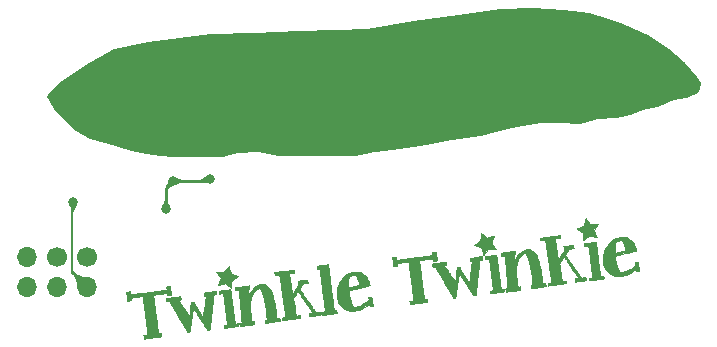
<source format=gtl>
G04 #@! TF.GenerationSoftware,KiCad,Pcbnew,(5.1.0)-1*
G04 #@! TF.CreationDate,2019-07-24T00:39:13-06:00*
G04 #@! TF.ProjectId,twinkletwinkie,7477696e-6b6c-4657-9477-696e6b69652e,rev?*
G04 #@! TF.SameCoordinates,PX89e92d0PY44794c0*
G04 #@! TF.FileFunction,Copper,L1,Top*
G04 #@! TF.FilePolarity,Positive*
%FSLAX46Y46*%
G04 Gerber Fmt 4.6, Leading zero omitted, Abs format (unit mm)*
G04 Created by KiCad (PCBNEW (5.1.0)-1) date 2019-07-24 00:39:13*
%MOMM*%
%LPD*%
G04 APERTURE LIST*
%ADD10C,0.010000*%
%ADD11C,1.700000*%
%ADD12O,1.700000X1.700000*%
%ADD13C,0.800000*%
%ADD14C,0.254000*%
%ADD15C,0.177800*%
%ADD16C,0.025400*%
G04 APERTURE END LIST*
D10*
G36*
X20488839Y-2340671D02*
G01*
X20508459Y-2363752D01*
X20537882Y-2399279D01*
X20575415Y-2445191D01*
X20619368Y-2499426D01*
X20668049Y-2559922D01*
X20684687Y-2580688D01*
X20881702Y-2826853D01*
X20924203Y-2826853D01*
X20947717Y-2826077D01*
X20988452Y-2823925D01*
X21042516Y-2820668D01*
X21106020Y-2816572D01*
X21175071Y-2811905D01*
X21245778Y-2806937D01*
X21314252Y-2801934D01*
X21376600Y-2797165D01*
X21428933Y-2792898D01*
X21466357Y-2789501D01*
X21502299Y-2787605D01*
X21523298Y-2790138D01*
X21527236Y-2793869D01*
X21521620Y-2805026D01*
X21505730Y-2831552D01*
X21481006Y-2871172D01*
X21448887Y-2921613D01*
X21410813Y-2980603D01*
X21368223Y-3045866D01*
X21353456Y-3068342D01*
X21179676Y-3332397D01*
X21301181Y-3631289D01*
X21331301Y-3705757D01*
X21358481Y-3773675D01*
X21381779Y-3832631D01*
X21400253Y-3880214D01*
X21412961Y-3914016D01*
X21418962Y-3931623D01*
X21419265Y-3933602D01*
X21408598Y-3931765D01*
X21380056Y-3924920D01*
X21336168Y-3913726D01*
X21279464Y-3898840D01*
X21212470Y-3880922D01*
X21137717Y-3860631D01*
X21109268Y-3852838D01*
X21031854Y-3831833D01*
X20960831Y-3813044D01*
X20898819Y-3797126D01*
X20848437Y-3784734D01*
X20812305Y-3776523D01*
X20793041Y-3773147D01*
X20790787Y-3773222D01*
X20779948Y-3780981D01*
X20755081Y-3800702D01*
X20718305Y-3830646D01*
X20671736Y-3869074D01*
X20617490Y-3914244D01*
X20557686Y-3964417D01*
X20539270Y-3979937D01*
X20478597Y-4030970D01*
X20423199Y-4077273D01*
X20375124Y-4117156D01*
X20336418Y-4148934D01*
X20309128Y-4170919D01*
X20295301Y-4181423D01*
X20294064Y-4182085D01*
X20291307Y-4172345D01*
X20289017Y-4146523D01*
X20287606Y-4109708D01*
X20287446Y-4100030D01*
X20286596Y-4064913D01*
X20284799Y-4013093D01*
X20282236Y-3949015D01*
X20279087Y-3877121D01*
X20275534Y-3801855D01*
X20274211Y-3775191D01*
X20262001Y-3532408D01*
X19992013Y-3364561D01*
X19924188Y-3322202D01*
X19862439Y-3283267D01*
X19809000Y-3249193D01*
X19766100Y-3221417D01*
X19735974Y-3201376D01*
X19720851Y-3190506D01*
X19719513Y-3189128D01*
X19728403Y-3183683D01*
X19754772Y-3171930D01*
X19796210Y-3154835D01*
X19850311Y-3133363D01*
X19914665Y-3108481D01*
X19986865Y-3081154D01*
X20014025Y-3071012D01*
X20091979Y-3041567D01*
X20162169Y-3014209D01*
X20222260Y-2989908D01*
X20269915Y-2969636D01*
X20302800Y-2954364D01*
X20318578Y-2945064D01*
X20319501Y-2943959D01*
X20324100Y-2929742D01*
X20332944Y-2897686D01*
X20345322Y-2850542D01*
X20360526Y-2791058D01*
X20377847Y-2721984D01*
X20396574Y-2646071D01*
X20400854Y-2628554D01*
X20419623Y-2552625D01*
X20437074Y-2483964D01*
X20452526Y-2425103D01*
X20465295Y-2378575D01*
X20474700Y-2346910D01*
X20480059Y-2332642D01*
X20480714Y-2332097D01*
X20488839Y-2340671D01*
X20488839Y-2340671D01*
G37*
X20488839Y-2340671D02*
X20508459Y-2363752D01*
X20537882Y-2399279D01*
X20575415Y-2445191D01*
X20619368Y-2499426D01*
X20668049Y-2559922D01*
X20684687Y-2580688D01*
X20881702Y-2826853D01*
X20924203Y-2826853D01*
X20947717Y-2826077D01*
X20988452Y-2823925D01*
X21042516Y-2820668D01*
X21106020Y-2816572D01*
X21175071Y-2811905D01*
X21245778Y-2806937D01*
X21314252Y-2801934D01*
X21376600Y-2797165D01*
X21428933Y-2792898D01*
X21466357Y-2789501D01*
X21502299Y-2787605D01*
X21523298Y-2790138D01*
X21527236Y-2793869D01*
X21521620Y-2805026D01*
X21505730Y-2831552D01*
X21481006Y-2871172D01*
X21448887Y-2921613D01*
X21410813Y-2980603D01*
X21368223Y-3045866D01*
X21353456Y-3068342D01*
X21179676Y-3332397D01*
X21301181Y-3631289D01*
X21331301Y-3705757D01*
X21358481Y-3773675D01*
X21381779Y-3832631D01*
X21400253Y-3880214D01*
X21412961Y-3914016D01*
X21418962Y-3931623D01*
X21419265Y-3933602D01*
X21408598Y-3931765D01*
X21380056Y-3924920D01*
X21336168Y-3913726D01*
X21279464Y-3898840D01*
X21212470Y-3880922D01*
X21137717Y-3860631D01*
X21109268Y-3852838D01*
X21031854Y-3831833D01*
X20960831Y-3813044D01*
X20898819Y-3797126D01*
X20848437Y-3784734D01*
X20812305Y-3776523D01*
X20793041Y-3773147D01*
X20790787Y-3773222D01*
X20779948Y-3780981D01*
X20755081Y-3800702D01*
X20718305Y-3830646D01*
X20671736Y-3869074D01*
X20617490Y-3914244D01*
X20557686Y-3964417D01*
X20539270Y-3979937D01*
X20478597Y-4030970D01*
X20423199Y-4077273D01*
X20375124Y-4117156D01*
X20336418Y-4148934D01*
X20309128Y-4170919D01*
X20295301Y-4181423D01*
X20294064Y-4182085D01*
X20291307Y-4172345D01*
X20289017Y-4146523D01*
X20287606Y-4109708D01*
X20287446Y-4100030D01*
X20286596Y-4064913D01*
X20284799Y-4013093D01*
X20282236Y-3949015D01*
X20279087Y-3877121D01*
X20275534Y-3801855D01*
X20274211Y-3775191D01*
X20262001Y-3532408D01*
X19992013Y-3364561D01*
X19924188Y-3322202D01*
X19862439Y-3283267D01*
X19809000Y-3249193D01*
X19766100Y-3221417D01*
X19735974Y-3201376D01*
X19720851Y-3190506D01*
X19719513Y-3189128D01*
X19728403Y-3183683D01*
X19754772Y-3171930D01*
X19796210Y-3154835D01*
X19850311Y-3133363D01*
X19914665Y-3108481D01*
X19986865Y-3081154D01*
X20014025Y-3071012D01*
X20091979Y-3041567D01*
X20162169Y-3014209D01*
X20222260Y-2989908D01*
X20269915Y-2969636D01*
X20302800Y-2954364D01*
X20318578Y-2945064D01*
X20319501Y-2943959D01*
X20324100Y-2929742D01*
X20332944Y-2897686D01*
X20345322Y-2850542D01*
X20360526Y-2791058D01*
X20377847Y-2721984D01*
X20396574Y-2646071D01*
X20400854Y-2628554D01*
X20419623Y-2552625D01*
X20437074Y-2483964D01*
X20452526Y-2425103D01*
X20465295Y-2378575D01*
X20474700Y-2346910D01*
X20480059Y-2332642D01*
X20480714Y-2332097D01*
X20488839Y-2340671D01*
G36*
X11850037Y-3763163D02*
G01*
X11913125Y-3812628D01*
X11971286Y-3857529D01*
X12022345Y-3896241D01*
X12064124Y-3927140D01*
X12094447Y-3948599D01*
X12111139Y-3958995D01*
X12113296Y-3959720D01*
X12126771Y-3956697D01*
X12157789Y-3948141D01*
X12203684Y-3934839D01*
X12261788Y-3917575D01*
X12329435Y-3897137D01*
X12403956Y-3874311D01*
X12423334Y-3868328D01*
X12498567Y-3845274D01*
X12567077Y-3824690D01*
X12626309Y-3807310D01*
X12673707Y-3793869D01*
X12706714Y-3785102D01*
X12722775Y-3781746D01*
X12723879Y-3781868D01*
X12721596Y-3792655D01*
X12712753Y-3820810D01*
X12698205Y-3863865D01*
X12678808Y-3919352D01*
X12655416Y-3984803D01*
X12628886Y-4057751D01*
X12618199Y-4086813D01*
X12586885Y-4171831D01*
X12562269Y-4239263D01*
X12543714Y-4291388D01*
X12530582Y-4330485D01*
X12522236Y-4358832D01*
X12518036Y-4378709D01*
X12517346Y-4392393D01*
X12519527Y-4402162D01*
X12523943Y-4410297D01*
X12526567Y-4414144D01*
X12537600Y-4429891D01*
X12559034Y-4460368D01*
X12589056Y-4503005D01*
X12625857Y-4555232D01*
X12667626Y-4614477D01*
X12712309Y-4677826D01*
X12755847Y-4739941D01*
X12794800Y-4796292D01*
X12827648Y-4844617D01*
X12852869Y-4882651D01*
X12868944Y-4908131D01*
X12874351Y-4918793D01*
X12874291Y-4918926D01*
X12862788Y-4919846D01*
X12833244Y-4919766D01*
X12788765Y-4918762D01*
X12732459Y-4916915D01*
X12667432Y-4914302D01*
X12637713Y-4912969D01*
X12563021Y-4909709D01*
X12489276Y-4906839D01*
X12421288Y-4904519D01*
X12363868Y-4902912D01*
X12321825Y-4902179D01*
X12315694Y-4902152D01*
X12225494Y-4902051D01*
X12035323Y-5156157D01*
X11987437Y-5219907D01*
X11943610Y-5277800D01*
X11905444Y-5327757D01*
X11874542Y-5367698D01*
X11852504Y-5395543D01*
X11840932Y-5409213D01*
X11839645Y-5410263D01*
X11835519Y-5400475D01*
X11826510Y-5372782D01*
X11813366Y-5329696D01*
X11796837Y-5273725D01*
X11777668Y-5207379D01*
X11756610Y-5133167D01*
X11749445Y-5107637D01*
X11727881Y-5030938D01*
X11707987Y-4960854D01*
X11690515Y-4899981D01*
X11676217Y-4850916D01*
X11665846Y-4816257D01*
X11660154Y-4798601D01*
X11659458Y-4796987D01*
X11648471Y-4791690D01*
X11619908Y-4780546D01*
X11576268Y-4764455D01*
X11520045Y-4744319D01*
X11453737Y-4721039D01*
X11379839Y-4695514D01*
X11349766Y-4685236D01*
X11273946Y-4659329D01*
X11205018Y-4635643D01*
X11145420Y-4615025D01*
X11097586Y-4598323D01*
X11063955Y-4586386D01*
X11046962Y-4580061D01*
X11045369Y-4579292D01*
X11053842Y-4573119D01*
X11077836Y-4556698D01*
X11115212Y-4531465D01*
X11163831Y-4498857D01*
X11221554Y-4460312D01*
X11286243Y-4417265D01*
X11315096Y-4398108D01*
X11584823Y-4219142D01*
X11586381Y-4002093D01*
X11587221Y-3927447D01*
X11588613Y-3851725D01*
X11590413Y-3780549D01*
X11592481Y-3719541D01*
X11594582Y-3675836D01*
X11601225Y-3566628D01*
X11850037Y-3763163D01*
X11850037Y-3763163D01*
G37*
X11850037Y-3763163D02*
X11913125Y-3812628D01*
X11971286Y-3857529D01*
X12022345Y-3896241D01*
X12064124Y-3927140D01*
X12094447Y-3948599D01*
X12111139Y-3958995D01*
X12113296Y-3959720D01*
X12126771Y-3956697D01*
X12157789Y-3948141D01*
X12203684Y-3934839D01*
X12261788Y-3917575D01*
X12329435Y-3897137D01*
X12403956Y-3874311D01*
X12423334Y-3868328D01*
X12498567Y-3845274D01*
X12567077Y-3824690D01*
X12626309Y-3807310D01*
X12673707Y-3793869D01*
X12706714Y-3785102D01*
X12722775Y-3781746D01*
X12723879Y-3781868D01*
X12721596Y-3792655D01*
X12712753Y-3820810D01*
X12698205Y-3863865D01*
X12678808Y-3919352D01*
X12655416Y-3984803D01*
X12628886Y-4057751D01*
X12618199Y-4086813D01*
X12586885Y-4171831D01*
X12562269Y-4239263D01*
X12543714Y-4291388D01*
X12530582Y-4330485D01*
X12522236Y-4358832D01*
X12518036Y-4378709D01*
X12517346Y-4392393D01*
X12519527Y-4402162D01*
X12523943Y-4410297D01*
X12526567Y-4414144D01*
X12537600Y-4429891D01*
X12559034Y-4460368D01*
X12589056Y-4503005D01*
X12625857Y-4555232D01*
X12667626Y-4614477D01*
X12712309Y-4677826D01*
X12755847Y-4739941D01*
X12794800Y-4796292D01*
X12827648Y-4844617D01*
X12852869Y-4882651D01*
X12868944Y-4908131D01*
X12874351Y-4918793D01*
X12874291Y-4918926D01*
X12862788Y-4919846D01*
X12833244Y-4919766D01*
X12788765Y-4918762D01*
X12732459Y-4916915D01*
X12667432Y-4914302D01*
X12637713Y-4912969D01*
X12563021Y-4909709D01*
X12489276Y-4906839D01*
X12421288Y-4904519D01*
X12363868Y-4902912D01*
X12321825Y-4902179D01*
X12315694Y-4902152D01*
X12225494Y-4902051D01*
X12035323Y-5156157D01*
X11987437Y-5219907D01*
X11943610Y-5277800D01*
X11905444Y-5327757D01*
X11874542Y-5367698D01*
X11852504Y-5395543D01*
X11840932Y-5409213D01*
X11839645Y-5410263D01*
X11835519Y-5400475D01*
X11826510Y-5372782D01*
X11813366Y-5329696D01*
X11796837Y-5273725D01*
X11777668Y-5207379D01*
X11756610Y-5133167D01*
X11749445Y-5107637D01*
X11727881Y-5030938D01*
X11707987Y-4960854D01*
X11690515Y-4899981D01*
X11676217Y-4850916D01*
X11665846Y-4816257D01*
X11660154Y-4798601D01*
X11659458Y-4796987D01*
X11648471Y-4791690D01*
X11619908Y-4780546D01*
X11576268Y-4764455D01*
X11520045Y-4744319D01*
X11453737Y-4721039D01*
X11379839Y-4695514D01*
X11349766Y-4685236D01*
X11273946Y-4659329D01*
X11205018Y-4635643D01*
X11145420Y-4615025D01*
X11097586Y-4598323D01*
X11063955Y-4586386D01*
X11046962Y-4580061D01*
X11045369Y-4579292D01*
X11053842Y-4573119D01*
X11077836Y-4556698D01*
X11115212Y-4531465D01*
X11163831Y-4498857D01*
X11221554Y-4460312D01*
X11286243Y-4417265D01*
X11315096Y-4398108D01*
X11584823Y-4219142D01*
X11586381Y-4002093D01*
X11587221Y-3927447D01*
X11588613Y-3851725D01*
X11590413Y-3780549D01*
X11592481Y-3719541D01*
X11594582Y-3675836D01*
X11601225Y-3566628D01*
X11850037Y-3763163D01*
G36*
X23684478Y-3908633D02*
G01*
X23784609Y-3914645D01*
X23874212Y-3926502D01*
X23925360Y-3937645D01*
X24053589Y-3981220D01*
X24171247Y-4041414D01*
X24278626Y-4118593D01*
X24376019Y-4213124D01*
X24463718Y-4325374D01*
X24542017Y-4455708D01*
X24611208Y-4604494D01*
X24671583Y-4772097D01*
X24715505Y-4926926D01*
X24727219Y-4975669D01*
X24735862Y-5016749D01*
X24740637Y-5045968D01*
X24740748Y-5059125D01*
X24740630Y-5059273D01*
X24729569Y-5062809D01*
X24699458Y-5071040D01*
X24651801Y-5083582D01*
X24588106Y-5100054D01*
X24509880Y-5120072D01*
X24418627Y-5143252D01*
X24315856Y-5169212D01*
X24203072Y-5197569D01*
X24081781Y-5227940D01*
X23953491Y-5259942D01*
X23858488Y-5283565D01*
X22983051Y-5500969D01*
X22984047Y-5627667D01*
X22990866Y-5740777D01*
X23009392Y-5869350D01*
X23039193Y-6011497D01*
X23079838Y-6165327D01*
X23130897Y-6328952D01*
X23168600Y-6437274D01*
X23192396Y-6499506D01*
X23220007Y-6565887D01*
X23249863Y-6633205D01*
X23280395Y-6698250D01*
X23310032Y-6757810D01*
X23337206Y-6808675D01*
X23360345Y-6847633D01*
X23377880Y-6871473D01*
X23383183Y-6876196D01*
X23412435Y-6885229D01*
X23458803Y-6886528D01*
X23519845Y-6880473D01*
X23593118Y-6867442D01*
X23676176Y-6847814D01*
X23766579Y-6821966D01*
X23798307Y-6811908D01*
X23919380Y-6767326D01*
X24045190Y-6711416D01*
X24171370Y-6646698D01*
X24293553Y-6575689D01*
X24407372Y-6500906D01*
X24508459Y-6424869D01*
X24582550Y-6359750D01*
X24672640Y-6273164D01*
X24652274Y-6161993D01*
X24644253Y-6116242D01*
X24638384Y-6078891D01*
X24635325Y-6054393D01*
X24635318Y-6047062D01*
X24647735Y-6043393D01*
X24676007Y-6038876D01*
X24715060Y-6034001D01*
X24759818Y-6029258D01*
X24805208Y-6025134D01*
X24846152Y-6022121D01*
X24877578Y-6020705D01*
X24894409Y-6021377D01*
X24895775Y-6021961D01*
X24898392Y-6033184D01*
X24903585Y-6062506D01*
X24910924Y-6107061D01*
X24919979Y-6163989D01*
X24930321Y-6230424D01*
X24941519Y-6303503D01*
X24953146Y-6380364D01*
X24964770Y-6458143D01*
X24975964Y-6533977D01*
X24986296Y-6605002D01*
X24995338Y-6668355D01*
X25002660Y-6721172D01*
X25007833Y-6760591D01*
X25010427Y-6783748D01*
X25010646Y-6787748D01*
X25000877Y-6791493D01*
X24974870Y-6796151D01*
X24937518Y-6801227D01*
X24893712Y-6806220D01*
X24848343Y-6810633D01*
X24806303Y-6813967D01*
X24772483Y-6815723D01*
X24751774Y-6815403D01*
X24748118Y-6814504D01*
X24741851Y-6801807D01*
X24734206Y-6773748D01*
X24726666Y-6735944D01*
X24725445Y-6728605D01*
X24717152Y-6685206D01*
X24709252Y-6661451D01*
X24701217Y-6655829D01*
X24700121Y-6656359D01*
X24686501Y-6665485D01*
X24660071Y-6683796D01*
X24625274Y-6708201D01*
X24602976Y-6723952D01*
X24439252Y-6831465D01*
X24266572Y-6929106D01*
X24088864Y-7015113D01*
X23910054Y-7087725D01*
X23734070Y-7145177D01*
X23581259Y-7182485D01*
X23482486Y-7199000D01*
X23376818Y-7210790D01*
X23270981Y-7217437D01*
X23171697Y-7218524D01*
X23085692Y-7213632D01*
X23083635Y-7213415D01*
X22927393Y-7186514D01*
X22779407Y-7140647D01*
X22640548Y-7076691D01*
X22511687Y-6995526D01*
X22393697Y-6898032D01*
X22287448Y-6785086D01*
X22193813Y-6657568D01*
X22113662Y-6516358D01*
X22047869Y-6362334D01*
X21997303Y-6196375D01*
X21975421Y-6095669D01*
X21966607Y-6031470D01*
X21960579Y-5951782D01*
X21957334Y-5862111D01*
X21956870Y-5767957D01*
X21959182Y-5674826D01*
X21964269Y-5588219D01*
X21972127Y-5513640D01*
X21975748Y-5490126D01*
X22020502Y-5283037D01*
X22081919Y-5083983D01*
X22153677Y-4907878D01*
X22946683Y-4907878D01*
X22946698Y-4985494D01*
X22947088Y-5057526D01*
X22947864Y-5120861D01*
X22949041Y-5172388D01*
X22950632Y-5208992D01*
X22952651Y-5227562D01*
X22952667Y-5227624D01*
X22961152Y-5246145D01*
X22968494Y-5251447D01*
X22980435Y-5248962D01*
X23010788Y-5241854D01*
X23057423Y-5230643D01*
X23118211Y-5215849D01*
X23191022Y-5197992D01*
X23273726Y-5177591D01*
X23364195Y-5155166D01*
X23430473Y-5138674D01*
X23524854Y-5115107D01*
X23612736Y-5093072D01*
X23692023Y-5073101D01*
X23760618Y-5055727D01*
X23816424Y-5041481D01*
X23857346Y-5030897D01*
X23881286Y-5024505D01*
X23886821Y-5022809D01*
X23884860Y-5012078D01*
X23876598Y-4984046D01*
X23862948Y-4941326D01*
X23844820Y-4886525D01*
X23823128Y-4822254D01*
X23798783Y-4751123D01*
X23772697Y-4675741D01*
X23745782Y-4598718D01*
X23718951Y-4522664D01*
X23693115Y-4450189D01*
X23669187Y-4383901D01*
X23648078Y-4326412D01*
X23630702Y-4280330D01*
X23617969Y-4248266D01*
X23610792Y-4232829D01*
X23610666Y-4232641D01*
X23579140Y-4204950D01*
X23532192Y-4188591D01*
X23472149Y-4183348D01*
X23401339Y-4189008D01*
X23322089Y-4205353D01*
X23236727Y-4232169D01*
X23147580Y-4269241D01*
X23131280Y-4277001D01*
X23069984Y-4308202D01*
X23025530Y-4335337D01*
X22994910Y-4361711D01*
X22975114Y-4390630D01*
X22963134Y-4425402D01*
X22955962Y-4469332D01*
X22955918Y-4469711D01*
X22953691Y-4499251D01*
X22951744Y-4544998D01*
X22950091Y-4603838D01*
X22948745Y-4672659D01*
X22947719Y-4748348D01*
X22947027Y-4827792D01*
X22946683Y-4907878D01*
X22153677Y-4907878D01*
X22159161Y-4894421D01*
X22251390Y-4715809D01*
X22357770Y-4549602D01*
X22477464Y-4397259D01*
X22609633Y-4260236D01*
X22750162Y-4142442D01*
X22813422Y-4102551D01*
X22894770Y-4063319D01*
X22991123Y-4025801D01*
X23099398Y-3991053D01*
X23216511Y-3960129D01*
X23339379Y-3934086D01*
X23380092Y-3926839D01*
X23476301Y-3914613D01*
X23579736Y-3908583D01*
X23684478Y-3908633D01*
X23684478Y-3908633D01*
G37*
X23684478Y-3908633D02*
X23784609Y-3914645D01*
X23874212Y-3926502D01*
X23925360Y-3937645D01*
X24053589Y-3981220D01*
X24171247Y-4041414D01*
X24278626Y-4118593D01*
X24376019Y-4213124D01*
X24463718Y-4325374D01*
X24542017Y-4455708D01*
X24611208Y-4604494D01*
X24671583Y-4772097D01*
X24715505Y-4926926D01*
X24727219Y-4975669D01*
X24735862Y-5016749D01*
X24740637Y-5045968D01*
X24740748Y-5059125D01*
X24740630Y-5059273D01*
X24729569Y-5062809D01*
X24699458Y-5071040D01*
X24651801Y-5083582D01*
X24588106Y-5100054D01*
X24509880Y-5120072D01*
X24418627Y-5143252D01*
X24315856Y-5169212D01*
X24203072Y-5197569D01*
X24081781Y-5227940D01*
X23953491Y-5259942D01*
X23858488Y-5283565D01*
X22983051Y-5500969D01*
X22984047Y-5627667D01*
X22990866Y-5740777D01*
X23009392Y-5869350D01*
X23039193Y-6011497D01*
X23079838Y-6165327D01*
X23130897Y-6328952D01*
X23168600Y-6437274D01*
X23192396Y-6499506D01*
X23220007Y-6565887D01*
X23249863Y-6633205D01*
X23280395Y-6698250D01*
X23310032Y-6757810D01*
X23337206Y-6808675D01*
X23360345Y-6847633D01*
X23377880Y-6871473D01*
X23383183Y-6876196D01*
X23412435Y-6885229D01*
X23458803Y-6886528D01*
X23519845Y-6880473D01*
X23593118Y-6867442D01*
X23676176Y-6847814D01*
X23766579Y-6821966D01*
X23798307Y-6811908D01*
X23919380Y-6767326D01*
X24045190Y-6711416D01*
X24171370Y-6646698D01*
X24293553Y-6575689D01*
X24407372Y-6500906D01*
X24508459Y-6424869D01*
X24582550Y-6359750D01*
X24672640Y-6273164D01*
X24652274Y-6161993D01*
X24644253Y-6116242D01*
X24638384Y-6078891D01*
X24635325Y-6054393D01*
X24635318Y-6047062D01*
X24647735Y-6043393D01*
X24676007Y-6038876D01*
X24715060Y-6034001D01*
X24759818Y-6029258D01*
X24805208Y-6025134D01*
X24846152Y-6022121D01*
X24877578Y-6020705D01*
X24894409Y-6021377D01*
X24895775Y-6021961D01*
X24898392Y-6033184D01*
X24903585Y-6062506D01*
X24910924Y-6107061D01*
X24919979Y-6163989D01*
X24930321Y-6230424D01*
X24941519Y-6303503D01*
X24953146Y-6380364D01*
X24964770Y-6458143D01*
X24975964Y-6533977D01*
X24986296Y-6605002D01*
X24995338Y-6668355D01*
X25002660Y-6721172D01*
X25007833Y-6760591D01*
X25010427Y-6783748D01*
X25010646Y-6787748D01*
X25000877Y-6791493D01*
X24974870Y-6796151D01*
X24937518Y-6801227D01*
X24893712Y-6806220D01*
X24848343Y-6810633D01*
X24806303Y-6813967D01*
X24772483Y-6815723D01*
X24751774Y-6815403D01*
X24748118Y-6814504D01*
X24741851Y-6801807D01*
X24734206Y-6773748D01*
X24726666Y-6735944D01*
X24725445Y-6728605D01*
X24717152Y-6685206D01*
X24709252Y-6661451D01*
X24701217Y-6655829D01*
X24700121Y-6656359D01*
X24686501Y-6665485D01*
X24660071Y-6683796D01*
X24625274Y-6708201D01*
X24602976Y-6723952D01*
X24439252Y-6831465D01*
X24266572Y-6929106D01*
X24088864Y-7015113D01*
X23910054Y-7087725D01*
X23734070Y-7145177D01*
X23581259Y-7182485D01*
X23482486Y-7199000D01*
X23376818Y-7210790D01*
X23270981Y-7217437D01*
X23171697Y-7218524D01*
X23085692Y-7213632D01*
X23083635Y-7213415D01*
X22927393Y-7186514D01*
X22779407Y-7140647D01*
X22640548Y-7076691D01*
X22511687Y-6995526D01*
X22393697Y-6898032D01*
X22287448Y-6785086D01*
X22193813Y-6657568D01*
X22113662Y-6516358D01*
X22047869Y-6362334D01*
X21997303Y-6196375D01*
X21975421Y-6095669D01*
X21966607Y-6031470D01*
X21960579Y-5951782D01*
X21957334Y-5862111D01*
X21956870Y-5767957D01*
X21959182Y-5674826D01*
X21964269Y-5588219D01*
X21972127Y-5513640D01*
X21975748Y-5490126D01*
X22020502Y-5283037D01*
X22081919Y-5083983D01*
X22153677Y-4907878D01*
X22946683Y-4907878D01*
X22946698Y-4985494D01*
X22947088Y-5057526D01*
X22947864Y-5120861D01*
X22949041Y-5172388D01*
X22950632Y-5208992D01*
X22952651Y-5227562D01*
X22952667Y-5227624D01*
X22961152Y-5246145D01*
X22968494Y-5251447D01*
X22980435Y-5248962D01*
X23010788Y-5241854D01*
X23057423Y-5230643D01*
X23118211Y-5215849D01*
X23191022Y-5197992D01*
X23273726Y-5177591D01*
X23364195Y-5155166D01*
X23430473Y-5138674D01*
X23524854Y-5115107D01*
X23612736Y-5093072D01*
X23692023Y-5073101D01*
X23760618Y-5055727D01*
X23816424Y-5041481D01*
X23857346Y-5030897D01*
X23881286Y-5024505D01*
X23886821Y-5022809D01*
X23884860Y-5012078D01*
X23876598Y-4984046D01*
X23862948Y-4941326D01*
X23844820Y-4886525D01*
X23823128Y-4822254D01*
X23798783Y-4751123D01*
X23772697Y-4675741D01*
X23745782Y-4598718D01*
X23718951Y-4522664D01*
X23693115Y-4450189D01*
X23669187Y-4383901D01*
X23648078Y-4326412D01*
X23630702Y-4280330D01*
X23617969Y-4248266D01*
X23610792Y-4232829D01*
X23610666Y-4232641D01*
X23579140Y-4204950D01*
X23532192Y-4188591D01*
X23472149Y-4183348D01*
X23401339Y-4189008D01*
X23322089Y-4205353D01*
X23236727Y-4232169D01*
X23147580Y-4269241D01*
X23131280Y-4277001D01*
X23069984Y-4308202D01*
X23025530Y-4335337D01*
X22994910Y-4361711D01*
X22975114Y-4390630D01*
X22963134Y-4425402D01*
X22955962Y-4469332D01*
X22955918Y-4469711D01*
X22953691Y-4499251D01*
X22951744Y-4544998D01*
X22950091Y-4603838D01*
X22948745Y-4672659D01*
X22947719Y-4748348D01*
X22947027Y-4827792D01*
X22946683Y-4907878D01*
X22153677Y-4907878D01*
X22159161Y-4894421D01*
X22251390Y-4715809D01*
X22357770Y-4549602D01*
X22477464Y-4397259D01*
X22609633Y-4260236D01*
X22750162Y-4142442D01*
X22813422Y-4102551D01*
X22894770Y-4063319D01*
X22991123Y-4025801D01*
X23099398Y-3991053D01*
X23216511Y-3960129D01*
X23339379Y-3934086D01*
X23380092Y-3926839D01*
X23476301Y-3914613D01*
X23579736Y-3908583D01*
X23684478Y-3908633D01*
G36*
X21523349Y-5773682D02*
G01*
X21546250Y-5947023D01*
X21568451Y-6114573D01*
X21589790Y-6275136D01*
X21610104Y-6427513D01*
X21629233Y-6570506D01*
X21647014Y-6702918D01*
X21663285Y-6823550D01*
X21677884Y-6931204D01*
X21690650Y-7024683D01*
X21701421Y-7102789D01*
X21710034Y-7164323D01*
X21716329Y-7208088D01*
X21720143Y-7232886D01*
X21721245Y-7238314D01*
X21733041Y-7238196D01*
X21761324Y-7233972D01*
X21801964Y-7226357D01*
X21850830Y-7216067D01*
X21855103Y-7215121D01*
X21904436Y-7204623D01*
X21945853Y-7196706D01*
X21975233Y-7192094D01*
X21988455Y-7191508D01*
X21988698Y-7191664D01*
X21993203Y-7204578D01*
X21999097Y-7232551D01*
X22005574Y-7270063D01*
X22011828Y-7311588D01*
X22017056Y-7351605D01*
X22020451Y-7384590D01*
X22021209Y-7405020D01*
X22020354Y-7408794D01*
X22009118Y-7411279D01*
X21979157Y-7416280D01*
X21932731Y-7423481D01*
X21872101Y-7432565D01*
X21799528Y-7443217D01*
X21717271Y-7455119D01*
X21627591Y-7467955D01*
X21532748Y-7481409D01*
X21435003Y-7495163D01*
X21336616Y-7508902D01*
X21239846Y-7522308D01*
X21146956Y-7535066D01*
X21060204Y-7546859D01*
X20981852Y-7557369D01*
X20914159Y-7566282D01*
X20859386Y-7573279D01*
X20819793Y-7578046D01*
X20797640Y-7580264D01*
X20795057Y-7580384D01*
X20766963Y-7580751D01*
X20762688Y-7477520D01*
X20761430Y-7432699D01*
X20761525Y-7396109D01*
X20762899Y-7372712D01*
X20764313Y-7367062D01*
X20776471Y-7363422D01*
X20805672Y-7358493D01*
X20847867Y-7352856D01*
X20899007Y-7347094D01*
X20913147Y-7345659D01*
X21056082Y-7331484D01*
X21054206Y-7299948D01*
X21052432Y-7282062D01*
X21048181Y-7245233D01*
X21041650Y-7190990D01*
X21033036Y-7120865D01*
X21022536Y-7036390D01*
X21010347Y-6939096D01*
X20996667Y-6830513D01*
X20981690Y-6712175D01*
X20965616Y-6585610D01*
X20948641Y-6452352D01*
X20930961Y-6313930D01*
X20912773Y-6171877D01*
X20894275Y-6027724D01*
X20875664Y-5883002D01*
X20857136Y-5739241D01*
X20838889Y-5597975D01*
X20821118Y-5460733D01*
X20804022Y-5329047D01*
X20787797Y-5204448D01*
X20772641Y-5088468D01*
X20758749Y-4982637D01*
X20746319Y-4888488D01*
X20735549Y-4807551D01*
X20726634Y-4741358D01*
X20719772Y-4691439D01*
X20715160Y-4659327D01*
X20712994Y-4646552D01*
X20712926Y-4646403D01*
X20700784Y-4645339D01*
X20671501Y-4646966D01*
X20628895Y-4650954D01*
X20576784Y-4656975D01*
X20549595Y-4660480D01*
X20494417Y-4667480D01*
X20447057Y-4672831D01*
X20411293Y-4676159D01*
X20390901Y-4677088D01*
X20387677Y-4676567D01*
X20385339Y-4665149D01*
X20382089Y-4637898D01*
X20378366Y-4600114D01*
X20374610Y-4557098D01*
X20371259Y-4514148D01*
X20368754Y-4476565D01*
X20367532Y-4449649D01*
X20367970Y-4438773D01*
X20378409Y-4436936D01*
X20407272Y-4432752D01*
X20451980Y-4426560D01*
X20509951Y-4418697D01*
X20578605Y-4409501D01*
X20655362Y-4399309D01*
X20737640Y-4388458D01*
X20822861Y-4377286D01*
X20908443Y-4366131D01*
X20991806Y-4355330D01*
X21070370Y-4345220D01*
X21141553Y-4336139D01*
X21202776Y-4328425D01*
X21251459Y-4322415D01*
X21285020Y-4318446D01*
X21299335Y-4316960D01*
X21330834Y-4314431D01*
X21523349Y-5773682D01*
X21523349Y-5773682D01*
G37*
X21523349Y-5773682D02*
X21546250Y-5947023D01*
X21568451Y-6114573D01*
X21589790Y-6275136D01*
X21610104Y-6427513D01*
X21629233Y-6570506D01*
X21647014Y-6702918D01*
X21663285Y-6823550D01*
X21677884Y-6931204D01*
X21690650Y-7024683D01*
X21701421Y-7102789D01*
X21710034Y-7164323D01*
X21716329Y-7208088D01*
X21720143Y-7232886D01*
X21721245Y-7238314D01*
X21733041Y-7238196D01*
X21761324Y-7233972D01*
X21801964Y-7226357D01*
X21850830Y-7216067D01*
X21855103Y-7215121D01*
X21904436Y-7204623D01*
X21945853Y-7196706D01*
X21975233Y-7192094D01*
X21988455Y-7191508D01*
X21988698Y-7191664D01*
X21993203Y-7204578D01*
X21999097Y-7232551D01*
X22005574Y-7270063D01*
X22011828Y-7311588D01*
X22017056Y-7351605D01*
X22020451Y-7384590D01*
X22021209Y-7405020D01*
X22020354Y-7408794D01*
X22009118Y-7411279D01*
X21979157Y-7416280D01*
X21932731Y-7423481D01*
X21872101Y-7432565D01*
X21799528Y-7443217D01*
X21717271Y-7455119D01*
X21627591Y-7467955D01*
X21532748Y-7481409D01*
X21435003Y-7495163D01*
X21336616Y-7508902D01*
X21239846Y-7522308D01*
X21146956Y-7535066D01*
X21060204Y-7546859D01*
X20981852Y-7557369D01*
X20914159Y-7566282D01*
X20859386Y-7573279D01*
X20819793Y-7578046D01*
X20797640Y-7580264D01*
X20795057Y-7580384D01*
X20766963Y-7580751D01*
X20762688Y-7477520D01*
X20761430Y-7432699D01*
X20761525Y-7396109D01*
X20762899Y-7372712D01*
X20764313Y-7367062D01*
X20776471Y-7363422D01*
X20805672Y-7358493D01*
X20847867Y-7352856D01*
X20899007Y-7347094D01*
X20913147Y-7345659D01*
X21056082Y-7331484D01*
X21054206Y-7299948D01*
X21052432Y-7282062D01*
X21048181Y-7245233D01*
X21041650Y-7190990D01*
X21033036Y-7120865D01*
X21022536Y-7036390D01*
X21010347Y-6939096D01*
X20996667Y-6830513D01*
X20981690Y-6712175D01*
X20965616Y-6585610D01*
X20948641Y-6452352D01*
X20930961Y-6313930D01*
X20912773Y-6171877D01*
X20894275Y-6027724D01*
X20875664Y-5883002D01*
X20857136Y-5739241D01*
X20838889Y-5597975D01*
X20821118Y-5460733D01*
X20804022Y-5329047D01*
X20787797Y-5204448D01*
X20772641Y-5088468D01*
X20758749Y-4982637D01*
X20746319Y-4888488D01*
X20735549Y-4807551D01*
X20726634Y-4741358D01*
X20719772Y-4691439D01*
X20715160Y-4659327D01*
X20712994Y-4646552D01*
X20712926Y-4646403D01*
X20700784Y-4645339D01*
X20671501Y-4646966D01*
X20628895Y-4650954D01*
X20576784Y-4656975D01*
X20549595Y-4660480D01*
X20494417Y-4667480D01*
X20447057Y-4672831D01*
X20411293Y-4676159D01*
X20390901Y-4677088D01*
X20387677Y-4676567D01*
X20385339Y-4665149D01*
X20382089Y-4637898D01*
X20378366Y-4600114D01*
X20374610Y-4557098D01*
X20371259Y-4514148D01*
X20368754Y-4476565D01*
X20367532Y-4449649D01*
X20367970Y-4438773D01*
X20378409Y-4436936D01*
X20407272Y-4432752D01*
X20451980Y-4426560D01*
X20509951Y-4418697D01*
X20578605Y-4409501D01*
X20655362Y-4399309D01*
X20737640Y-4388458D01*
X20822861Y-4377286D01*
X20908443Y-4366131D01*
X20991806Y-4355330D01*
X21070370Y-4345220D01*
X21141553Y-4336139D01*
X21202776Y-4328425D01*
X21251459Y-4322415D01*
X21285020Y-4318446D01*
X21299335Y-4316960D01*
X21330834Y-4314431D01*
X21523349Y-5773682D01*
G36*
X18279370Y-3776011D02*
G01*
X18286097Y-3803227D01*
X18294034Y-3839946D01*
X18302122Y-3880718D01*
X18309304Y-3920092D01*
X18314520Y-3952619D01*
X18316713Y-3972849D01*
X18316278Y-3976730D01*
X18304844Y-3979443D01*
X18275634Y-3984326D01*
X18231880Y-3990894D01*
X18176817Y-3998667D01*
X18113676Y-4007163D01*
X18101002Y-4008823D01*
X18036891Y-4017260D01*
X17980418Y-4024836D01*
X17934769Y-4031113D01*
X17903125Y-4035650D01*
X17888670Y-4038010D01*
X17888123Y-4038181D01*
X17889433Y-4048547D01*
X17893660Y-4078017D01*
X17900528Y-4124758D01*
X17909759Y-4186943D01*
X17921078Y-4262740D01*
X17934206Y-4350319D01*
X17948867Y-4447850D01*
X17964784Y-4553503D01*
X17981681Y-4665448D01*
X17999280Y-4781854D01*
X18017305Y-4900891D01*
X18035478Y-5020730D01*
X18053523Y-5139539D01*
X18071163Y-5255489D01*
X18088120Y-5366749D01*
X18104119Y-5471490D01*
X18118882Y-5567880D01*
X18132132Y-5654091D01*
X18143593Y-5728292D01*
X18151765Y-5780834D01*
X18154663Y-5784169D01*
X18161814Y-5779842D01*
X18174072Y-5766662D01*
X18192291Y-5743439D01*
X18217325Y-5708981D01*
X18250030Y-5662097D01*
X18291259Y-5601598D01*
X18341868Y-5526292D01*
X18402711Y-5434988D01*
X18436688Y-5383794D01*
X18493125Y-5298643D01*
X18546120Y-5218632D01*
X18594496Y-5145544D01*
X18637076Y-5081158D01*
X18672681Y-5027257D01*
X18700136Y-4985621D01*
X18718262Y-4958031D01*
X18725882Y-4946269D01*
X18725919Y-4946206D01*
X18726836Y-4937641D01*
X18713291Y-4934607D01*
X18688219Y-4935619D01*
X18642076Y-4939108D01*
X18629722Y-4864994D01*
X18622607Y-4816652D01*
X18616714Y-4766618D01*
X18613840Y-4733024D01*
X18610312Y-4675168D01*
X19017116Y-4629851D01*
X19107513Y-4619902D01*
X19191153Y-4610932D01*
X19265739Y-4603168D01*
X19328974Y-4596840D01*
X19378560Y-4592176D01*
X19412199Y-4589405D01*
X19427594Y-4588755D01*
X19428302Y-4588916D01*
X19431280Y-4600397D01*
X19436068Y-4627726D01*
X19441939Y-4665728D01*
X19448166Y-4709228D01*
X19454022Y-4753053D01*
X19458780Y-4792027D01*
X19461715Y-4820975D01*
X19462290Y-4830916D01*
X19462248Y-4838842D01*
X19460045Y-4845052D01*
X19453045Y-4850155D01*
X19438611Y-4854761D01*
X19414107Y-4859476D01*
X19376897Y-4864910D01*
X19324345Y-4871671D01*
X19253814Y-4880367D01*
X19241499Y-4881879D01*
X19046841Y-4905782D01*
X18994462Y-4985972D01*
X18954864Y-5048716D01*
X18913658Y-5117676D01*
X18873881Y-5187469D01*
X18838570Y-5252714D01*
X18810760Y-5308030D01*
X18802039Y-5327024D01*
X18775737Y-5386719D01*
X19442996Y-6359329D01*
X19531467Y-6488258D01*
X19616632Y-6612319D01*
X19697721Y-6730392D01*
X19773963Y-6841356D01*
X19844590Y-6944094D01*
X19908828Y-7037484D01*
X19965910Y-7120408D01*
X20015063Y-7191746D01*
X20055518Y-7250378D01*
X20086504Y-7295185D01*
X20107251Y-7325047D01*
X20116988Y-7338846D01*
X20117613Y-7339655D01*
X20130131Y-7340987D01*
X20159817Y-7339588D01*
X20202886Y-7335767D01*
X20255550Y-7329833D01*
X20286964Y-7325817D01*
X20343771Y-7318614D01*
X20393518Y-7312977D01*
X20432262Y-7309300D01*
X20456063Y-7307977D01*
X20461264Y-7308364D01*
X20467625Y-7320152D01*
X20475202Y-7349512D01*
X20483229Y-7392930D01*
X20490154Y-7440728D01*
X20506738Y-7568990D01*
X20469071Y-7574908D01*
X20449910Y-7577622D01*
X20412443Y-7582665D01*
X20359368Y-7589685D01*
X20293385Y-7598327D01*
X20217190Y-7608238D01*
X20133485Y-7619063D01*
X20060834Y-7628413D01*
X19973212Y-7639702D01*
X19891093Y-7650350D01*
X19817134Y-7660008D01*
X19753994Y-7668327D01*
X19704330Y-7674956D01*
X19670801Y-7679545D01*
X19657106Y-7681559D01*
X19623950Y-7687117D01*
X19612371Y-7604818D01*
X19605652Y-7556208D01*
X19599120Y-7507538D01*
X19594177Y-7469261D01*
X19594137Y-7468931D01*
X19587481Y-7415344D01*
X19707692Y-7401090D01*
X19758171Y-7394808D01*
X19802757Y-7388717D01*
X19836115Y-7383578D01*
X19851561Y-7380553D01*
X19854640Y-7378471D01*
X19855401Y-7373709D01*
X19853209Y-7365286D01*
X19847428Y-7352220D01*
X19837426Y-7333530D01*
X19822566Y-7308234D01*
X19802215Y-7275351D01*
X19775737Y-7233900D01*
X19742498Y-7182898D01*
X19701864Y-7121365D01*
X19653199Y-7048318D01*
X19595870Y-6962776D01*
X19529241Y-6863759D01*
X19452678Y-6750284D01*
X19365546Y-6621369D01*
X19267210Y-6476034D01*
X19255685Y-6459007D01*
X19170947Y-6333837D01*
X19089565Y-6213654D01*
X19012321Y-6099613D01*
X18939999Y-5992870D01*
X18873383Y-5894580D01*
X18813254Y-5805898D01*
X18760398Y-5727979D01*
X18715597Y-5661978D01*
X18679635Y-5609050D01*
X18653295Y-5570351D01*
X18637360Y-5547036D01*
X18632573Y-5540166D01*
X18625949Y-5547299D01*
X18610386Y-5570331D01*
X18587368Y-5606729D01*
X18558380Y-5653957D01*
X18524905Y-5709482D01*
X18488426Y-5770770D01*
X18450428Y-5835286D01*
X18412393Y-5900497D01*
X18375807Y-5963868D01*
X18342152Y-6022865D01*
X18312913Y-6074954D01*
X18289573Y-6117602D01*
X18273615Y-6148273D01*
X18266524Y-6164434D01*
X18266300Y-6165736D01*
X18267739Y-6181782D01*
X18271815Y-6216241D01*
X18278245Y-6267058D01*
X18286741Y-6332174D01*
X18297020Y-6409534D01*
X18308795Y-6497080D01*
X18321780Y-6592756D01*
X18335691Y-6694504D01*
X18350241Y-6800269D01*
X18365146Y-6907993D01*
X18380120Y-7015620D01*
X18394877Y-7121092D01*
X18409131Y-7222353D01*
X18422599Y-7317346D01*
X18434992Y-7404014D01*
X18446028Y-7480300D01*
X18455419Y-7544149D01*
X18462881Y-7593502D01*
X18468127Y-7626303D01*
X18470873Y-7640495D01*
X18471057Y-7640897D01*
X18483397Y-7641995D01*
X18512445Y-7640372D01*
X18553956Y-7636373D01*
X18603684Y-7630343D01*
X18607383Y-7629851D01*
X18673653Y-7620781D01*
X18721888Y-7614831D01*
X18755148Y-7613258D01*
X18776493Y-7617321D01*
X18788981Y-7628278D01*
X18795672Y-7647388D01*
X18799625Y-7675908D01*
X18803345Y-7710451D01*
X18807648Y-7753912D01*
X18809663Y-7789133D01*
X18809173Y-7811058D01*
X18807853Y-7815529D01*
X18796877Y-7817688D01*
X18766947Y-7822305D01*
X18720108Y-7829109D01*
X18658403Y-7837825D01*
X18583877Y-7848181D01*
X18498575Y-7859904D01*
X18404541Y-7872721D01*
X18303820Y-7886359D01*
X18198455Y-7900546D01*
X18090491Y-7915007D01*
X17981973Y-7929471D01*
X17874945Y-7943664D01*
X17771452Y-7957313D01*
X17673538Y-7970145D01*
X17583247Y-7981889D01*
X17502624Y-7992269D01*
X17433713Y-8001014D01*
X17378559Y-8007851D01*
X17339206Y-8012506D01*
X17317698Y-8014707D01*
X17314926Y-8014848D01*
X17305091Y-8005921D01*
X17299365Y-7991026D01*
X17295134Y-7967598D01*
X17290144Y-7932096D01*
X17286762Y-7903677D01*
X17282254Y-7866582D01*
X17277787Y-7836421D01*
X17275113Y-7823001D01*
X17274839Y-7814494D01*
X17280996Y-7807508D01*
X17296244Y-7801383D01*
X17323248Y-7795456D01*
X17364669Y-7789067D01*
X17423170Y-7781553D01*
X17459548Y-7777181D01*
X17507597Y-7771084D01*
X17547448Y-7765285D01*
X17574670Y-7760477D01*
X17584707Y-7757572D01*
X17583802Y-7746698D01*
X17579976Y-7716187D01*
X17573420Y-7667346D01*
X17564327Y-7601485D01*
X17552888Y-7519910D01*
X17539294Y-7423932D01*
X17523738Y-7314856D01*
X17506410Y-7193993D01*
X17487503Y-7062649D01*
X17467207Y-6922133D01*
X17445716Y-6773754D01*
X17423219Y-6618819D01*
X17399910Y-6458636D01*
X17375979Y-6294515D01*
X17351618Y-6127762D01*
X17327019Y-5959686D01*
X17302374Y-5791596D01*
X17277873Y-5624799D01*
X17253710Y-5460603D01*
X17230074Y-5300318D01*
X17207159Y-5145250D01*
X17185155Y-4996709D01*
X17164254Y-4856001D01*
X17144648Y-4724437D01*
X17126529Y-4603322D01*
X17110088Y-4493967D01*
X17095516Y-4397678D01*
X17083006Y-4315765D01*
X17072748Y-4249535D01*
X17064936Y-4200297D01*
X17059759Y-4169358D01*
X17057429Y-4158053D01*
X17046552Y-4154434D01*
X17019569Y-4154219D01*
X16975150Y-4157491D01*
X16911970Y-4164333D01*
X16866849Y-4169887D01*
X16806225Y-4177478D01*
X16752497Y-4184005D01*
X16709361Y-4189034D01*
X16680509Y-4192133D01*
X16670108Y-4192930D01*
X16663728Y-4186441D01*
X16659590Y-4165665D01*
X16657407Y-4128194D01*
X16656874Y-4081981D01*
X16656874Y-3971289D01*
X16691284Y-3965340D01*
X16714913Y-3961719D01*
X16756244Y-3955908D01*
X16813298Y-3948158D01*
X16884095Y-3938721D01*
X16966658Y-3927848D01*
X17059007Y-3915793D01*
X17159163Y-3902807D01*
X17265149Y-3889141D01*
X17374984Y-3875048D01*
X17486692Y-3860779D01*
X17598292Y-3846586D01*
X17707806Y-3832722D01*
X17813256Y-3819438D01*
X17912663Y-3806985D01*
X18004047Y-3795617D01*
X18085431Y-3785584D01*
X18154835Y-3777138D01*
X18210281Y-3770533D01*
X18249791Y-3766018D01*
X18271384Y-3763847D01*
X18274913Y-3763747D01*
X18279370Y-3776011D01*
X18279370Y-3776011D01*
G37*
X18279370Y-3776011D02*
X18286097Y-3803227D01*
X18294034Y-3839946D01*
X18302122Y-3880718D01*
X18309304Y-3920092D01*
X18314520Y-3952619D01*
X18316713Y-3972849D01*
X18316278Y-3976730D01*
X18304844Y-3979443D01*
X18275634Y-3984326D01*
X18231880Y-3990894D01*
X18176817Y-3998667D01*
X18113676Y-4007163D01*
X18101002Y-4008823D01*
X18036891Y-4017260D01*
X17980418Y-4024836D01*
X17934769Y-4031113D01*
X17903125Y-4035650D01*
X17888670Y-4038010D01*
X17888123Y-4038181D01*
X17889433Y-4048547D01*
X17893660Y-4078017D01*
X17900528Y-4124758D01*
X17909759Y-4186943D01*
X17921078Y-4262740D01*
X17934206Y-4350319D01*
X17948867Y-4447850D01*
X17964784Y-4553503D01*
X17981681Y-4665448D01*
X17999280Y-4781854D01*
X18017305Y-4900891D01*
X18035478Y-5020730D01*
X18053523Y-5139539D01*
X18071163Y-5255489D01*
X18088120Y-5366749D01*
X18104119Y-5471490D01*
X18118882Y-5567880D01*
X18132132Y-5654091D01*
X18143593Y-5728292D01*
X18151765Y-5780834D01*
X18154663Y-5784169D01*
X18161814Y-5779842D01*
X18174072Y-5766662D01*
X18192291Y-5743439D01*
X18217325Y-5708981D01*
X18250030Y-5662097D01*
X18291259Y-5601598D01*
X18341868Y-5526292D01*
X18402711Y-5434988D01*
X18436688Y-5383794D01*
X18493125Y-5298643D01*
X18546120Y-5218632D01*
X18594496Y-5145544D01*
X18637076Y-5081158D01*
X18672681Y-5027257D01*
X18700136Y-4985621D01*
X18718262Y-4958031D01*
X18725882Y-4946269D01*
X18725919Y-4946206D01*
X18726836Y-4937641D01*
X18713291Y-4934607D01*
X18688219Y-4935619D01*
X18642076Y-4939108D01*
X18629722Y-4864994D01*
X18622607Y-4816652D01*
X18616714Y-4766618D01*
X18613840Y-4733024D01*
X18610312Y-4675168D01*
X19017116Y-4629851D01*
X19107513Y-4619902D01*
X19191153Y-4610932D01*
X19265739Y-4603168D01*
X19328974Y-4596840D01*
X19378560Y-4592176D01*
X19412199Y-4589405D01*
X19427594Y-4588755D01*
X19428302Y-4588916D01*
X19431280Y-4600397D01*
X19436068Y-4627726D01*
X19441939Y-4665728D01*
X19448166Y-4709228D01*
X19454022Y-4753053D01*
X19458780Y-4792027D01*
X19461715Y-4820975D01*
X19462290Y-4830916D01*
X19462248Y-4838842D01*
X19460045Y-4845052D01*
X19453045Y-4850155D01*
X19438611Y-4854761D01*
X19414107Y-4859476D01*
X19376897Y-4864910D01*
X19324345Y-4871671D01*
X19253814Y-4880367D01*
X19241499Y-4881879D01*
X19046841Y-4905782D01*
X18994462Y-4985972D01*
X18954864Y-5048716D01*
X18913658Y-5117676D01*
X18873881Y-5187469D01*
X18838570Y-5252714D01*
X18810760Y-5308030D01*
X18802039Y-5327024D01*
X18775737Y-5386719D01*
X19442996Y-6359329D01*
X19531467Y-6488258D01*
X19616632Y-6612319D01*
X19697721Y-6730392D01*
X19773963Y-6841356D01*
X19844590Y-6944094D01*
X19908828Y-7037484D01*
X19965910Y-7120408D01*
X20015063Y-7191746D01*
X20055518Y-7250378D01*
X20086504Y-7295185D01*
X20107251Y-7325047D01*
X20116988Y-7338846D01*
X20117613Y-7339655D01*
X20130131Y-7340987D01*
X20159817Y-7339588D01*
X20202886Y-7335767D01*
X20255550Y-7329833D01*
X20286964Y-7325817D01*
X20343771Y-7318614D01*
X20393518Y-7312977D01*
X20432262Y-7309300D01*
X20456063Y-7307977D01*
X20461264Y-7308364D01*
X20467625Y-7320152D01*
X20475202Y-7349512D01*
X20483229Y-7392930D01*
X20490154Y-7440728D01*
X20506738Y-7568990D01*
X20469071Y-7574908D01*
X20449910Y-7577622D01*
X20412443Y-7582665D01*
X20359368Y-7589685D01*
X20293385Y-7598327D01*
X20217190Y-7608238D01*
X20133485Y-7619063D01*
X20060834Y-7628413D01*
X19973212Y-7639702D01*
X19891093Y-7650350D01*
X19817134Y-7660008D01*
X19753994Y-7668327D01*
X19704330Y-7674956D01*
X19670801Y-7679545D01*
X19657106Y-7681559D01*
X19623950Y-7687117D01*
X19612371Y-7604818D01*
X19605652Y-7556208D01*
X19599120Y-7507538D01*
X19594177Y-7469261D01*
X19594137Y-7468931D01*
X19587481Y-7415344D01*
X19707692Y-7401090D01*
X19758171Y-7394808D01*
X19802757Y-7388717D01*
X19836115Y-7383578D01*
X19851561Y-7380553D01*
X19854640Y-7378471D01*
X19855401Y-7373709D01*
X19853209Y-7365286D01*
X19847428Y-7352220D01*
X19837426Y-7333530D01*
X19822566Y-7308234D01*
X19802215Y-7275351D01*
X19775737Y-7233900D01*
X19742498Y-7182898D01*
X19701864Y-7121365D01*
X19653199Y-7048318D01*
X19595870Y-6962776D01*
X19529241Y-6863759D01*
X19452678Y-6750284D01*
X19365546Y-6621369D01*
X19267210Y-6476034D01*
X19255685Y-6459007D01*
X19170947Y-6333837D01*
X19089565Y-6213654D01*
X19012321Y-6099613D01*
X18939999Y-5992870D01*
X18873383Y-5894580D01*
X18813254Y-5805898D01*
X18760398Y-5727979D01*
X18715597Y-5661978D01*
X18679635Y-5609050D01*
X18653295Y-5570351D01*
X18637360Y-5547036D01*
X18632573Y-5540166D01*
X18625949Y-5547299D01*
X18610386Y-5570331D01*
X18587368Y-5606729D01*
X18558380Y-5653957D01*
X18524905Y-5709482D01*
X18488426Y-5770770D01*
X18450428Y-5835286D01*
X18412393Y-5900497D01*
X18375807Y-5963868D01*
X18342152Y-6022865D01*
X18312913Y-6074954D01*
X18289573Y-6117602D01*
X18273615Y-6148273D01*
X18266524Y-6164434D01*
X18266300Y-6165736D01*
X18267739Y-6181782D01*
X18271815Y-6216241D01*
X18278245Y-6267058D01*
X18286741Y-6332174D01*
X18297020Y-6409534D01*
X18308795Y-6497080D01*
X18321780Y-6592756D01*
X18335691Y-6694504D01*
X18350241Y-6800269D01*
X18365146Y-6907993D01*
X18380120Y-7015620D01*
X18394877Y-7121092D01*
X18409131Y-7222353D01*
X18422599Y-7317346D01*
X18434992Y-7404014D01*
X18446028Y-7480300D01*
X18455419Y-7544149D01*
X18462881Y-7593502D01*
X18468127Y-7626303D01*
X18470873Y-7640495D01*
X18471057Y-7640897D01*
X18483397Y-7641995D01*
X18512445Y-7640372D01*
X18553956Y-7636373D01*
X18603684Y-7630343D01*
X18607383Y-7629851D01*
X18673653Y-7620781D01*
X18721888Y-7614831D01*
X18755148Y-7613258D01*
X18776493Y-7617321D01*
X18788981Y-7628278D01*
X18795672Y-7647388D01*
X18799625Y-7675908D01*
X18803345Y-7710451D01*
X18807648Y-7753912D01*
X18809663Y-7789133D01*
X18809173Y-7811058D01*
X18807853Y-7815529D01*
X18796877Y-7817688D01*
X18766947Y-7822305D01*
X18720108Y-7829109D01*
X18658403Y-7837825D01*
X18583877Y-7848181D01*
X18498575Y-7859904D01*
X18404541Y-7872721D01*
X18303820Y-7886359D01*
X18198455Y-7900546D01*
X18090491Y-7915007D01*
X17981973Y-7929471D01*
X17874945Y-7943664D01*
X17771452Y-7957313D01*
X17673538Y-7970145D01*
X17583247Y-7981889D01*
X17502624Y-7992269D01*
X17433713Y-8001014D01*
X17378559Y-8007851D01*
X17339206Y-8012506D01*
X17317698Y-8014707D01*
X17314926Y-8014848D01*
X17305091Y-8005921D01*
X17299365Y-7991026D01*
X17295134Y-7967598D01*
X17290144Y-7932096D01*
X17286762Y-7903677D01*
X17282254Y-7866582D01*
X17277787Y-7836421D01*
X17275113Y-7823001D01*
X17274839Y-7814494D01*
X17280996Y-7807508D01*
X17296244Y-7801383D01*
X17323248Y-7795456D01*
X17364669Y-7789067D01*
X17423170Y-7781553D01*
X17459548Y-7777181D01*
X17507597Y-7771084D01*
X17547448Y-7765285D01*
X17574670Y-7760477D01*
X17584707Y-7757572D01*
X17583802Y-7746698D01*
X17579976Y-7716187D01*
X17573420Y-7667346D01*
X17564327Y-7601485D01*
X17552888Y-7519910D01*
X17539294Y-7423932D01*
X17523738Y-7314856D01*
X17506410Y-7193993D01*
X17487503Y-7062649D01*
X17467207Y-6922133D01*
X17445716Y-6773754D01*
X17423219Y-6618819D01*
X17399910Y-6458636D01*
X17375979Y-6294515D01*
X17351618Y-6127762D01*
X17327019Y-5959686D01*
X17302374Y-5791596D01*
X17277873Y-5624799D01*
X17253710Y-5460603D01*
X17230074Y-5300318D01*
X17207159Y-5145250D01*
X17185155Y-4996709D01*
X17164254Y-4856001D01*
X17144648Y-4724437D01*
X17126529Y-4603322D01*
X17110088Y-4493967D01*
X17095516Y-4397678D01*
X17083006Y-4315765D01*
X17072748Y-4249535D01*
X17064936Y-4200297D01*
X17059759Y-4169358D01*
X17057429Y-4158053D01*
X17046552Y-4154434D01*
X17019569Y-4154219D01*
X16975150Y-4157491D01*
X16911970Y-4164333D01*
X16866849Y-4169887D01*
X16806225Y-4177478D01*
X16752497Y-4184005D01*
X16709361Y-4189034D01*
X16680509Y-4192133D01*
X16670108Y-4192930D01*
X16663728Y-4186441D01*
X16659590Y-4165665D01*
X16657407Y-4128194D01*
X16656874Y-4081981D01*
X16656874Y-3971289D01*
X16691284Y-3965340D01*
X16714913Y-3961719D01*
X16756244Y-3955908D01*
X16813298Y-3948158D01*
X16884095Y-3938721D01*
X16966658Y-3927848D01*
X17059007Y-3915793D01*
X17159163Y-3902807D01*
X17265149Y-3889141D01*
X17374984Y-3875048D01*
X17486692Y-3860779D01*
X17598292Y-3846586D01*
X17707806Y-3832722D01*
X17813256Y-3819438D01*
X17912663Y-3806985D01*
X18004047Y-3795617D01*
X18085431Y-3785584D01*
X18154835Y-3777138D01*
X18210281Y-3770533D01*
X18249791Y-3766018D01*
X18271384Y-3763847D01*
X18274913Y-3763747D01*
X18279370Y-3776011D01*
G36*
X-9724921Y-6390647D02*
G01*
X-9716025Y-6420062D01*
X-9703258Y-6464789D01*
X-9687343Y-6522236D01*
X-9669004Y-6589808D01*
X-9648967Y-6664915D01*
X-9642510Y-6689376D01*
X-9562528Y-6993131D01*
X-9259049Y-7103224D01*
X-9183820Y-7130823D01*
X-9115701Y-7156407D01*
X-9057062Y-7179037D01*
X-9010272Y-7197778D01*
X-8977699Y-7211691D01*
X-8961714Y-7219841D01*
X-8960516Y-7221319D01*
X-8970370Y-7228872D01*
X-8995806Y-7246310D01*
X-9034552Y-7272131D01*
X-9084337Y-7304837D01*
X-9142886Y-7342929D01*
X-9207928Y-7384905D01*
X-9225199Y-7395999D01*
X-9291523Y-7438719D01*
X-9351930Y-7477930D01*
X-9404146Y-7512133D01*
X-9445901Y-7539830D01*
X-9474921Y-7559521D01*
X-9488936Y-7569708D01*
X-9489834Y-7570602D01*
X-9491191Y-7582284D01*
X-9493150Y-7611915D01*
X-9495575Y-7656278D01*
X-9498328Y-7712160D01*
X-9501275Y-7776347D01*
X-9504280Y-7845622D01*
X-9507206Y-7916772D01*
X-9509918Y-7986582D01*
X-9512280Y-8051837D01*
X-9514155Y-8109322D01*
X-9515408Y-8155823D01*
X-9515898Y-8186899D01*
X-9518481Y-8207835D01*
X-9523973Y-8215460D01*
X-9533849Y-8208838D01*
X-9557948Y-8190374D01*
X-9594183Y-8161733D01*
X-9640469Y-8124582D01*
X-9694721Y-8080588D01*
X-9754855Y-8031417D01*
X-9775432Y-8014505D01*
X-9836927Y-7964046D01*
X-9893105Y-7918232D01*
X-9941903Y-7878725D01*
X-9981256Y-7847184D01*
X-10009102Y-7825269D01*
X-10023377Y-7814641D01*
X-10024759Y-7813893D01*
X-10036003Y-7816693D01*
X-10065028Y-7824718D01*
X-10109295Y-7837243D01*
X-10166262Y-7853544D01*
X-10233389Y-7872897D01*
X-10308136Y-7894575D01*
X-10336934Y-7902959D01*
X-10413684Y-7925179D01*
X-10483630Y-7945150D01*
X-10544259Y-7962175D01*
X-10593057Y-7975561D01*
X-10627508Y-7984610D01*
X-10645101Y-7988628D01*
X-10646837Y-7988697D01*
X-10644025Y-7978337D01*
X-10634368Y-7950699D01*
X-10618774Y-7908210D01*
X-10598150Y-7853298D01*
X-10573401Y-7788392D01*
X-10545435Y-7715919D01*
X-10533419Y-7685018D01*
X-10416461Y-7384877D01*
X-10494624Y-7268412D01*
X-10529139Y-7217087D01*
X-10571100Y-7154853D01*
X-10616049Y-7088311D01*
X-10659526Y-7024066D01*
X-10675529Y-7000457D01*
X-10708791Y-6950901D01*
X-10737122Y-6907707D01*
X-10758677Y-6873770D01*
X-10771610Y-6851986D01*
X-10774476Y-6845213D01*
X-10763463Y-6844885D01*
X-10734359Y-6845679D01*
X-10690212Y-6847439D01*
X-10634068Y-6850008D01*
X-10568974Y-6853229D01*
X-10497976Y-6856946D01*
X-10424121Y-6861001D01*
X-10350456Y-6865239D01*
X-10280027Y-6869502D01*
X-10215881Y-6873633D01*
X-10196143Y-6874972D01*
X-10129818Y-6879545D01*
X-9932882Y-6626096D01*
X-9883599Y-6563150D01*
X-9838389Y-6506323D01*
X-9798885Y-6457594D01*
X-9766718Y-6418943D01*
X-9743520Y-6392347D01*
X-9730924Y-6379786D01*
X-9729219Y-6379134D01*
X-9724921Y-6390647D01*
X-9724921Y-6390647D01*
G37*
X-9724921Y-6390647D02*
X-9716025Y-6420062D01*
X-9703258Y-6464789D01*
X-9687343Y-6522236D01*
X-9669004Y-6589808D01*
X-9648967Y-6664915D01*
X-9642510Y-6689376D01*
X-9562528Y-6993131D01*
X-9259049Y-7103224D01*
X-9183820Y-7130823D01*
X-9115701Y-7156407D01*
X-9057062Y-7179037D01*
X-9010272Y-7197778D01*
X-8977699Y-7211691D01*
X-8961714Y-7219841D01*
X-8960516Y-7221319D01*
X-8970370Y-7228872D01*
X-8995806Y-7246310D01*
X-9034552Y-7272131D01*
X-9084337Y-7304837D01*
X-9142886Y-7342929D01*
X-9207928Y-7384905D01*
X-9225199Y-7395999D01*
X-9291523Y-7438719D01*
X-9351930Y-7477930D01*
X-9404146Y-7512133D01*
X-9445901Y-7539830D01*
X-9474921Y-7559521D01*
X-9488936Y-7569708D01*
X-9489834Y-7570602D01*
X-9491191Y-7582284D01*
X-9493150Y-7611915D01*
X-9495575Y-7656278D01*
X-9498328Y-7712160D01*
X-9501275Y-7776347D01*
X-9504280Y-7845622D01*
X-9507206Y-7916772D01*
X-9509918Y-7986582D01*
X-9512280Y-8051837D01*
X-9514155Y-8109322D01*
X-9515408Y-8155823D01*
X-9515898Y-8186899D01*
X-9518481Y-8207835D01*
X-9523973Y-8215460D01*
X-9533849Y-8208838D01*
X-9557948Y-8190374D01*
X-9594183Y-8161733D01*
X-9640469Y-8124582D01*
X-9694721Y-8080588D01*
X-9754855Y-8031417D01*
X-9775432Y-8014505D01*
X-9836927Y-7964046D01*
X-9893105Y-7918232D01*
X-9941903Y-7878725D01*
X-9981256Y-7847184D01*
X-10009102Y-7825269D01*
X-10023377Y-7814641D01*
X-10024759Y-7813893D01*
X-10036003Y-7816693D01*
X-10065028Y-7824718D01*
X-10109295Y-7837243D01*
X-10166262Y-7853544D01*
X-10233389Y-7872897D01*
X-10308136Y-7894575D01*
X-10336934Y-7902959D01*
X-10413684Y-7925179D01*
X-10483630Y-7945150D01*
X-10544259Y-7962175D01*
X-10593057Y-7975561D01*
X-10627508Y-7984610D01*
X-10645101Y-7988628D01*
X-10646837Y-7988697D01*
X-10644025Y-7978337D01*
X-10634368Y-7950699D01*
X-10618774Y-7908210D01*
X-10598150Y-7853298D01*
X-10573401Y-7788392D01*
X-10545435Y-7715919D01*
X-10533419Y-7685018D01*
X-10416461Y-7384877D01*
X-10494624Y-7268412D01*
X-10529139Y-7217087D01*
X-10571100Y-7154853D01*
X-10616049Y-7088311D01*
X-10659526Y-7024066D01*
X-10675529Y-7000457D01*
X-10708791Y-6950901D01*
X-10737122Y-6907707D01*
X-10758677Y-6873770D01*
X-10771610Y-6851986D01*
X-10774476Y-6845213D01*
X-10763463Y-6844885D01*
X-10734359Y-6845679D01*
X-10690212Y-6847439D01*
X-10634068Y-6850008D01*
X-10568974Y-6853229D01*
X-10497976Y-6856946D01*
X-10424121Y-6861001D01*
X-10350456Y-6865239D01*
X-10280027Y-6869502D01*
X-10215881Y-6873633D01*
X-10196143Y-6874972D01*
X-10129818Y-6879545D01*
X-9932882Y-6626096D01*
X-9883599Y-6563150D01*
X-9838389Y-6506323D01*
X-9798885Y-6457594D01*
X-9766718Y-6418943D01*
X-9743520Y-6392347D01*
X-9730924Y-6379786D01*
X-9729219Y-6379134D01*
X-9724921Y-6390647D01*
G36*
X15661951Y-4924231D02*
G01*
X15694596Y-4927579D01*
X15726301Y-4934727D01*
X15763799Y-4946510D01*
X15779916Y-4952015D01*
X15886368Y-4998402D01*
X15986517Y-5062205D01*
X16080604Y-5143800D01*
X16168869Y-5243566D01*
X16251554Y-5361882D01*
X16328899Y-5499126D01*
X16401146Y-5655677D01*
X16468535Y-5831912D01*
X16531308Y-6028209D01*
X16580838Y-6209638D01*
X16637578Y-6454581D01*
X16688140Y-6718740D01*
X16732356Y-7001027D01*
X16770059Y-7300353D01*
X16801082Y-7615631D01*
X16806324Y-7678687D01*
X16812391Y-7744325D01*
X16818570Y-7793159D01*
X16824637Y-7823750D01*
X16830368Y-7834659D01*
X16830544Y-7834667D01*
X16845518Y-7833051D01*
X16876172Y-7828868D01*
X16917270Y-7822850D01*
X16942743Y-7818975D01*
X16987386Y-7812253D01*
X17024500Y-7806958D01*
X17048850Y-7803823D01*
X17054941Y-7803283D01*
X17059974Y-7812929D01*
X17066632Y-7838759D01*
X17074147Y-7875918D01*
X17081751Y-7919551D01*
X17088676Y-7964801D01*
X17094153Y-8006814D01*
X17097414Y-8040733D01*
X17097691Y-8061705D01*
X17096480Y-8065807D01*
X17085333Y-8068301D01*
X17055544Y-8073423D01*
X17009387Y-8080840D01*
X16949132Y-8090220D01*
X16877053Y-8101230D01*
X16795421Y-8113539D01*
X16706508Y-8126813D01*
X16612586Y-8140721D01*
X16515927Y-8154930D01*
X16418804Y-8169108D01*
X16323487Y-8182923D01*
X16232250Y-8196041D01*
X16147365Y-8208132D01*
X16071103Y-8218862D01*
X16005736Y-8227899D01*
X15953536Y-8234911D01*
X15916776Y-8239565D01*
X15897728Y-8241529D01*
X15895555Y-8241472D01*
X15892036Y-8229493D01*
X15886927Y-8201756D01*
X15880964Y-8163551D01*
X15874880Y-8120168D01*
X15869411Y-8076896D01*
X15865292Y-8039025D01*
X15863256Y-8011846D01*
X15863165Y-8008275D01*
X15863897Y-7990083D01*
X15869849Y-7979517D01*
X15885881Y-7973543D01*
X15916852Y-7969128D01*
X15927892Y-7967867D01*
X15992991Y-7960502D01*
X15985744Y-7807124D01*
X15972589Y-7599136D01*
X15952659Y-7382613D01*
X15926533Y-7160802D01*
X15894793Y-6936951D01*
X15858017Y-6714307D01*
X15816786Y-6496117D01*
X15771679Y-6285630D01*
X15723276Y-6086093D01*
X15672157Y-5900753D01*
X15618901Y-5732859D01*
X15611702Y-5712056D01*
X15582543Y-5634579D01*
X15549884Y-5557801D01*
X15515163Y-5484266D01*
X15479819Y-5416516D01*
X15445292Y-5357094D01*
X15413019Y-5308542D01*
X15384439Y-5273404D01*
X15360992Y-5254222D01*
X15351034Y-5251393D01*
X15334001Y-5257687D01*
X15304078Y-5275002D01*
X15264691Y-5300862D01*
X15219268Y-5332789D01*
X15171236Y-5368308D01*
X15124021Y-5404942D01*
X15081049Y-5440215D01*
X15045748Y-5471650D01*
X15044155Y-5473163D01*
X14970825Y-5548083D01*
X14908988Y-5623334D01*
X14853783Y-5705526D01*
X14800349Y-5801266D01*
X14794530Y-5812597D01*
X14738860Y-5932823D01*
X14692461Y-6057893D01*
X14655171Y-6189455D01*
X14626828Y-6329155D01*
X14607273Y-6478640D01*
X14596343Y-6639557D01*
X14593877Y-6813551D01*
X14599714Y-7002271D01*
X14613693Y-7207362D01*
X14635652Y-7430472D01*
X14635880Y-7432522D01*
X14642961Y-7493470D01*
X14651530Y-7563140D01*
X14661189Y-7638681D01*
X14671541Y-7717239D01*
X14682188Y-7795962D01*
X14692733Y-7871999D01*
X14702777Y-7942497D01*
X14711923Y-8004604D01*
X14719774Y-8055468D01*
X14725931Y-8092237D01*
X14729997Y-8112057D01*
X14730992Y-8114649D01*
X14742629Y-8114937D01*
X14770064Y-8112178D01*
X14808227Y-8106929D01*
X14824803Y-8104347D01*
X14865723Y-8098270D01*
X14897841Y-8094443D01*
X14916104Y-8093429D01*
X14918377Y-8093914D01*
X14921615Y-8105681D01*
X14926591Y-8133245D01*
X14932567Y-8171372D01*
X14938805Y-8214831D01*
X14944566Y-8258387D01*
X14949113Y-8296808D01*
X14951707Y-8324860D01*
X14952041Y-8332621D01*
X14952247Y-8359231D01*
X14367274Y-8442267D01*
X14257627Y-8457855D01*
X14153658Y-8472681D01*
X14057369Y-8486456D01*
X13970764Y-8498891D01*
X13895847Y-8509699D01*
X13834620Y-8518590D01*
X13789087Y-8525275D01*
X13761252Y-8529466D01*
X13753693Y-8530698D01*
X13731849Y-8531358D01*
X13721777Y-8519020D01*
X13719681Y-8511047D01*
X13713936Y-8478811D01*
X13708117Y-8436958D01*
X13702770Y-8390933D01*
X13698445Y-8346182D01*
X13695687Y-8308148D01*
X13695043Y-8282278D01*
X13695937Y-8274761D01*
X13710293Y-8265121D01*
X13744544Y-8257255D01*
X13780112Y-8252937D01*
X13819695Y-8248487D01*
X13851242Y-8243578D01*
X13868593Y-8239188D01*
X13869443Y-8238733D01*
X13869574Y-8227767D01*
X13867951Y-8197219D01*
X13864702Y-8148598D01*
X13859956Y-8083414D01*
X13853842Y-8003176D01*
X13846490Y-7909394D01*
X13838029Y-7803577D01*
X13828588Y-7687235D01*
X13818296Y-7561877D01*
X13807282Y-7429012D01*
X13795676Y-7290150D01*
X13783606Y-7146801D01*
X13771201Y-7000473D01*
X13758592Y-6852677D01*
X13745907Y-6704921D01*
X13733274Y-6558715D01*
X13720824Y-6415569D01*
X13708686Y-6276993D01*
X13696988Y-6144494D01*
X13685860Y-6019584D01*
X13675431Y-5903770D01*
X13665830Y-5798564D01*
X13657186Y-5705474D01*
X13649628Y-5626009D01*
X13643286Y-5561680D01*
X13638289Y-5513995D01*
X13634765Y-5484464D01*
X13632939Y-5474630D01*
X13621474Y-5474296D01*
X13592976Y-5476467D01*
X13551389Y-5480766D01*
X13500657Y-5486815D01*
X13484990Y-5488817D01*
X13432522Y-5495350D01*
X13388228Y-5500349D01*
X13355999Y-5503412D01*
X13339729Y-5504142D01*
X13338550Y-5503858D01*
X13335891Y-5492076D01*
X13331663Y-5464449D01*
X13326462Y-5425952D01*
X13320888Y-5381555D01*
X13315536Y-5336232D01*
X13311007Y-5294956D01*
X13307898Y-5262698D01*
X13306806Y-5244432D01*
X13307076Y-5242149D01*
X13318292Y-5239476D01*
X13348185Y-5234403D01*
X13394466Y-5227241D01*
X13454844Y-5218301D01*
X13527027Y-5207893D01*
X13608727Y-5196327D01*
X13697652Y-5183915D01*
X13791513Y-5170967D01*
X13888017Y-5157793D01*
X13984876Y-5144704D01*
X14079799Y-5132011D01*
X14170495Y-5120024D01*
X14254674Y-5109054D01*
X14330045Y-5099412D01*
X14394318Y-5091408D01*
X14445202Y-5085352D01*
X14480408Y-5081556D01*
X14497644Y-5080330D01*
X14498979Y-5080518D01*
X14503201Y-5093257D01*
X14508839Y-5121880D01*
X14515199Y-5161204D01*
X14521586Y-5206042D01*
X14527306Y-5251210D01*
X14531667Y-5291523D01*
X14533974Y-5321795D01*
X14533534Y-5336842D01*
X14533333Y-5337278D01*
X14521307Y-5341876D01*
X14493943Y-5347073D01*
X14457015Y-5351787D01*
X14454664Y-5352026D01*
X14414267Y-5357127D01*
X14391141Y-5363192D01*
X14381387Y-5371527D01*
X14380305Y-5376927D01*
X14381558Y-5391874D01*
X14385189Y-5424780D01*
X14390835Y-5472608D01*
X14398130Y-5532321D01*
X14406710Y-5600879D01*
X14414378Y-5661013D01*
X14448655Y-5927645D01*
X14507634Y-5814535D01*
X14595104Y-5662010D01*
X14693178Y-5518480D01*
X14800028Y-5385771D01*
X14913831Y-5265707D01*
X15032760Y-5160114D01*
X15154989Y-5070817D01*
X15278692Y-4999640D01*
X15358238Y-4964265D01*
X15400907Y-4948592D01*
X15438136Y-4938144D01*
X15477151Y-4931581D01*
X15525176Y-4927566D01*
X15566914Y-4925597D01*
X15621635Y-4923849D01*
X15661951Y-4924231D01*
X15661951Y-4924231D01*
G37*
X15661951Y-4924231D02*
X15694596Y-4927579D01*
X15726301Y-4934727D01*
X15763799Y-4946510D01*
X15779916Y-4952015D01*
X15886368Y-4998402D01*
X15986517Y-5062205D01*
X16080604Y-5143800D01*
X16168869Y-5243566D01*
X16251554Y-5361882D01*
X16328899Y-5499126D01*
X16401146Y-5655677D01*
X16468535Y-5831912D01*
X16531308Y-6028209D01*
X16580838Y-6209638D01*
X16637578Y-6454581D01*
X16688140Y-6718740D01*
X16732356Y-7001027D01*
X16770059Y-7300353D01*
X16801082Y-7615631D01*
X16806324Y-7678687D01*
X16812391Y-7744325D01*
X16818570Y-7793159D01*
X16824637Y-7823750D01*
X16830368Y-7834659D01*
X16830544Y-7834667D01*
X16845518Y-7833051D01*
X16876172Y-7828868D01*
X16917270Y-7822850D01*
X16942743Y-7818975D01*
X16987386Y-7812253D01*
X17024500Y-7806958D01*
X17048850Y-7803823D01*
X17054941Y-7803283D01*
X17059974Y-7812929D01*
X17066632Y-7838759D01*
X17074147Y-7875918D01*
X17081751Y-7919551D01*
X17088676Y-7964801D01*
X17094153Y-8006814D01*
X17097414Y-8040733D01*
X17097691Y-8061705D01*
X17096480Y-8065807D01*
X17085333Y-8068301D01*
X17055544Y-8073423D01*
X17009387Y-8080840D01*
X16949132Y-8090220D01*
X16877053Y-8101230D01*
X16795421Y-8113539D01*
X16706508Y-8126813D01*
X16612586Y-8140721D01*
X16515927Y-8154930D01*
X16418804Y-8169108D01*
X16323487Y-8182923D01*
X16232250Y-8196041D01*
X16147365Y-8208132D01*
X16071103Y-8218862D01*
X16005736Y-8227899D01*
X15953536Y-8234911D01*
X15916776Y-8239565D01*
X15897728Y-8241529D01*
X15895555Y-8241472D01*
X15892036Y-8229493D01*
X15886927Y-8201756D01*
X15880964Y-8163551D01*
X15874880Y-8120168D01*
X15869411Y-8076896D01*
X15865292Y-8039025D01*
X15863256Y-8011846D01*
X15863165Y-8008275D01*
X15863897Y-7990083D01*
X15869849Y-7979517D01*
X15885881Y-7973543D01*
X15916852Y-7969128D01*
X15927892Y-7967867D01*
X15992991Y-7960502D01*
X15985744Y-7807124D01*
X15972589Y-7599136D01*
X15952659Y-7382613D01*
X15926533Y-7160802D01*
X15894793Y-6936951D01*
X15858017Y-6714307D01*
X15816786Y-6496117D01*
X15771679Y-6285630D01*
X15723276Y-6086093D01*
X15672157Y-5900753D01*
X15618901Y-5732859D01*
X15611702Y-5712056D01*
X15582543Y-5634579D01*
X15549884Y-5557801D01*
X15515163Y-5484266D01*
X15479819Y-5416516D01*
X15445292Y-5357094D01*
X15413019Y-5308542D01*
X15384439Y-5273404D01*
X15360992Y-5254222D01*
X15351034Y-5251393D01*
X15334001Y-5257687D01*
X15304078Y-5275002D01*
X15264691Y-5300862D01*
X15219268Y-5332789D01*
X15171236Y-5368308D01*
X15124021Y-5404942D01*
X15081049Y-5440215D01*
X15045748Y-5471650D01*
X15044155Y-5473163D01*
X14970825Y-5548083D01*
X14908988Y-5623334D01*
X14853783Y-5705526D01*
X14800349Y-5801266D01*
X14794530Y-5812597D01*
X14738860Y-5932823D01*
X14692461Y-6057893D01*
X14655171Y-6189455D01*
X14626828Y-6329155D01*
X14607273Y-6478640D01*
X14596343Y-6639557D01*
X14593877Y-6813551D01*
X14599714Y-7002271D01*
X14613693Y-7207362D01*
X14635652Y-7430472D01*
X14635880Y-7432522D01*
X14642961Y-7493470D01*
X14651530Y-7563140D01*
X14661189Y-7638681D01*
X14671541Y-7717239D01*
X14682188Y-7795962D01*
X14692733Y-7871999D01*
X14702777Y-7942497D01*
X14711923Y-8004604D01*
X14719774Y-8055468D01*
X14725931Y-8092237D01*
X14729997Y-8112057D01*
X14730992Y-8114649D01*
X14742629Y-8114937D01*
X14770064Y-8112178D01*
X14808227Y-8106929D01*
X14824803Y-8104347D01*
X14865723Y-8098270D01*
X14897841Y-8094443D01*
X14916104Y-8093429D01*
X14918377Y-8093914D01*
X14921615Y-8105681D01*
X14926591Y-8133245D01*
X14932567Y-8171372D01*
X14938805Y-8214831D01*
X14944566Y-8258387D01*
X14949113Y-8296808D01*
X14951707Y-8324860D01*
X14952041Y-8332621D01*
X14952247Y-8359231D01*
X14367274Y-8442267D01*
X14257627Y-8457855D01*
X14153658Y-8472681D01*
X14057369Y-8486456D01*
X13970764Y-8498891D01*
X13895847Y-8509699D01*
X13834620Y-8518590D01*
X13789087Y-8525275D01*
X13761252Y-8529466D01*
X13753693Y-8530698D01*
X13731849Y-8531358D01*
X13721777Y-8519020D01*
X13719681Y-8511047D01*
X13713936Y-8478811D01*
X13708117Y-8436958D01*
X13702770Y-8390933D01*
X13698445Y-8346182D01*
X13695687Y-8308148D01*
X13695043Y-8282278D01*
X13695937Y-8274761D01*
X13710293Y-8265121D01*
X13744544Y-8257255D01*
X13780112Y-8252937D01*
X13819695Y-8248487D01*
X13851242Y-8243578D01*
X13868593Y-8239188D01*
X13869443Y-8238733D01*
X13869574Y-8227767D01*
X13867951Y-8197219D01*
X13864702Y-8148598D01*
X13859956Y-8083414D01*
X13853842Y-8003176D01*
X13846490Y-7909394D01*
X13838029Y-7803577D01*
X13828588Y-7687235D01*
X13818296Y-7561877D01*
X13807282Y-7429012D01*
X13795676Y-7290150D01*
X13783606Y-7146801D01*
X13771201Y-7000473D01*
X13758592Y-6852677D01*
X13745907Y-6704921D01*
X13733274Y-6558715D01*
X13720824Y-6415569D01*
X13708686Y-6276993D01*
X13696988Y-6144494D01*
X13685860Y-6019584D01*
X13675431Y-5903770D01*
X13665830Y-5798564D01*
X13657186Y-5705474D01*
X13649628Y-5626009D01*
X13643286Y-5561680D01*
X13638289Y-5513995D01*
X13634765Y-5484464D01*
X13632939Y-5474630D01*
X13621474Y-5474296D01*
X13592976Y-5476467D01*
X13551389Y-5480766D01*
X13500657Y-5486815D01*
X13484990Y-5488817D01*
X13432522Y-5495350D01*
X13388228Y-5500349D01*
X13355999Y-5503412D01*
X13339729Y-5504142D01*
X13338550Y-5503858D01*
X13335891Y-5492076D01*
X13331663Y-5464449D01*
X13326462Y-5425952D01*
X13320888Y-5381555D01*
X13315536Y-5336232D01*
X13311007Y-5294956D01*
X13307898Y-5262698D01*
X13306806Y-5244432D01*
X13307076Y-5242149D01*
X13318292Y-5239476D01*
X13348185Y-5234403D01*
X13394466Y-5227241D01*
X13454844Y-5218301D01*
X13527027Y-5207893D01*
X13608727Y-5196327D01*
X13697652Y-5183915D01*
X13791513Y-5170967D01*
X13888017Y-5157793D01*
X13984876Y-5144704D01*
X14079799Y-5132011D01*
X14170495Y-5120024D01*
X14254674Y-5109054D01*
X14330045Y-5099412D01*
X14394318Y-5091408D01*
X14445202Y-5085352D01*
X14480408Y-5081556D01*
X14497644Y-5080330D01*
X14498979Y-5080518D01*
X14503201Y-5093257D01*
X14508839Y-5121880D01*
X14515199Y-5161204D01*
X14521586Y-5206042D01*
X14527306Y-5251210D01*
X14531667Y-5291523D01*
X14533974Y-5321795D01*
X14533534Y-5336842D01*
X14533333Y-5337278D01*
X14521307Y-5341876D01*
X14493943Y-5347073D01*
X14457015Y-5351787D01*
X14454664Y-5352026D01*
X14414267Y-5357127D01*
X14391141Y-5363192D01*
X14381387Y-5371527D01*
X14380305Y-5376927D01*
X14381558Y-5391874D01*
X14385189Y-5424780D01*
X14390835Y-5472608D01*
X14398130Y-5532321D01*
X14406710Y-5600879D01*
X14414378Y-5661013D01*
X14448655Y-5927645D01*
X14507634Y-5814535D01*
X14595104Y-5662010D01*
X14693178Y-5518480D01*
X14800028Y-5385771D01*
X14913831Y-5265707D01*
X15032760Y-5160114D01*
X15154989Y-5070817D01*
X15278692Y-4999640D01*
X15358238Y-4964265D01*
X15400907Y-4948592D01*
X15438136Y-4938144D01*
X15477151Y-4931581D01*
X15525176Y-4927566D01*
X15566914Y-4925597D01*
X15621635Y-4923849D01*
X15661951Y-4924231D01*
G36*
X12915687Y-5416922D02*
G01*
X12917666Y-5418045D01*
X12919881Y-5429756D01*
X12924669Y-5461252D01*
X12931868Y-5511324D01*
X12941312Y-5578757D01*
X12952839Y-5662342D01*
X12966284Y-5760866D01*
X12981484Y-5873118D01*
X12998276Y-5997885D01*
X13016494Y-6133956D01*
X13035976Y-6280120D01*
X13056558Y-6435165D01*
X13078076Y-6597878D01*
X13100366Y-6767049D01*
X13114306Y-6873153D01*
X13136995Y-7045638D01*
X13159032Y-7212382D01*
X13180252Y-7372175D01*
X13200490Y-7523808D01*
X13219581Y-7666070D01*
X13237360Y-7797752D01*
X13253663Y-7917644D01*
X13268324Y-8024538D01*
X13281179Y-8117223D01*
X13292063Y-8194490D01*
X13300810Y-8255128D01*
X13307257Y-8297930D01*
X13311237Y-8321684D01*
X13312387Y-8326308D01*
X13326139Y-8328180D01*
X13357295Y-8325028D01*
X13402794Y-8317269D01*
X13449910Y-8307487D01*
X13499091Y-8296869D01*
X13540094Y-8288527D01*
X13568889Y-8283245D01*
X13581449Y-8281805D01*
X13581651Y-8281896D01*
X13585494Y-8294430D01*
X13590538Y-8322202D01*
X13596104Y-8359743D01*
X13601514Y-8401582D01*
X13606086Y-8442250D01*
X13609141Y-8476277D01*
X13610001Y-8498193D01*
X13609156Y-8503278D01*
X13597683Y-8505904D01*
X13567121Y-8511068D01*
X13519367Y-8518492D01*
X13456319Y-8527901D01*
X13379875Y-8539017D01*
X13291934Y-8551563D01*
X13194392Y-8565262D01*
X13089148Y-8579839D01*
X13009395Y-8590758D01*
X12899166Y-8605814D01*
X12794781Y-8620140D01*
X12698207Y-8633461D01*
X12611411Y-8645504D01*
X12536359Y-8655993D01*
X12475021Y-8664653D01*
X12429361Y-8671211D01*
X12401348Y-8675392D01*
X12393308Y-8676753D01*
X12373174Y-8677764D01*
X12365378Y-8673974D01*
X12363003Y-8660600D01*
X12360437Y-8631000D01*
X12358053Y-8590117D01*
X12356788Y-8560146D01*
X12352955Y-8454298D01*
X12501184Y-8439949D01*
X12554489Y-8434693D01*
X12599484Y-8430074D01*
X12632360Y-8426497D01*
X12649307Y-8424368D01*
X12650772Y-8424038D01*
X12649893Y-8413252D01*
X12646442Y-8382993D01*
X12640618Y-8334782D01*
X12632616Y-8270141D01*
X12622637Y-8190589D01*
X12610877Y-8097648D01*
X12597534Y-7992838D01*
X12582806Y-7877681D01*
X12566890Y-7753697D01*
X12549985Y-7622407D01*
X12532289Y-7485332D01*
X12513998Y-7343993D01*
X12495311Y-7199910D01*
X12476426Y-7054605D01*
X12457541Y-6909598D01*
X12438852Y-6766411D01*
X12420559Y-6626564D01*
X12402858Y-6491577D01*
X12385948Y-6362972D01*
X12370027Y-6242270D01*
X12355291Y-6130992D01*
X12341940Y-6030658D01*
X12330170Y-5942789D01*
X12320180Y-5868906D01*
X12312167Y-5810529D01*
X12306329Y-5769181D01*
X12302864Y-5746381D01*
X12302004Y-5742235D01*
X12289557Y-5741015D01*
X12260025Y-5742371D01*
X12217304Y-5746005D01*
X12165290Y-5751618D01*
X12141361Y-5754525D01*
X12086486Y-5760829D01*
X12039154Y-5765168D01*
X12003290Y-5767267D01*
X11982820Y-5766851D01*
X11979752Y-5765855D01*
X11975592Y-5752241D01*
X11971449Y-5723194D01*
X11967677Y-5684266D01*
X11964631Y-5641008D01*
X11962663Y-5598972D01*
X11962130Y-5563709D01*
X11963385Y-5540772D01*
X11965039Y-5535338D01*
X11976624Y-5532513D01*
X12007071Y-5527334D01*
X12054238Y-5520109D01*
X12115980Y-5511146D01*
X12190152Y-5500750D01*
X12274609Y-5489228D01*
X12367209Y-5476888D01*
X12441128Y-5467226D01*
X12565145Y-5451356D01*
X12669044Y-5438522D01*
X12753651Y-5428641D01*
X12819793Y-5421625D01*
X12868296Y-5417390D01*
X12899985Y-5415851D01*
X12915687Y-5416922D01*
X12915687Y-5416922D01*
G37*
X12915687Y-5416922D02*
X12917666Y-5418045D01*
X12919881Y-5429756D01*
X12924669Y-5461252D01*
X12931868Y-5511324D01*
X12941312Y-5578757D01*
X12952839Y-5662342D01*
X12966284Y-5760866D01*
X12981484Y-5873118D01*
X12998276Y-5997885D01*
X13016494Y-6133956D01*
X13035976Y-6280120D01*
X13056558Y-6435165D01*
X13078076Y-6597878D01*
X13100366Y-6767049D01*
X13114306Y-6873153D01*
X13136995Y-7045638D01*
X13159032Y-7212382D01*
X13180252Y-7372175D01*
X13200490Y-7523808D01*
X13219581Y-7666070D01*
X13237360Y-7797752D01*
X13253663Y-7917644D01*
X13268324Y-8024538D01*
X13281179Y-8117223D01*
X13292063Y-8194490D01*
X13300810Y-8255128D01*
X13307257Y-8297930D01*
X13311237Y-8321684D01*
X13312387Y-8326308D01*
X13326139Y-8328180D01*
X13357295Y-8325028D01*
X13402794Y-8317269D01*
X13449910Y-8307487D01*
X13499091Y-8296869D01*
X13540094Y-8288527D01*
X13568889Y-8283245D01*
X13581449Y-8281805D01*
X13581651Y-8281896D01*
X13585494Y-8294430D01*
X13590538Y-8322202D01*
X13596104Y-8359743D01*
X13601514Y-8401582D01*
X13606086Y-8442250D01*
X13609141Y-8476277D01*
X13610001Y-8498193D01*
X13609156Y-8503278D01*
X13597683Y-8505904D01*
X13567121Y-8511068D01*
X13519367Y-8518492D01*
X13456319Y-8527901D01*
X13379875Y-8539017D01*
X13291934Y-8551563D01*
X13194392Y-8565262D01*
X13089148Y-8579839D01*
X13009395Y-8590758D01*
X12899166Y-8605814D01*
X12794781Y-8620140D01*
X12698207Y-8633461D01*
X12611411Y-8645504D01*
X12536359Y-8655993D01*
X12475021Y-8664653D01*
X12429361Y-8671211D01*
X12401348Y-8675392D01*
X12393308Y-8676753D01*
X12373174Y-8677764D01*
X12365378Y-8673974D01*
X12363003Y-8660600D01*
X12360437Y-8631000D01*
X12358053Y-8590117D01*
X12356788Y-8560146D01*
X12352955Y-8454298D01*
X12501184Y-8439949D01*
X12554489Y-8434693D01*
X12599484Y-8430074D01*
X12632360Y-8426497D01*
X12649307Y-8424368D01*
X12650772Y-8424038D01*
X12649893Y-8413252D01*
X12646442Y-8382993D01*
X12640618Y-8334782D01*
X12632616Y-8270141D01*
X12622637Y-8190589D01*
X12610877Y-8097648D01*
X12597534Y-7992838D01*
X12582806Y-7877681D01*
X12566890Y-7753697D01*
X12549985Y-7622407D01*
X12532289Y-7485332D01*
X12513998Y-7343993D01*
X12495311Y-7199910D01*
X12476426Y-7054605D01*
X12457541Y-6909598D01*
X12438852Y-6766411D01*
X12420559Y-6626564D01*
X12402858Y-6491577D01*
X12385948Y-6362972D01*
X12370027Y-6242270D01*
X12355291Y-6130992D01*
X12341940Y-6030658D01*
X12330170Y-5942789D01*
X12320180Y-5868906D01*
X12312167Y-5810529D01*
X12306329Y-5769181D01*
X12302864Y-5746381D01*
X12302004Y-5742235D01*
X12289557Y-5741015D01*
X12260025Y-5742371D01*
X12217304Y-5746005D01*
X12165290Y-5751618D01*
X12141361Y-5754525D01*
X12086486Y-5760829D01*
X12039154Y-5765168D01*
X12003290Y-5767267D01*
X11982820Y-5766851D01*
X11979752Y-5765855D01*
X11975592Y-5752241D01*
X11971449Y-5723194D01*
X11967677Y-5684266D01*
X11964631Y-5641008D01*
X11962663Y-5598972D01*
X11962130Y-5563709D01*
X11963385Y-5540772D01*
X11965039Y-5535338D01*
X11976624Y-5532513D01*
X12007071Y-5527334D01*
X12054238Y-5520109D01*
X12115980Y-5511146D01*
X12190152Y-5500750D01*
X12274609Y-5489228D01*
X12367209Y-5476888D01*
X12441128Y-5467226D01*
X12565145Y-5451356D01*
X12669044Y-5438522D01*
X12753651Y-5428641D01*
X12819793Y-5421625D01*
X12868296Y-5417390D01*
X12899985Y-5415851D01*
X12915687Y-5416922D01*
G36*
X11721829Y-5621593D02*
G01*
X11728505Y-5669986D01*
X11735032Y-5718741D01*
X11739782Y-5755612D01*
X11746517Y-5809798D01*
X11710928Y-5815997D01*
X11683391Y-5820440D01*
X11642772Y-5826579D01*
X11596969Y-5833226D01*
X11587991Y-5834496D01*
X11548159Y-5840855D01*
X11517921Y-5847112D01*
X11502132Y-5852204D01*
X11500920Y-5853519D01*
X11499834Y-5865169D01*
X11496571Y-5896398D01*
X11491292Y-5945741D01*
X11484160Y-6011731D01*
X11475337Y-6092902D01*
X11464984Y-6187788D01*
X11453264Y-6294923D01*
X11440338Y-6412839D01*
X11426369Y-6540072D01*
X11411518Y-6675155D01*
X11395948Y-6816622D01*
X11379819Y-6963006D01*
X11363295Y-7112842D01*
X11346538Y-7264662D01*
X11329708Y-7417002D01*
X11312968Y-7568394D01*
X11296481Y-7717372D01*
X11280407Y-7862471D01*
X11264910Y-8002224D01*
X11250151Y-8135164D01*
X11236291Y-8259826D01*
X11223493Y-8374744D01*
X11211919Y-8478450D01*
X11201731Y-8569480D01*
X11193091Y-8646366D01*
X11186160Y-8707643D01*
X11181101Y-8751844D01*
X11178075Y-8777503D01*
X11177269Y-8783577D01*
X11172409Y-8794438D01*
X11160289Y-8803194D01*
X11137116Y-8811342D01*
X11099094Y-8820379D01*
X11067589Y-8826848D01*
X10962392Y-8847827D01*
X10365969Y-7918385D01*
X10261986Y-7756524D01*
X10168926Y-7612060D01*
X10086441Y-7484466D01*
X10014181Y-7373214D01*
X9951796Y-7277776D01*
X9898938Y-7197626D01*
X9855256Y-7132234D01*
X9820400Y-7081074D01*
X9794023Y-7043617D01*
X9775773Y-7019337D01*
X9765303Y-7007705D01*
X9762361Y-7006919D01*
X9759765Y-7019850D01*
X9754301Y-7052204D01*
X9746205Y-7102454D01*
X9735710Y-7169075D01*
X9723052Y-7250544D01*
X9708465Y-7345333D01*
X9692185Y-7451918D01*
X9674445Y-7568775D01*
X9655481Y-7694377D01*
X9635528Y-7827200D01*
X9616177Y-7956616D01*
X9590399Y-8129469D01*
X9567570Y-8282581D01*
X9547489Y-8417147D01*
X9529957Y-8534366D01*
X9514774Y-8635435D01*
X9501740Y-8721551D01*
X9490654Y-8793912D01*
X9481316Y-8853716D01*
X9473527Y-8902159D01*
X9467086Y-8940440D01*
X9461793Y-8969757D01*
X9457448Y-8991305D01*
X9453850Y-9006283D01*
X9450801Y-9015889D01*
X9448099Y-9021320D01*
X9445545Y-9023774D01*
X9442938Y-9024447D01*
X9440078Y-9024538D01*
X9437660Y-9024940D01*
X9418445Y-9028561D01*
X9385579Y-9033042D01*
X9349840Y-9037028D01*
X9279530Y-9044078D01*
X9240058Y-8976796D01*
X9229999Y-8959622D01*
X9209906Y-8925293D01*
X9180436Y-8874931D01*
X9142246Y-8809659D01*
X9095993Y-8730601D01*
X9042334Y-8638878D01*
X8981925Y-8535616D01*
X8915425Y-8421935D01*
X8843489Y-8298959D01*
X8766774Y-8167812D01*
X8685938Y-8029615D01*
X8601638Y-7885493D01*
X8514529Y-7736568D01*
X8469837Y-7660159D01*
X8382245Y-7510435D01*
X8297544Y-7365713D01*
X8216354Y-7227050D01*
X8139293Y-7095502D01*
X8066984Y-6972125D01*
X8000044Y-6857975D01*
X7939095Y-6754108D01*
X7884756Y-6661580D01*
X7837646Y-6581448D01*
X7798387Y-6514768D01*
X7767597Y-6462596D01*
X7745898Y-6425988D01*
X7733907Y-6406000D01*
X7731652Y-6402445D01*
X7718535Y-6400094D01*
X7689580Y-6400765D01*
X7649873Y-6404236D01*
X7627351Y-6406982D01*
X7584522Y-6412143D01*
X7550285Y-6415248D01*
X7529559Y-6415903D01*
X7525768Y-6415158D01*
X7522559Y-6403409D01*
X7517716Y-6375831D01*
X7511897Y-6337406D01*
X7505756Y-6293116D01*
X7499949Y-6247942D01*
X7495133Y-6206867D01*
X7491962Y-6174872D01*
X7491093Y-6156938D01*
X7491501Y-6154849D01*
X7502370Y-6152718D01*
X7531912Y-6148064D01*
X7577816Y-6141208D01*
X7637771Y-6132472D01*
X7709466Y-6122176D01*
X7790592Y-6110643D01*
X7878836Y-6098192D01*
X7971889Y-6085147D01*
X8067439Y-6071827D01*
X8163176Y-6058554D01*
X8256789Y-6045649D01*
X8345968Y-6033434D01*
X8428401Y-6022230D01*
X8501777Y-6012358D01*
X8563787Y-6004139D01*
X8612119Y-5997895D01*
X8644462Y-5993948D01*
X8658368Y-5992616D01*
X8667734Y-5994293D01*
X8674811Y-6001642D01*
X8680611Y-6018096D01*
X8686148Y-6047090D01*
X8692435Y-6092059D01*
X8696011Y-6120291D01*
X8701591Y-6169776D01*
X8705125Y-6211081D01*
X8706333Y-6239995D01*
X8704934Y-6252308D01*
X8704823Y-6252393D01*
X8691941Y-6255843D01*
X8662977Y-6261592D01*
X8622778Y-6268719D01*
X8593270Y-6273598D01*
X8549146Y-6280854D01*
X8513854Y-6286954D01*
X8491929Y-6291096D01*
X8486982Y-6292371D01*
X8492674Y-6301092D01*
X8509729Y-6325755D01*
X8537225Y-6365055D01*
X8574240Y-6417685D01*
X8619850Y-6482340D01*
X8673134Y-6557715D01*
X8733170Y-6642503D01*
X8799035Y-6735401D01*
X8869806Y-6835102D01*
X8944562Y-6940300D01*
X8968521Y-6973991D01*
X9044329Y-7080448D01*
X9116541Y-7181604D01*
X9184230Y-7276174D01*
X9246466Y-7362873D01*
X9302323Y-7440416D01*
X9350871Y-7507518D01*
X9391182Y-7562895D01*
X9422328Y-7605260D01*
X9443382Y-7633328D01*
X9453414Y-7645816D01*
X9454145Y-7646313D01*
X9455557Y-7634667D01*
X9458787Y-7603920D01*
X9463641Y-7556047D01*
X9469922Y-7493027D01*
X9477436Y-7416837D01*
X9485987Y-7329455D01*
X9495378Y-7232857D01*
X9505415Y-7129020D01*
X9509834Y-7083127D01*
X9520230Y-6976072D01*
X9530254Y-6874827D01*
X9539690Y-6781456D01*
X9548318Y-6698026D01*
X9555922Y-6626602D01*
X9562283Y-6569251D01*
X9567184Y-6528037D01*
X9570407Y-6505027D01*
X9571168Y-6501415D01*
X9576694Y-6489263D01*
X9587305Y-6480217D01*
X9607055Y-6472681D01*
X9640000Y-6465063D01*
X9684882Y-6456711D01*
X9734185Y-6448393D01*
X9766780Y-6444354D01*
X9786667Y-6444450D01*
X9797846Y-6448537D01*
X9801770Y-6452484D01*
X9808761Y-6463792D01*
X9825545Y-6491956D01*
X9851271Y-6535523D01*
X9885090Y-6593043D01*
X9926151Y-6663065D01*
X9973604Y-6744137D01*
X10026599Y-6834808D01*
X10084287Y-6933626D01*
X10145816Y-7039141D01*
X10210336Y-7149901D01*
X10214692Y-7157382D01*
X10290002Y-7286655D01*
X10355422Y-7398724D01*
X10411656Y-7494723D01*
X10459406Y-7575785D01*
X10499374Y-7643042D01*
X10532265Y-7697626D01*
X10558780Y-7740671D01*
X10579623Y-7773309D01*
X10595497Y-7796673D01*
X10607104Y-7811896D01*
X10615148Y-7820110D01*
X10620330Y-7822448D01*
X10623355Y-7820043D01*
X10624273Y-7817435D01*
X10626908Y-7801502D01*
X10631635Y-7766825D01*
X10638245Y-7715232D01*
X10646525Y-7648549D01*
X10656264Y-7568602D01*
X10667252Y-7477218D01*
X10679278Y-7376224D01*
X10692130Y-7267445D01*
X10705598Y-7152708D01*
X10719470Y-7033841D01*
X10733535Y-6912669D01*
X10747583Y-6791018D01*
X10761401Y-6670717D01*
X10774781Y-6553590D01*
X10787509Y-6441464D01*
X10799376Y-6336167D01*
X10810169Y-6239524D01*
X10819679Y-6153362D01*
X10827694Y-6079507D01*
X10834002Y-6019787D01*
X10838394Y-5976027D01*
X10840658Y-5950054D01*
X10840815Y-5943322D01*
X10828673Y-5942225D01*
X10801406Y-5943968D01*
X10764817Y-5948174D01*
X10763313Y-5948378D01*
X10726674Y-5952864D01*
X10699344Y-5955232D01*
X10687021Y-5954994D01*
X10686916Y-5954919D01*
X10683924Y-5943481D01*
X10679420Y-5916125D01*
X10674007Y-5877798D01*
X10668290Y-5833445D01*
X10662869Y-5788013D01*
X10658348Y-5746447D01*
X10655330Y-5713693D01*
X10654418Y-5694698D01*
X10654866Y-5691945D01*
X10665833Y-5689848D01*
X10695773Y-5685141D01*
X10742681Y-5678114D01*
X10804555Y-5669058D01*
X10879391Y-5658263D01*
X10965186Y-5646020D01*
X11059937Y-5632619D01*
X11161639Y-5618350D01*
X11184763Y-5615121D01*
X11710610Y-5541760D01*
X11721829Y-5621593D01*
X11721829Y-5621593D01*
G37*
X11721829Y-5621593D02*
X11728505Y-5669986D01*
X11735032Y-5718741D01*
X11739782Y-5755612D01*
X11746517Y-5809798D01*
X11710928Y-5815997D01*
X11683391Y-5820440D01*
X11642772Y-5826579D01*
X11596969Y-5833226D01*
X11587991Y-5834496D01*
X11548159Y-5840855D01*
X11517921Y-5847112D01*
X11502132Y-5852204D01*
X11500920Y-5853519D01*
X11499834Y-5865169D01*
X11496571Y-5896398D01*
X11491292Y-5945741D01*
X11484160Y-6011731D01*
X11475337Y-6092902D01*
X11464984Y-6187788D01*
X11453264Y-6294923D01*
X11440338Y-6412839D01*
X11426369Y-6540072D01*
X11411518Y-6675155D01*
X11395948Y-6816622D01*
X11379819Y-6963006D01*
X11363295Y-7112842D01*
X11346538Y-7264662D01*
X11329708Y-7417002D01*
X11312968Y-7568394D01*
X11296481Y-7717372D01*
X11280407Y-7862471D01*
X11264910Y-8002224D01*
X11250151Y-8135164D01*
X11236291Y-8259826D01*
X11223493Y-8374744D01*
X11211919Y-8478450D01*
X11201731Y-8569480D01*
X11193091Y-8646366D01*
X11186160Y-8707643D01*
X11181101Y-8751844D01*
X11178075Y-8777503D01*
X11177269Y-8783577D01*
X11172409Y-8794438D01*
X11160289Y-8803194D01*
X11137116Y-8811342D01*
X11099094Y-8820379D01*
X11067589Y-8826848D01*
X10962392Y-8847827D01*
X10365969Y-7918385D01*
X10261986Y-7756524D01*
X10168926Y-7612060D01*
X10086441Y-7484466D01*
X10014181Y-7373214D01*
X9951796Y-7277776D01*
X9898938Y-7197626D01*
X9855256Y-7132234D01*
X9820400Y-7081074D01*
X9794023Y-7043617D01*
X9775773Y-7019337D01*
X9765303Y-7007705D01*
X9762361Y-7006919D01*
X9759765Y-7019850D01*
X9754301Y-7052204D01*
X9746205Y-7102454D01*
X9735710Y-7169075D01*
X9723052Y-7250544D01*
X9708465Y-7345333D01*
X9692185Y-7451918D01*
X9674445Y-7568775D01*
X9655481Y-7694377D01*
X9635528Y-7827200D01*
X9616177Y-7956616D01*
X9590399Y-8129469D01*
X9567570Y-8282581D01*
X9547489Y-8417147D01*
X9529957Y-8534366D01*
X9514774Y-8635435D01*
X9501740Y-8721551D01*
X9490654Y-8793912D01*
X9481316Y-8853716D01*
X9473527Y-8902159D01*
X9467086Y-8940440D01*
X9461793Y-8969757D01*
X9457448Y-8991305D01*
X9453850Y-9006283D01*
X9450801Y-9015889D01*
X9448099Y-9021320D01*
X9445545Y-9023774D01*
X9442938Y-9024447D01*
X9440078Y-9024538D01*
X9437660Y-9024940D01*
X9418445Y-9028561D01*
X9385579Y-9033042D01*
X9349840Y-9037028D01*
X9279530Y-9044078D01*
X9240058Y-8976796D01*
X9229999Y-8959622D01*
X9209906Y-8925293D01*
X9180436Y-8874931D01*
X9142246Y-8809659D01*
X9095993Y-8730601D01*
X9042334Y-8638878D01*
X8981925Y-8535616D01*
X8915425Y-8421935D01*
X8843489Y-8298959D01*
X8766774Y-8167812D01*
X8685938Y-8029615D01*
X8601638Y-7885493D01*
X8514529Y-7736568D01*
X8469837Y-7660159D01*
X8382245Y-7510435D01*
X8297544Y-7365713D01*
X8216354Y-7227050D01*
X8139293Y-7095502D01*
X8066984Y-6972125D01*
X8000044Y-6857975D01*
X7939095Y-6754108D01*
X7884756Y-6661580D01*
X7837646Y-6581448D01*
X7798387Y-6514768D01*
X7767597Y-6462596D01*
X7745898Y-6425988D01*
X7733907Y-6406000D01*
X7731652Y-6402445D01*
X7718535Y-6400094D01*
X7689580Y-6400765D01*
X7649873Y-6404236D01*
X7627351Y-6406982D01*
X7584522Y-6412143D01*
X7550285Y-6415248D01*
X7529559Y-6415903D01*
X7525768Y-6415158D01*
X7522559Y-6403409D01*
X7517716Y-6375831D01*
X7511897Y-6337406D01*
X7505756Y-6293116D01*
X7499949Y-6247942D01*
X7495133Y-6206867D01*
X7491962Y-6174872D01*
X7491093Y-6156938D01*
X7491501Y-6154849D01*
X7502370Y-6152718D01*
X7531912Y-6148064D01*
X7577816Y-6141208D01*
X7637771Y-6132472D01*
X7709466Y-6122176D01*
X7790592Y-6110643D01*
X7878836Y-6098192D01*
X7971889Y-6085147D01*
X8067439Y-6071827D01*
X8163176Y-6058554D01*
X8256789Y-6045649D01*
X8345968Y-6033434D01*
X8428401Y-6022230D01*
X8501777Y-6012358D01*
X8563787Y-6004139D01*
X8612119Y-5997895D01*
X8644462Y-5993948D01*
X8658368Y-5992616D01*
X8667734Y-5994293D01*
X8674811Y-6001642D01*
X8680611Y-6018096D01*
X8686148Y-6047090D01*
X8692435Y-6092059D01*
X8696011Y-6120291D01*
X8701591Y-6169776D01*
X8705125Y-6211081D01*
X8706333Y-6239995D01*
X8704934Y-6252308D01*
X8704823Y-6252393D01*
X8691941Y-6255843D01*
X8662977Y-6261592D01*
X8622778Y-6268719D01*
X8593270Y-6273598D01*
X8549146Y-6280854D01*
X8513854Y-6286954D01*
X8491929Y-6291096D01*
X8486982Y-6292371D01*
X8492674Y-6301092D01*
X8509729Y-6325755D01*
X8537225Y-6365055D01*
X8574240Y-6417685D01*
X8619850Y-6482340D01*
X8673134Y-6557715D01*
X8733170Y-6642503D01*
X8799035Y-6735401D01*
X8869806Y-6835102D01*
X8944562Y-6940300D01*
X8968521Y-6973991D01*
X9044329Y-7080448D01*
X9116541Y-7181604D01*
X9184230Y-7276174D01*
X9246466Y-7362873D01*
X9302323Y-7440416D01*
X9350871Y-7507518D01*
X9391182Y-7562895D01*
X9422328Y-7605260D01*
X9443382Y-7633328D01*
X9453414Y-7645816D01*
X9454145Y-7646313D01*
X9455557Y-7634667D01*
X9458787Y-7603920D01*
X9463641Y-7556047D01*
X9469922Y-7493027D01*
X9477436Y-7416837D01*
X9485987Y-7329455D01*
X9495378Y-7232857D01*
X9505415Y-7129020D01*
X9509834Y-7083127D01*
X9520230Y-6976072D01*
X9530254Y-6874827D01*
X9539690Y-6781456D01*
X9548318Y-6698026D01*
X9555922Y-6626602D01*
X9562283Y-6569251D01*
X9567184Y-6528037D01*
X9570407Y-6505027D01*
X9571168Y-6501415D01*
X9576694Y-6489263D01*
X9587305Y-6480217D01*
X9607055Y-6472681D01*
X9640000Y-6465063D01*
X9684882Y-6456711D01*
X9734185Y-6448393D01*
X9766780Y-6444354D01*
X9786667Y-6444450D01*
X9797846Y-6448537D01*
X9801770Y-6452484D01*
X9808761Y-6463792D01*
X9825545Y-6491956D01*
X9851271Y-6535523D01*
X9885090Y-6593043D01*
X9926151Y-6663065D01*
X9973604Y-6744137D01*
X10026599Y-6834808D01*
X10084287Y-6933626D01*
X10145816Y-7039141D01*
X10210336Y-7149901D01*
X10214692Y-7157382D01*
X10290002Y-7286655D01*
X10355422Y-7398724D01*
X10411656Y-7494723D01*
X10459406Y-7575785D01*
X10499374Y-7643042D01*
X10532265Y-7697626D01*
X10558780Y-7740671D01*
X10579623Y-7773309D01*
X10595497Y-7796673D01*
X10607104Y-7811896D01*
X10615148Y-7820110D01*
X10620330Y-7822448D01*
X10623355Y-7820043D01*
X10624273Y-7817435D01*
X10626908Y-7801502D01*
X10631635Y-7766825D01*
X10638245Y-7715232D01*
X10646525Y-7648549D01*
X10656264Y-7568602D01*
X10667252Y-7477218D01*
X10679278Y-7376224D01*
X10692130Y-7267445D01*
X10705598Y-7152708D01*
X10719470Y-7033841D01*
X10733535Y-6912669D01*
X10747583Y-6791018D01*
X10761401Y-6670717D01*
X10774781Y-6553590D01*
X10787509Y-6441464D01*
X10799376Y-6336167D01*
X10810169Y-6239524D01*
X10819679Y-6153362D01*
X10827694Y-6079507D01*
X10834002Y-6019787D01*
X10838394Y-5976027D01*
X10840658Y-5950054D01*
X10840815Y-5943322D01*
X10828673Y-5942225D01*
X10801406Y-5943968D01*
X10764817Y-5948174D01*
X10763313Y-5948378D01*
X10726674Y-5952864D01*
X10699344Y-5955232D01*
X10687021Y-5954994D01*
X10686916Y-5954919D01*
X10683924Y-5943481D01*
X10679420Y-5916125D01*
X10674007Y-5877798D01*
X10668290Y-5833445D01*
X10662869Y-5788013D01*
X10658348Y-5746447D01*
X10655330Y-5713693D01*
X10654418Y-5694698D01*
X10654866Y-5691945D01*
X10665833Y-5689848D01*
X10695773Y-5685141D01*
X10742681Y-5678114D01*
X10804555Y-5669058D01*
X10879391Y-5658263D01*
X10965186Y-5646020D01*
X11059937Y-5632619D01*
X11161639Y-5618350D01*
X11184763Y-5615121D01*
X11710610Y-5541760D01*
X11721829Y-5621593D01*
G36*
X7802686Y-5139207D02*
G01*
X7804529Y-5149764D01*
X7808714Y-5178412D01*
X7814853Y-5222240D01*
X7822561Y-5278342D01*
X7831449Y-5343807D01*
X7841131Y-5415728D01*
X7851219Y-5491195D01*
X7861327Y-5567300D01*
X7871066Y-5641134D01*
X7880049Y-5709788D01*
X7887891Y-5770354D01*
X7894203Y-5819923D01*
X7898597Y-5855586D01*
X7900688Y-5874435D01*
X7900809Y-5876357D01*
X7891025Y-5879958D01*
X7864694Y-5885041D01*
X7826345Y-5891041D01*
X7780505Y-5897394D01*
X7731705Y-5903535D01*
X7684473Y-5908899D01*
X7643337Y-5912922D01*
X7612827Y-5915039D01*
X7597471Y-5914685D01*
X7596632Y-5914284D01*
X7592926Y-5901831D01*
X7587898Y-5873383D01*
X7582387Y-5834007D01*
X7579837Y-5812883D01*
X7573922Y-5766725D01*
X7568279Y-5737945D01*
X7561746Y-5722794D01*
X7553161Y-5717523D01*
X7550209Y-5717308D01*
X7535349Y-5718641D01*
X7502277Y-5722440D01*
X7453314Y-5728397D01*
X7390779Y-5736211D01*
X7316993Y-5745574D01*
X7234277Y-5756183D01*
X7144950Y-5767733D01*
X7051333Y-5779920D01*
X6955747Y-5792438D01*
X6860511Y-5804983D01*
X6767947Y-5817251D01*
X6680373Y-5828936D01*
X6600111Y-5839735D01*
X6529481Y-5849341D01*
X6470804Y-5857452D01*
X6426399Y-5863761D01*
X6398586Y-5867965D01*
X6389659Y-5869697D01*
X6390626Y-5880311D01*
X6394091Y-5910557D01*
X6399881Y-5959063D01*
X6407823Y-6024453D01*
X6417744Y-6105354D01*
X6429471Y-6200393D01*
X6442830Y-6308195D01*
X6457650Y-6427387D01*
X6473756Y-6556594D01*
X6490976Y-6694444D01*
X6509137Y-6839562D01*
X6528065Y-6990574D01*
X6547587Y-7146107D01*
X6567531Y-7304786D01*
X6587723Y-7465239D01*
X6607991Y-7626090D01*
X6628161Y-7785967D01*
X6648060Y-7943496D01*
X6667515Y-8097302D01*
X6686353Y-8246013D01*
X6704402Y-8388253D01*
X6721487Y-8522649D01*
X6737436Y-8647829D01*
X6752076Y-8762416D01*
X6765234Y-8865039D01*
X6776737Y-8954322D01*
X6786411Y-9028893D01*
X6794084Y-9087377D01*
X6799582Y-9128401D01*
X6802733Y-9150591D01*
X6803417Y-9154290D01*
X6813864Y-9153493D01*
X6841152Y-9150389D01*
X6881130Y-9145475D01*
X6929372Y-9139280D01*
X6978151Y-9133295D01*
X7018686Y-9129067D01*
X7046714Y-9126991D01*
X7057955Y-9127433D01*
X7060854Y-9138969D01*
X7065424Y-9166369D01*
X7071025Y-9204672D01*
X7077017Y-9248920D01*
X7082756Y-9294155D01*
X7087603Y-9335418D01*
X7090916Y-9367751D01*
X7092055Y-9386194D01*
X7091725Y-9388611D01*
X7081095Y-9390393D01*
X7051517Y-9394617D01*
X7005042Y-9401013D01*
X6943724Y-9409314D01*
X6869615Y-9419249D01*
X6784768Y-9430551D01*
X6691235Y-9442951D01*
X6591068Y-9456179D01*
X6486321Y-9469967D01*
X6379047Y-9484046D01*
X6271296Y-9498146D01*
X6165123Y-9512000D01*
X6062579Y-9525338D01*
X5965718Y-9537892D01*
X5876592Y-9549392D01*
X5797253Y-9559570D01*
X5729754Y-9568156D01*
X5676148Y-9574883D01*
X5638487Y-9579481D01*
X5618824Y-9581680D01*
X5616615Y-9581834D01*
X5603351Y-9580123D01*
X5602056Y-9579188D01*
X5600223Y-9568310D01*
X5596105Y-9540570D01*
X5590301Y-9500084D01*
X5583408Y-9450968D01*
X5582944Y-9447632D01*
X5565044Y-9318723D01*
X5597391Y-9312962D01*
X5620070Y-9309464D01*
X5658562Y-9304089D01*
X5707665Y-9297542D01*
X5762176Y-9290530D01*
X5767378Y-9289874D01*
X5818802Y-9283193D01*
X5862050Y-9277182D01*
X5893100Y-9272429D01*
X5907926Y-9269523D01*
X5908580Y-9269225D01*
X5907765Y-9258467D01*
X5904391Y-9228087D01*
X5898635Y-9179459D01*
X5890674Y-9113958D01*
X5880684Y-9032961D01*
X5868842Y-8937841D01*
X5855325Y-8829976D01*
X5840309Y-8710739D01*
X5823971Y-8581506D01*
X5806487Y-8443652D01*
X5788034Y-8298553D01*
X5768789Y-8147583D01*
X5748928Y-7992119D01*
X5728628Y-7833534D01*
X5708066Y-7673206D01*
X5687418Y-7512508D01*
X5666861Y-7352816D01*
X5646571Y-7195506D01*
X5626725Y-7041952D01*
X5607501Y-6893530D01*
X5589073Y-6751615D01*
X5571619Y-6617583D01*
X5555316Y-6492808D01*
X5540341Y-6378666D01*
X5526869Y-6276532D01*
X5515078Y-6187782D01*
X5505143Y-6113790D01*
X5497243Y-6055933D01*
X5491553Y-6015584D01*
X5488250Y-5994120D01*
X5487533Y-5990877D01*
X5476470Y-5991068D01*
X5446925Y-5993722D01*
X5401410Y-5998527D01*
X5342435Y-6005167D01*
X5272510Y-6013328D01*
X5194148Y-6022698D01*
X5109858Y-6032960D01*
X5022152Y-6043803D01*
X4933540Y-6054910D01*
X4846534Y-6065969D01*
X4763643Y-6076665D01*
X4687380Y-6086684D01*
X4620255Y-6095713D01*
X4564778Y-6103436D01*
X4523461Y-6109540D01*
X4498814Y-6113711D01*
X4492843Y-6115296D01*
X4492368Y-6126618D01*
X4494345Y-6154204D01*
X4498379Y-6193338D01*
X4501661Y-6220707D01*
X4506634Y-6264783D01*
X4509575Y-6300422D01*
X4510143Y-6322804D01*
X4509203Y-6327865D01*
X4496338Y-6331954D01*
X4467390Y-6337352D01*
X4427109Y-6343483D01*
X4380245Y-6349767D01*
X4331549Y-6355627D01*
X4285772Y-6360484D01*
X4247662Y-6363761D01*
X4221970Y-6364878D01*
X4213571Y-6363848D01*
X4210440Y-6352118D01*
X4205143Y-6322325D01*
X4198073Y-6277428D01*
X4189623Y-6220386D01*
X4180188Y-6154155D01*
X4170162Y-6081694D01*
X4159938Y-6005961D01*
X4149910Y-5929914D01*
X4140472Y-5856511D01*
X4132018Y-5788711D01*
X4124941Y-5729470D01*
X4119636Y-5681747D01*
X4116496Y-5648501D01*
X4115915Y-5632689D01*
X4116122Y-5631906D01*
X4127611Y-5628108D01*
X4156175Y-5622461D01*
X4197868Y-5615645D01*
X4248740Y-5608345D01*
X4264759Y-5606220D01*
X4327119Y-5598635D01*
X4371098Y-5594660D01*
X4399161Y-5594190D01*
X4413773Y-5597118D01*
X4416706Y-5599654D01*
X4420977Y-5614723D01*
X4426622Y-5645917D01*
X4432826Y-5688302D01*
X4437454Y-5725314D01*
X4443065Y-5771689D01*
X4448051Y-5809459D01*
X4451800Y-5834186D01*
X4453503Y-5841601D01*
X4464229Y-5840710D01*
X4494528Y-5837227D01*
X4542979Y-5831338D01*
X4608161Y-5823228D01*
X4688655Y-5813082D01*
X4783040Y-5801087D01*
X4889895Y-5787427D01*
X5007802Y-5772288D01*
X5135338Y-5755855D01*
X5271085Y-5738315D01*
X5413621Y-5719852D01*
X5561527Y-5700652D01*
X5713382Y-5680901D01*
X5867766Y-5660784D01*
X6023258Y-5640486D01*
X6178439Y-5620193D01*
X6331887Y-5600091D01*
X6482184Y-5580364D01*
X6627907Y-5561199D01*
X6767638Y-5542782D01*
X6899956Y-5525296D01*
X7023440Y-5508929D01*
X7136671Y-5493864D01*
X7238228Y-5480289D01*
X7326690Y-5468389D01*
X7400638Y-5458348D01*
X7458651Y-5450352D01*
X7499309Y-5444588D01*
X7521192Y-5441240D01*
X7524712Y-5440493D01*
X7525525Y-5428486D01*
X7523719Y-5399820D01*
X7519656Y-5358802D01*
X7513768Y-5310268D01*
X7507817Y-5261280D01*
X7503744Y-5220401D01*
X7501917Y-5191929D01*
X7502679Y-5180186D01*
X7514329Y-5177051D01*
X7542178Y-5172087D01*
X7581606Y-5165927D01*
X7627993Y-5159199D01*
X7676719Y-5152537D01*
X7723164Y-5146570D01*
X7762709Y-5141930D01*
X7790734Y-5139248D01*
X7802618Y-5139155D01*
X7802686Y-5139207D01*
X7802686Y-5139207D01*
G37*
X7802686Y-5139207D02*
X7804529Y-5149764D01*
X7808714Y-5178412D01*
X7814853Y-5222240D01*
X7822561Y-5278342D01*
X7831449Y-5343807D01*
X7841131Y-5415728D01*
X7851219Y-5491195D01*
X7861327Y-5567300D01*
X7871066Y-5641134D01*
X7880049Y-5709788D01*
X7887891Y-5770354D01*
X7894203Y-5819923D01*
X7898597Y-5855586D01*
X7900688Y-5874435D01*
X7900809Y-5876357D01*
X7891025Y-5879958D01*
X7864694Y-5885041D01*
X7826345Y-5891041D01*
X7780505Y-5897394D01*
X7731705Y-5903535D01*
X7684473Y-5908899D01*
X7643337Y-5912922D01*
X7612827Y-5915039D01*
X7597471Y-5914685D01*
X7596632Y-5914284D01*
X7592926Y-5901831D01*
X7587898Y-5873383D01*
X7582387Y-5834007D01*
X7579837Y-5812883D01*
X7573922Y-5766725D01*
X7568279Y-5737945D01*
X7561746Y-5722794D01*
X7553161Y-5717523D01*
X7550209Y-5717308D01*
X7535349Y-5718641D01*
X7502277Y-5722440D01*
X7453314Y-5728397D01*
X7390779Y-5736211D01*
X7316993Y-5745574D01*
X7234277Y-5756183D01*
X7144950Y-5767733D01*
X7051333Y-5779920D01*
X6955747Y-5792438D01*
X6860511Y-5804983D01*
X6767947Y-5817251D01*
X6680373Y-5828936D01*
X6600111Y-5839735D01*
X6529481Y-5849341D01*
X6470804Y-5857452D01*
X6426399Y-5863761D01*
X6398586Y-5867965D01*
X6389659Y-5869697D01*
X6390626Y-5880311D01*
X6394091Y-5910557D01*
X6399881Y-5959063D01*
X6407823Y-6024453D01*
X6417744Y-6105354D01*
X6429471Y-6200393D01*
X6442830Y-6308195D01*
X6457650Y-6427387D01*
X6473756Y-6556594D01*
X6490976Y-6694444D01*
X6509137Y-6839562D01*
X6528065Y-6990574D01*
X6547587Y-7146107D01*
X6567531Y-7304786D01*
X6587723Y-7465239D01*
X6607991Y-7626090D01*
X6628161Y-7785967D01*
X6648060Y-7943496D01*
X6667515Y-8097302D01*
X6686353Y-8246013D01*
X6704402Y-8388253D01*
X6721487Y-8522649D01*
X6737436Y-8647829D01*
X6752076Y-8762416D01*
X6765234Y-8865039D01*
X6776737Y-8954322D01*
X6786411Y-9028893D01*
X6794084Y-9087377D01*
X6799582Y-9128401D01*
X6802733Y-9150591D01*
X6803417Y-9154290D01*
X6813864Y-9153493D01*
X6841152Y-9150389D01*
X6881130Y-9145475D01*
X6929372Y-9139280D01*
X6978151Y-9133295D01*
X7018686Y-9129067D01*
X7046714Y-9126991D01*
X7057955Y-9127433D01*
X7060854Y-9138969D01*
X7065424Y-9166369D01*
X7071025Y-9204672D01*
X7077017Y-9248920D01*
X7082756Y-9294155D01*
X7087603Y-9335418D01*
X7090916Y-9367751D01*
X7092055Y-9386194D01*
X7091725Y-9388611D01*
X7081095Y-9390393D01*
X7051517Y-9394617D01*
X7005042Y-9401013D01*
X6943724Y-9409314D01*
X6869615Y-9419249D01*
X6784768Y-9430551D01*
X6691235Y-9442951D01*
X6591068Y-9456179D01*
X6486321Y-9469967D01*
X6379047Y-9484046D01*
X6271296Y-9498146D01*
X6165123Y-9512000D01*
X6062579Y-9525338D01*
X5965718Y-9537892D01*
X5876592Y-9549392D01*
X5797253Y-9559570D01*
X5729754Y-9568156D01*
X5676148Y-9574883D01*
X5638487Y-9579481D01*
X5618824Y-9581680D01*
X5616615Y-9581834D01*
X5603351Y-9580123D01*
X5602056Y-9579188D01*
X5600223Y-9568310D01*
X5596105Y-9540570D01*
X5590301Y-9500084D01*
X5583408Y-9450968D01*
X5582944Y-9447632D01*
X5565044Y-9318723D01*
X5597391Y-9312962D01*
X5620070Y-9309464D01*
X5658562Y-9304089D01*
X5707665Y-9297542D01*
X5762176Y-9290530D01*
X5767378Y-9289874D01*
X5818802Y-9283193D01*
X5862050Y-9277182D01*
X5893100Y-9272429D01*
X5907926Y-9269523D01*
X5908580Y-9269225D01*
X5907765Y-9258467D01*
X5904391Y-9228087D01*
X5898635Y-9179459D01*
X5890674Y-9113958D01*
X5880684Y-9032961D01*
X5868842Y-8937841D01*
X5855325Y-8829976D01*
X5840309Y-8710739D01*
X5823971Y-8581506D01*
X5806487Y-8443652D01*
X5788034Y-8298553D01*
X5768789Y-8147583D01*
X5748928Y-7992119D01*
X5728628Y-7833534D01*
X5708066Y-7673206D01*
X5687418Y-7512508D01*
X5666861Y-7352816D01*
X5646571Y-7195506D01*
X5626725Y-7041952D01*
X5607501Y-6893530D01*
X5589073Y-6751615D01*
X5571619Y-6617583D01*
X5555316Y-6492808D01*
X5540341Y-6378666D01*
X5526869Y-6276532D01*
X5515078Y-6187782D01*
X5505143Y-6113790D01*
X5497243Y-6055933D01*
X5491553Y-6015584D01*
X5488250Y-5994120D01*
X5487533Y-5990877D01*
X5476470Y-5991068D01*
X5446925Y-5993722D01*
X5401410Y-5998527D01*
X5342435Y-6005167D01*
X5272510Y-6013328D01*
X5194148Y-6022698D01*
X5109858Y-6032960D01*
X5022152Y-6043803D01*
X4933540Y-6054910D01*
X4846534Y-6065969D01*
X4763643Y-6076665D01*
X4687380Y-6086684D01*
X4620255Y-6095713D01*
X4564778Y-6103436D01*
X4523461Y-6109540D01*
X4498814Y-6113711D01*
X4492843Y-6115296D01*
X4492368Y-6126618D01*
X4494345Y-6154204D01*
X4498379Y-6193338D01*
X4501661Y-6220707D01*
X4506634Y-6264783D01*
X4509575Y-6300422D01*
X4510143Y-6322804D01*
X4509203Y-6327865D01*
X4496338Y-6331954D01*
X4467390Y-6337352D01*
X4427109Y-6343483D01*
X4380245Y-6349767D01*
X4331549Y-6355627D01*
X4285772Y-6360484D01*
X4247662Y-6363761D01*
X4221970Y-6364878D01*
X4213571Y-6363848D01*
X4210440Y-6352118D01*
X4205143Y-6322325D01*
X4198073Y-6277428D01*
X4189623Y-6220386D01*
X4180188Y-6154155D01*
X4170162Y-6081694D01*
X4159938Y-6005961D01*
X4149910Y-5929914D01*
X4140472Y-5856511D01*
X4132018Y-5788711D01*
X4124941Y-5729470D01*
X4119636Y-5681747D01*
X4116496Y-5648501D01*
X4115915Y-5632689D01*
X4116122Y-5631906D01*
X4127611Y-5628108D01*
X4156175Y-5622461D01*
X4197868Y-5615645D01*
X4248740Y-5608345D01*
X4264759Y-5606220D01*
X4327119Y-5598635D01*
X4371098Y-5594660D01*
X4399161Y-5594190D01*
X4413773Y-5597118D01*
X4416706Y-5599654D01*
X4420977Y-5614723D01*
X4426622Y-5645917D01*
X4432826Y-5688302D01*
X4437454Y-5725314D01*
X4443065Y-5771689D01*
X4448051Y-5809459D01*
X4451800Y-5834186D01*
X4453503Y-5841601D01*
X4464229Y-5840710D01*
X4494528Y-5837227D01*
X4542979Y-5831338D01*
X4608161Y-5823228D01*
X4688655Y-5813082D01*
X4783040Y-5801087D01*
X4889895Y-5787427D01*
X5007802Y-5772288D01*
X5135338Y-5755855D01*
X5271085Y-5738315D01*
X5413621Y-5719852D01*
X5561527Y-5700652D01*
X5713382Y-5680901D01*
X5867766Y-5660784D01*
X6023258Y-5640486D01*
X6178439Y-5620193D01*
X6331887Y-5600091D01*
X6482184Y-5580364D01*
X6627907Y-5561199D01*
X6767638Y-5542782D01*
X6899956Y-5525296D01*
X7023440Y-5508929D01*
X7136671Y-5493864D01*
X7238228Y-5480289D01*
X7326690Y-5468389D01*
X7400638Y-5458348D01*
X7458651Y-5450352D01*
X7499309Y-5444588D01*
X7521192Y-5441240D01*
X7524712Y-5440493D01*
X7525525Y-5428486D01*
X7523719Y-5399820D01*
X7519656Y-5358802D01*
X7513768Y-5310268D01*
X7507817Y-5261280D01*
X7503744Y-5220401D01*
X7501917Y-5191929D01*
X7502679Y-5180186D01*
X7514329Y-5177051D01*
X7542178Y-5172087D01*
X7581606Y-5165927D01*
X7627993Y-5159199D01*
X7676719Y-5152537D01*
X7723164Y-5146570D01*
X7762709Y-5141930D01*
X7790734Y-5139248D01*
X7802618Y-5139155D01*
X7802686Y-5139207D01*
G36*
X1137810Y-6842299D02*
G01*
X1144253Y-6842548D01*
X1251399Y-6850157D01*
X1344318Y-6864555D01*
X1429267Y-6887170D01*
X1512504Y-6919430D01*
X1542868Y-6933493D01*
X1657029Y-6999108D01*
X1760803Y-7081384D01*
X1854581Y-7180834D01*
X1938757Y-7297974D01*
X2013722Y-7433318D01*
X2079870Y-7587382D01*
X2112980Y-7681334D01*
X2134296Y-7749135D01*
X2153134Y-7814541D01*
X2168741Y-7874360D01*
X2180362Y-7925400D01*
X2187244Y-7964467D01*
X2188633Y-7988371D01*
X2186800Y-7993881D01*
X2175431Y-7997584D01*
X2145015Y-8005954D01*
X2097072Y-8018606D01*
X2033119Y-8035155D01*
X1954674Y-8055215D01*
X1863256Y-8078400D01*
X1760382Y-8104326D01*
X1647571Y-8132607D01*
X1526340Y-8162857D01*
X1398207Y-8194691D01*
X1309937Y-8216545D01*
X1178067Y-8249259D01*
X1052109Y-8280723D01*
X933578Y-8310545D01*
X823992Y-8338333D01*
X724868Y-8363697D01*
X637720Y-8386244D01*
X564067Y-8405583D01*
X505425Y-8421323D01*
X463309Y-8433071D01*
X439237Y-8440437D01*
X433964Y-8442716D01*
X426529Y-8467448D01*
X424205Y-8509828D01*
X426649Y-8567044D01*
X433518Y-8636284D01*
X444468Y-8714735D01*
X459156Y-8799586D01*
X477238Y-8888024D01*
X498372Y-8977236D01*
X500005Y-8983627D01*
X527373Y-9083819D01*
X558252Y-9185902D01*
X591718Y-9287612D01*
X626849Y-9386686D01*
X662721Y-9480858D01*
X698409Y-9567866D01*
X732992Y-9645445D01*
X765544Y-9711331D01*
X795143Y-9763260D01*
X820864Y-9798968D01*
X839112Y-9814941D01*
X866178Y-9820838D01*
X909878Y-9820058D01*
X966983Y-9813275D01*
X1034268Y-9801161D01*
X1108504Y-9784389D01*
X1186467Y-9763633D01*
X1264929Y-9739564D01*
X1340663Y-9712857D01*
X1354941Y-9707359D01*
X1556790Y-9617361D01*
X1747440Y-9509722D01*
X1925910Y-9385035D01*
X2031066Y-9298508D01*
X2069680Y-9263913D01*
X2095054Y-9236655D01*
X2109020Y-9211147D01*
X2113408Y-9181801D01*
X2110052Y-9143030D01*
X2100781Y-9089248D01*
X2100379Y-9087066D01*
X2080439Y-8978750D01*
X2113404Y-8973480D01*
X2165299Y-8966016D01*
X2217803Y-8959883D01*
X2266456Y-8955434D01*
X2306803Y-8953025D01*
X2334385Y-8953011D01*
X2344419Y-8955099D01*
X2347295Y-8966559D01*
X2352719Y-8996101D01*
X2360256Y-9040845D01*
X2369473Y-9097908D01*
X2379937Y-9164408D01*
X2391213Y-9237465D01*
X2402869Y-9314196D01*
X2414469Y-9391720D01*
X2425581Y-9467155D01*
X2435771Y-9537619D01*
X2444604Y-9600231D01*
X2451648Y-9652109D01*
X2456468Y-9690370D01*
X2458631Y-9712134D01*
X2458708Y-9714421D01*
X2448939Y-9721135D01*
X2422890Y-9727965D01*
X2385449Y-9734418D01*
X2341502Y-9739998D01*
X2295937Y-9744211D01*
X2253639Y-9746562D01*
X2219497Y-9746558D01*
X2198398Y-9743702D01*
X2194337Y-9741172D01*
X2188659Y-9724924D01*
X2181207Y-9694339D01*
X2173580Y-9655988D01*
X2173464Y-9655342D01*
X2160376Y-9582106D01*
X2063377Y-9649567D01*
X1868737Y-9775682D01*
X1672489Y-9884692D01*
X1476261Y-9975881D01*
X1281683Y-10048532D01*
X1090382Y-10101930D01*
X987011Y-10122857D01*
X933646Y-10130546D01*
X869090Y-10137367D01*
X798318Y-10143051D01*
X726305Y-10147326D01*
X658025Y-10149921D01*
X598452Y-10150565D01*
X552562Y-10148987D01*
X537032Y-10147385D01*
X388019Y-10120168D01*
X254683Y-10082453D01*
X133444Y-10032542D01*
X20720Y-9968742D01*
X-87069Y-9889355D01*
X-176028Y-9809763D01*
X-286544Y-9688640D01*
X-380796Y-9554193D01*
X-458582Y-9406900D01*
X-519698Y-9247236D01*
X-563943Y-9075680D01*
X-591114Y-8892707D01*
X-596967Y-8819517D01*
X-598234Y-8675133D01*
X-585661Y-8520036D01*
X-560205Y-8358659D01*
X-522823Y-8195432D01*
X-474474Y-8034791D01*
X-416116Y-7881167D01*
X-413093Y-7874522D01*
X394958Y-7874522D01*
X395228Y-7950307D01*
X395931Y-8018473D01*
X397080Y-8075674D01*
X398690Y-8118565D01*
X400775Y-8143801D01*
X400893Y-8144548D01*
X406638Y-8170037D01*
X412689Y-8183655D01*
X414011Y-8184356D01*
X425337Y-8181925D01*
X455120Y-8174927D01*
X501257Y-8163871D01*
X561649Y-8149268D01*
X634194Y-8131626D01*
X716789Y-8111454D01*
X807335Y-8089262D01*
X878487Y-8071774D01*
X973339Y-8048256D01*
X1061552Y-8026042D01*
X1141061Y-8005677D01*
X1209801Y-7987706D01*
X1265706Y-7972674D01*
X1306711Y-7961126D01*
X1330752Y-7953607D01*
X1336407Y-7950938D01*
X1332934Y-7936419D01*
X1323148Y-7904788D01*
X1308000Y-7858725D01*
X1288441Y-7800908D01*
X1265419Y-7734014D01*
X1239886Y-7660723D01*
X1212791Y-7583714D01*
X1185085Y-7505663D01*
X1157718Y-7429251D01*
X1131641Y-7357154D01*
X1107803Y-7292053D01*
X1087154Y-7236624D01*
X1070646Y-7193547D01*
X1059228Y-7165500D01*
X1054181Y-7155418D01*
X1022370Y-7134275D01*
X974738Y-7121230D01*
X915361Y-7117130D01*
X878930Y-7119017D01*
X801172Y-7131621D01*
X717161Y-7154522D01*
X632791Y-7185387D01*
X553958Y-7221879D01*
X486556Y-7261665D01*
X451593Y-7288251D01*
X432408Y-7305946D01*
X420215Y-7322440D01*
X412739Y-7343625D01*
X407708Y-7375394D01*
X403985Y-7411676D01*
X401624Y-7447132D01*
X399597Y-7498385D01*
X397917Y-7562090D01*
X396599Y-7634901D01*
X395658Y-7713474D01*
X395106Y-7794463D01*
X394958Y-7874522D01*
X-413093Y-7874522D01*
X-374458Y-7789607D01*
X-309862Y-7668791D01*
X-234524Y-7547486D01*
X-151851Y-7430365D01*
X-65250Y-7322099D01*
X21871Y-7227363D01*
X66630Y-7184653D01*
X136417Y-7123797D01*
X197928Y-7076020D01*
X256439Y-7038129D01*
X317224Y-7006931D01*
X385558Y-6979233D01*
X433316Y-6962654D01*
X571509Y-6919403D01*
X695779Y-6886376D01*
X810334Y-6862864D01*
X919385Y-6848154D01*
X1027140Y-6841536D01*
X1137810Y-6842299D01*
X1137810Y-6842299D01*
G37*
X1137810Y-6842299D02*
X1144253Y-6842548D01*
X1251399Y-6850157D01*
X1344318Y-6864555D01*
X1429267Y-6887170D01*
X1512504Y-6919430D01*
X1542868Y-6933493D01*
X1657029Y-6999108D01*
X1760803Y-7081384D01*
X1854581Y-7180834D01*
X1938757Y-7297974D01*
X2013722Y-7433318D01*
X2079870Y-7587382D01*
X2112980Y-7681334D01*
X2134296Y-7749135D01*
X2153134Y-7814541D01*
X2168741Y-7874360D01*
X2180362Y-7925400D01*
X2187244Y-7964467D01*
X2188633Y-7988371D01*
X2186800Y-7993881D01*
X2175431Y-7997584D01*
X2145015Y-8005954D01*
X2097072Y-8018606D01*
X2033119Y-8035155D01*
X1954674Y-8055215D01*
X1863256Y-8078400D01*
X1760382Y-8104326D01*
X1647571Y-8132607D01*
X1526340Y-8162857D01*
X1398207Y-8194691D01*
X1309937Y-8216545D01*
X1178067Y-8249259D01*
X1052109Y-8280723D01*
X933578Y-8310545D01*
X823992Y-8338333D01*
X724868Y-8363697D01*
X637720Y-8386244D01*
X564067Y-8405583D01*
X505425Y-8421323D01*
X463309Y-8433071D01*
X439237Y-8440437D01*
X433964Y-8442716D01*
X426529Y-8467448D01*
X424205Y-8509828D01*
X426649Y-8567044D01*
X433518Y-8636284D01*
X444468Y-8714735D01*
X459156Y-8799586D01*
X477238Y-8888024D01*
X498372Y-8977236D01*
X500005Y-8983627D01*
X527373Y-9083819D01*
X558252Y-9185902D01*
X591718Y-9287612D01*
X626849Y-9386686D01*
X662721Y-9480858D01*
X698409Y-9567866D01*
X732992Y-9645445D01*
X765544Y-9711331D01*
X795143Y-9763260D01*
X820864Y-9798968D01*
X839112Y-9814941D01*
X866178Y-9820838D01*
X909878Y-9820058D01*
X966983Y-9813275D01*
X1034268Y-9801161D01*
X1108504Y-9784389D01*
X1186467Y-9763633D01*
X1264929Y-9739564D01*
X1340663Y-9712857D01*
X1354941Y-9707359D01*
X1556790Y-9617361D01*
X1747440Y-9509722D01*
X1925910Y-9385035D01*
X2031066Y-9298508D01*
X2069680Y-9263913D01*
X2095054Y-9236655D01*
X2109020Y-9211147D01*
X2113408Y-9181801D01*
X2110052Y-9143030D01*
X2100781Y-9089248D01*
X2100379Y-9087066D01*
X2080439Y-8978750D01*
X2113404Y-8973480D01*
X2165299Y-8966016D01*
X2217803Y-8959883D01*
X2266456Y-8955434D01*
X2306803Y-8953025D01*
X2334385Y-8953011D01*
X2344419Y-8955099D01*
X2347295Y-8966559D01*
X2352719Y-8996101D01*
X2360256Y-9040845D01*
X2369473Y-9097908D01*
X2379937Y-9164408D01*
X2391213Y-9237465D01*
X2402869Y-9314196D01*
X2414469Y-9391720D01*
X2425581Y-9467155D01*
X2435771Y-9537619D01*
X2444604Y-9600231D01*
X2451648Y-9652109D01*
X2456468Y-9690370D01*
X2458631Y-9712134D01*
X2458708Y-9714421D01*
X2448939Y-9721135D01*
X2422890Y-9727965D01*
X2385449Y-9734418D01*
X2341502Y-9739998D01*
X2295937Y-9744211D01*
X2253639Y-9746562D01*
X2219497Y-9746558D01*
X2198398Y-9743702D01*
X2194337Y-9741172D01*
X2188659Y-9724924D01*
X2181207Y-9694339D01*
X2173580Y-9655988D01*
X2173464Y-9655342D01*
X2160376Y-9582106D01*
X2063377Y-9649567D01*
X1868737Y-9775682D01*
X1672489Y-9884692D01*
X1476261Y-9975881D01*
X1281683Y-10048532D01*
X1090382Y-10101930D01*
X987011Y-10122857D01*
X933646Y-10130546D01*
X869090Y-10137367D01*
X798318Y-10143051D01*
X726305Y-10147326D01*
X658025Y-10149921D01*
X598452Y-10150565D01*
X552562Y-10148987D01*
X537032Y-10147385D01*
X388019Y-10120168D01*
X254683Y-10082453D01*
X133444Y-10032542D01*
X20720Y-9968742D01*
X-87069Y-9889355D01*
X-176028Y-9809763D01*
X-286544Y-9688640D01*
X-380796Y-9554193D01*
X-458582Y-9406900D01*
X-519698Y-9247236D01*
X-563943Y-9075680D01*
X-591114Y-8892707D01*
X-596967Y-8819517D01*
X-598234Y-8675133D01*
X-585661Y-8520036D01*
X-560205Y-8358659D01*
X-522823Y-8195432D01*
X-474474Y-8034791D01*
X-416116Y-7881167D01*
X-413093Y-7874522D01*
X394958Y-7874522D01*
X395228Y-7950307D01*
X395931Y-8018473D01*
X397080Y-8075674D01*
X398690Y-8118565D01*
X400775Y-8143801D01*
X400893Y-8144548D01*
X406638Y-8170037D01*
X412689Y-8183655D01*
X414011Y-8184356D01*
X425337Y-8181925D01*
X455120Y-8174927D01*
X501257Y-8163871D01*
X561649Y-8149268D01*
X634194Y-8131626D01*
X716789Y-8111454D01*
X807335Y-8089262D01*
X878487Y-8071774D01*
X973339Y-8048256D01*
X1061552Y-8026042D01*
X1141061Y-8005677D01*
X1209801Y-7987706D01*
X1265706Y-7972674D01*
X1306711Y-7961126D01*
X1330752Y-7953607D01*
X1336407Y-7950938D01*
X1332934Y-7936419D01*
X1323148Y-7904788D01*
X1308000Y-7858725D01*
X1288441Y-7800908D01*
X1265419Y-7734014D01*
X1239886Y-7660723D01*
X1212791Y-7583714D01*
X1185085Y-7505663D01*
X1157718Y-7429251D01*
X1131641Y-7357154D01*
X1107803Y-7292053D01*
X1087154Y-7236624D01*
X1070646Y-7193547D01*
X1059228Y-7165500D01*
X1054181Y-7155418D01*
X1022370Y-7134275D01*
X974738Y-7121230D01*
X915361Y-7117130D01*
X878930Y-7119017D01*
X801172Y-7131621D01*
X717161Y-7154522D01*
X632791Y-7185387D01*
X553958Y-7221879D01*
X486556Y-7261665D01*
X451593Y-7288251D01*
X432408Y-7305946D01*
X420215Y-7322440D01*
X412739Y-7343625D01*
X407708Y-7375394D01*
X403985Y-7411676D01*
X401624Y-7447132D01*
X399597Y-7498385D01*
X397917Y-7562090D01*
X396599Y-7634901D01*
X395658Y-7713474D01*
X395106Y-7794463D01*
X394958Y-7874522D01*
X-413093Y-7874522D01*
X-374458Y-7789607D01*
X-309862Y-7668791D01*
X-234524Y-7547486D01*
X-151851Y-7430365D01*
X-65250Y-7322099D01*
X21871Y-7227363D01*
X66630Y-7184653D01*
X136417Y-7123797D01*
X197928Y-7076020D01*
X256439Y-7038129D01*
X317224Y-7006931D01*
X385558Y-6979233D01*
X433316Y-6962654D01*
X571509Y-6919403D01*
X695779Y-6886376D01*
X810334Y-6862864D01*
X919385Y-6848154D01*
X1027140Y-6841536D01*
X1137810Y-6842299D01*
G36*
X-1318797Y-6224447D02*
G01*
X-1316758Y-6235495D01*
X-1312324Y-6266525D01*
X-1305624Y-6316492D01*
X-1296789Y-6384354D01*
X-1285947Y-6469069D01*
X-1273230Y-6569591D01*
X-1258766Y-6684879D01*
X-1242685Y-6813890D01*
X-1225117Y-6955579D01*
X-1206192Y-7108905D01*
X-1186040Y-7272823D01*
X-1164790Y-7446291D01*
X-1142572Y-7628265D01*
X-1119516Y-7817702D01*
X-1095751Y-8013560D01*
X-1077714Y-8162609D01*
X-1053526Y-8362523D01*
X-1029980Y-8556771D01*
X-1007205Y-8744312D01*
X-985328Y-8924106D01*
X-964478Y-9095109D01*
X-944783Y-9256281D01*
X-926371Y-9406580D01*
X-909369Y-9544964D01*
X-893907Y-9670391D01*
X-880111Y-9781821D01*
X-868112Y-9878212D01*
X-858035Y-9958521D01*
X-850010Y-10021707D01*
X-844165Y-10066729D01*
X-840628Y-10092546D01*
X-839569Y-10098675D01*
X-827736Y-10099436D01*
X-799711Y-10097678D01*
X-760279Y-10093769D01*
X-733016Y-10090527D01*
X-688701Y-10085713D01*
X-652568Y-10083219D01*
X-629543Y-10083309D01*
X-624086Y-10084695D01*
X-620036Y-10097367D01*
X-614234Y-10126685D01*
X-607459Y-10168270D01*
X-600541Y-10217333D01*
X-584050Y-10342979D01*
X-621716Y-10348855D01*
X-639144Y-10351287D01*
X-675510Y-10356136D01*
X-728750Y-10363135D01*
X-796797Y-10372014D01*
X-877587Y-10382505D01*
X-969055Y-10394340D01*
X-1069133Y-10407249D01*
X-1175758Y-10420965D01*
X-1236415Y-10428752D01*
X-1345396Y-10442756D01*
X-1448674Y-10456073D01*
X-1544228Y-10468439D01*
X-1630035Y-10479590D01*
X-1704071Y-10489263D01*
X-1764315Y-10497192D01*
X-1808743Y-10503116D01*
X-1835333Y-10506768D01*
X-1841707Y-10507729D01*
X-1860611Y-10508804D01*
X-1870195Y-10499602D01*
X-1875767Y-10474807D01*
X-1875982Y-10473416D01*
X-1883013Y-10424908D01*
X-1889643Y-10374576D01*
X-1895364Y-10326898D01*
X-1899672Y-10286348D01*
X-1902060Y-10257403D01*
X-1902023Y-10244540D01*
X-1901881Y-10244322D01*
X-1890628Y-10241953D01*
X-1862091Y-10237533D01*
X-1820004Y-10231596D01*
X-1768100Y-10224681D01*
X-1739333Y-10220985D01*
X-1580517Y-10200828D01*
X-1583959Y-10169259D01*
X-1585692Y-10155485D01*
X-1590038Y-10121825D01*
X-1596853Y-10069388D01*
X-1605991Y-9999282D01*
X-1617307Y-9912618D01*
X-1630656Y-9810503D01*
X-1645893Y-9694047D01*
X-1662872Y-9564358D01*
X-1681449Y-9422546D01*
X-1701478Y-9269720D01*
X-1722813Y-9106988D01*
X-1745311Y-8935460D01*
X-1768825Y-8756244D01*
X-1793210Y-8570450D01*
X-1818321Y-8379185D01*
X-1819537Y-8369931D01*
X-1844619Y-8178885D01*
X-1868947Y-7993525D01*
X-1892376Y-7814936D01*
X-1914765Y-7644209D01*
X-1935971Y-7482430D01*
X-1955852Y-7330689D01*
X-1974266Y-7190071D01*
X-1991070Y-7061667D01*
X-2006122Y-6946563D01*
X-2019279Y-6845848D01*
X-2030400Y-6760610D01*
X-2039341Y-6691936D01*
X-2045960Y-6640915D01*
X-2050116Y-6608635D01*
X-2051665Y-6596183D01*
X-2051672Y-6596081D01*
X-2061451Y-6594332D01*
X-2087765Y-6594567D01*
X-2126077Y-6596664D01*
X-2153538Y-6598816D01*
X-2197542Y-6602199D01*
X-2232887Y-6604107D01*
X-2254790Y-6604326D01*
X-2259483Y-6603564D01*
X-2263228Y-6591047D01*
X-2268170Y-6562767D01*
X-2273723Y-6523773D01*
X-2279302Y-6479114D01*
X-2284321Y-6433839D01*
X-2288195Y-6392996D01*
X-2290339Y-6361636D01*
X-2290167Y-6344806D01*
X-2289643Y-6343404D01*
X-2277763Y-6340422D01*
X-2247471Y-6335383D01*
X-2201323Y-6328598D01*
X-2141875Y-6320382D01*
X-2071682Y-6311047D01*
X-1993299Y-6300907D01*
X-1909283Y-6290274D01*
X-1822189Y-6279462D01*
X-1734572Y-6268784D01*
X-1648988Y-6258553D01*
X-1567992Y-6249082D01*
X-1494140Y-6240684D01*
X-1429988Y-6233673D01*
X-1378091Y-6228361D01*
X-1341005Y-6225062D01*
X-1321285Y-6224088D01*
X-1318797Y-6224447D01*
X-1318797Y-6224447D01*
G37*
X-1318797Y-6224447D02*
X-1316758Y-6235495D01*
X-1312324Y-6266525D01*
X-1305624Y-6316492D01*
X-1296789Y-6384354D01*
X-1285947Y-6469069D01*
X-1273230Y-6569591D01*
X-1258766Y-6684879D01*
X-1242685Y-6813890D01*
X-1225117Y-6955579D01*
X-1206192Y-7108905D01*
X-1186040Y-7272823D01*
X-1164790Y-7446291D01*
X-1142572Y-7628265D01*
X-1119516Y-7817702D01*
X-1095751Y-8013560D01*
X-1077714Y-8162609D01*
X-1053526Y-8362523D01*
X-1029980Y-8556771D01*
X-1007205Y-8744312D01*
X-985328Y-8924106D01*
X-964478Y-9095109D01*
X-944783Y-9256281D01*
X-926371Y-9406580D01*
X-909369Y-9544964D01*
X-893907Y-9670391D01*
X-880111Y-9781821D01*
X-868112Y-9878212D01*
X-858035Y-9958521D01*
X-850010Y-10021707D01*
X-844165Y-10066729D01*
X-840628Y-10092546D01*
X-839569Y-10098675D01*
X-827736Y-10099436D01*
X-799711Y-10097678D01*
X-760279Y-10093769D01*
X-733016Y-10090527D01*
X-688701Y-10085713D01*
X-652568Y-10083219D01*
X-629543Y-10083309D01*
X-624086Y-10084695D01*
X-620036Y-10097367D01*
X-614234Y-10126685D01*
X-607459Y-10168270D01*
X-600541Y-10217333D01*
X-584050Y-10342979D01*
X-621716Y-10348855D01*
X-639144Y-10351287D01*
X-675510Y-10356136D01*
X-728750Y-10363135D01*
X-796797Y-10372014D01*
X-877587Y-10382505D01*
X-969055Y-10394340D01*
X-1069133Y-10407249D01*
X-1175758Y-10420965D01*
X-1236415Y-10428752D01*
X-1345396Y-10442756D01*
X-1448674Y-10456073D01*
X-1544228Y-10468439D01*
X-1630035Y-10479590D01*
X-1704071Y-10489263D01*
X-1764315Y-10497192D01*
X-1808743Y-10503116D01*
X-1835333Y-10506768D01*
X-1841707Y-10507729D01*
X-1860611Y-10508804D01*
X-1870195Y-10499602D01*
X-1875767Y-10474807D01*
X-1875982Y-10473416D01*
X-1883013Y-10424908D01*
X-1889643Y-10374576D01*
X-1895364Y-10326898D01*
X-1899672Y-10286348D01*
X-1902060Y-10257403D01*
X-1902023Y-10244540D01*
X-1901881Y-10244322D01*
X-1890628Y-10241953D01*
X-1862091Y-10237533D01*
X-1820004Y-10231596D01*
X-1768100Y-10224681D01*
X-1739333Y-10220985D01*
X-1580517Y-10200828D01*
X-1583959Y-10169259D01*
X-1585692Y-10155485D01*
X-1590038Y-10121825D01*
X-1596853Y-10069388D01*
X-1605991Y-9999282D01*
X-1617307Y-9912618D01*
X-1630656Y-9810503D01*
X-1645893Y-9694047D01*
X-1662872Y-9564358D01*
X-1681449Y-9422546D01*
X-1701478Y-9269720D01*
X-1722813Y-9106988D01*
X-1745311Y-8935460D01*
X-1768825Y-8756244D01*
X-1793210Y-8570450D01*
X-1818321Y-8379185D01*
X-1819537Y-8369931D01*
X-1844619Y-8178885D01*
X-1868947Y-7993525D01*
X-1892376Y-7814936D01*
X-1914765Y-7644209D01*
X-1935971Y-7482430D01*
X-1955852Y-7330689D01*
X-1974266Y-7190071D01*
X-1991070Y-7061667D01*
X-2006122Y-6946563D01*
X-2019279Y-6845848D01*
X-2030400Y-6760610D01*
X-2039341Y-6691936D01*
X-2045960Y-6640915D01*
X-2050116Y-6608635D01*
X-2051665Y-6596183D01*
X-2051672Y-6596081D01*
X-2061451Y-6594332D01*
X-2087765Y-6594567D01*
X-2126077Y-6596664D01*
X-2153538Y-6598816D01*
X-2197542Y-6602199D01*
X-2232887Y-6604107D01*
X-2254790Y-6604326D01*
X-2259483Y-6603564D01*
X-2263228Y-6591047D01*
X-2268170Y-6562767D01*
X-2273723Y-6523773D01*
X-2279302Y-6479114D01*
X-2284321Y-6433839D01*
X-2288195Y-6392996D01*
X-2290339Y-6361636D01*
X-2290167Y-6344806D01*
X-2289643Y-6343404D01*
X-2277763Y-6340422D01*
X-2247471Y-6335383D01*
X-2201323Y-6328598D01*
X-2141875Y-6320382D01*
X-2071682Y-6311047D01*
X-1993299Y-6300907D01*
X-1909283Y-6290274D01*
X-1822189Y-6279462D01*
X-1734572Y-6268784D01*
X-1648988Y-6258553D01*
X-1567992Y-6249082D01*
X-1494140Y-6240684D01*
X-1429988Y-6233673D01*
X-1378091Y-6228361D01*
X-1341005Y-6225062D01*
X-1321285Y-6224088D01*
X-1318797Y-6224447D01*
G36*
X-4250736Y-6692724D02*
G01*
X-4241621Y-6698149D01*
X-4234299Y-6711944D01*
X-4227055Y-6737828D01*
X-4218175Y-6779523D01*
X-4214447Y-6798120D01*
X-4204638Y-6851934D01*
X-4200520Y-6887129D01*
X-4201946Y-6905440D01*
X-4205013Y-6908935D01*
X-4218825Y-6911521D01*
X-4250156Y-6916274D01*
X-4295514Y-6922701D01*
X-4351412Y-6930308D01*
X-4414360Y-6938600D01*
X-4416146Y-6938831D01*
X-4478789Y-6947228D01*
X-4534035Y-6955165D01*
X-4578516Y-6962115D01*
X-4608860Y-6967550D01*
X-4621700Y-6970942D01*
X-4621805Y-6971032D01*
X-4621167Y-6982113D01*
X-4617576Y-7012234D01*
X-4611314Y-7059506D01*
X-4602667Y-7122045D01*
X-4591915Y-7197960D01*
X-4579343Y-7285367D01*
X-4565233Y-7382376D01*
X-4549868Y-7487102D01*
X-4533532Y-7597657D01*
X-4516507Y-7712153D01*
X-4499077Y-7828703D01*
X-4481524Y-7945421D01*
X-4464132Y-8060418D01*
X-4447183Y-8171808D01*
X-4430961Y-8277703D01*
X-4415749Y-8376216D01*
X-4401829Y-8465460D01*
X-4389485Y-8543548D01*
X-4379000Y-8608592D01*
X-4370657Y-8658705D01*
X-4364738Y-8692000D01*
X-4361528Y-8706589D01*
X-4361514Y-8706626D01*
X-4357082Y-8707534D01*
X-4347303Y-8699178D01*
X-4331382Y-8680454D01*
X-4308523Y-8650256D01*
X-4277930Y-8607477D01*
X-4238807Y-8551012D01*
X-4190359Y-8479756D01*
X-4131791Y-8392602D01*
X-4083432Y-8320173D01*
X-4027586Y-8236348D01*
X-3974886Y-8157222D01*
X-3926591Y-8084687D01*
X-3883961Y-8020636D01*
X-3848254Y-7966959D01*
X-3820729Y-7925550D01*
X-3802646Y-7898300D01*
X-3795712Y-7887795D01*
X-3778457Y-7861326D01*
X-3878058Y-7861326D01*
X-3893248Y-7737111D01*
X-3898807Y-7688296D01*
X-3902653Y-7647692D01*
X-3904434Y-7619588D01*
X-3903836Y-7608307D01*
X-3892680Y-7606123D01*
X-3863296Y-7601982D01*
X-3818508Y-7596209D01*
X-3761142Y-7589127D01*
X-3694021Y-7581060D01*
X-3619971Y-7572332D01*
X-3541815Y-7563267D01*
X-3462379Y-7554189D01*
X-3384486Y-7545421D01*
X-3310962Y-7537287D01*
X-3244630Y-7530112D01*
X-3188315Y-7524219D01*
X-3144843Y-7519933D01*
X-3117036Y-7517576D01*
X-3109454Y-7517219D01*
X-3097859Y-7517910D01*
X-3089588Y-7522300D01*
X-3083472Y-7533871D01*
X-3078340Y-7556106D01*
X-3073022Y-7592489D01*
X-3066536Y-7644938D01*
X-3061201Y-7694492D01*
X-3057991Y-7735923D01*
X-3057146Y-7764994D01*
X-3058906Y-7777473D01*
X-3059023Y-7777561D01*
X-3070544Y-7779911D01*
X-3099079Y-7784500D01*
X-3140651Y-7790769D01*
X-3191284Y-7798157D01*
X-3247002Y-7806106D01*
X-3303829Y-7814056D01*
X-3357789Y-7821446D01*
X-3404905Y-7827717D01*
X-3441201Y-7832310D01*
X-3462702Y-7834665D01*
X-3466065Y-7834857D01*
X-3475504Y-7843734D01*
X-3493032Y-7868340D01*
X-3516931Y-7905638D01*
X-3545481Y-7952589D01*
X-3576963Y-8006156D01*
X-3609659Y-8063302D01*
X-3641849Y-8120987D01*
X-3671815Y-8176176D01*
X-3697837Y-8225829D01*
X-3718196Y-8266909D01*
X-3731174Y-8296378D01*
X-3735123Y-8310327D01*
X-3729246Y-8320579D01*
X-3712123Y-8347148D01*
X-3684516Y-8388910D01*
X-3647187Y-8444740D01*
X-3600897Y-8513514D01*
X-3546410Y-8594108D01*
X-3484485Y-8685395D01*
X-3415887Y-8786253D01*
X-3341375Y-8895557D01*
X-3261713Y-9012182D01*
X-3177663Y-9135004D01*
X-3089985Y-9262899D01*
X-3066879Y-9296567D01*
X-2963068Y-9447772D01*
X-2870541Y-9582463D01*
X-2788611Y-9701595D01*
X-2716591Y-9806120D01*
X-2653792Y-9896991D01*
X-2599529Y-9975163D01*
X-2553113Y-10041589D01*
X-2513858Y-10097221D01*
X-2481077Y-10143014D01*
X-2454081Y-10179921D01*
X-2432185Y-10208894D01*
X-2414700Y-10230889D01*
X-2400939Y-10246858D01*
X-2390216Y-10257754D01*
X-2381843Y-10264531D01*
X-2375133Y-10268143D01*
X-2369398Y-10269542D01*
X-2365440Y-10269715D01*
X-2342599Y-10268184D01*
X-2303926Y-10264231D01*
X-2254552Y-10258429D01*
X-2199609Y-10251353D01*
X-2191521Y-10250260D01*
X-2139538Y-10243676D01*
X-2095623Y-10239029D01*
X-2063745Y-10236670D01*
X-2047874Y-10236951D01*
X-2046879Y-10237463D01*
X-2043792Y-10250093D01*
X-2038962Y-10278238D01*
X-2033065Y-10316952D01*
X-2026773Y-10361288D01*
X-2020761Y-10406300D01*
X-2015702Y-10447040D01*
X-2012269Y-10478563D01*
X-2011136Y-10495922D01*
X-2011431Y-10497762D01*
X-2022343Y-10499798D01*
X-2051569Y-10504106D01*
X-2096412Y-10510338D01*
X-2154174Y-10518146D01*
X-2222157Y-10527183D01*
X-2297662Y-10537100D01*
X-2377993Y-10547552D01*
X-2460449Y-10558189D01*
X-2542335Y-10568665D01*
X-2620951Y-10578632D01*
X-2693600Y-10587742D01*
X-2757583Y-10595649D01*
X-2810202Y-10602003D01*
X-2848760Y-10606459D01*
X-2870559Y-10608667D01*
X-2873809Y-10608846D01*
X-2883101Y-10607141D01*
X-2890114Y-10599740D01*
X-2895840Y-10583213D01*
X-2901272Y-10554130D01*
X-2907403Y-10509063D01*
X-2910892Y-10480683D01*
X-2917212Y-10425143D01*
X-2920357Y-10387259D01*
X-2920369Y-10363755D01*
X-2917289Y-10351357D01*
X-2912606Y-10347226D01*
X-2897241Y-10343849D01*
X-2865441Y-10338515D01*
X-2821776Y-10331942D01*
X-2770817Y-10324851D01*
X-2768297Y-10324514D01*
X-2637784Y-10307095D01*
X-3257921Y-9389120D01*
X-3342653Y-9263768D01*
X-3424074Y-9143459D01*
X-3501403Y-9029342D01*
X-3573853Y-8922568D01*
X-3640643Y-8824288D01*
X-3700987Y-8735651D01*
X-3754103Y-8657807D01*
X-3799206Y-8591908D01*
X-3835513Y-8539102D01*
X-3862239Y-8500540D01*
X-3878602Y-8477373D01*
X-3883806Y-8470633D01*
X-3890401Y-8479264D01*
X-3906501Y-8504006D01*
X-3930808Y-8542757D01*
X-3962025Y-8593417D01*
X-3998855Y-8653884D01*
X-4039999Y-8722055D01*
X-4071863Y-8775227D01*
X-4254172Y-9080333D01*
X-4152271Y-9826061D01*
X-4135425Y-9949145D01*
X-4119382Y-10065965D01*
X-4104377Y-10174846D01*
X-4090641Y-10274114D01*
X-4078410Y-10362096D01*
X-4067915Y-10437117D01*
X-4059390Y-10497504D01*
X-4053068Y-10541582D01*
X-4049183Y-10567678D01*
X-4047990Y-10574480D01*
X-4037240Y-10574105D01*
X-4009272Y-10571260D01*
X-3967845Y-10566374D01*
X-3916716Y-10559879D01*
X-3893013Y-10556742D01*
X-3838351Y-10550004D01*
X-3791218Y-10545291D01*
X-3755551Y-10542912D01*
X-3735288Y-10543176D01*
X-3732352Y-10544116D01*
X-3726469Y-10558723D01*
X-3720373Y-10587862D01*
X-3714723Y-10625641D01*
X-3710180Y-10666168D01*
X-3707404Y-10703552D01*
X-3707055Y-10731900D01*
X-3709792Y-10745320D01*
X-3709809Y-10745334D01*
X-3721646Y-10748022D01*
X-3752765Y-10753115D01*
X-3801436Y-10760374D01*
X-3865931Y-10769564D01*
X-3944522Y-10780445D01*
X-4035479Y-10792780D01*
X-4137074Y-10806331D01*
X-4247579Y-10820861D01*
X-4365265Y-10836133D01*
X-4439208Y-10845629D01*
X-4560836Y-10861219D01*
X-4676671Y-10876123D01*
X-4784941Y-10890108D01*
X-4883875Y-10902945D01*
X-4971700Y-10914400D01*
X-5046645Y-10924243D01*
X-5106936Y-10932242D01*
X-5150803Y-10938166D01*
X-5176474Y-10941782D01*
X-5182348Y-10942736D01*
X-5202664Y-10943461D01*
X-5210638Y-10939453D01*
X-5215282Y-10923628D01*
X-5220746Y-10893193D01*
X-5226273Y-10854388D01*
X-5231104Y-10813452D01*
X-5234478Y-10776627D01*
X-5235638Y-10750152D01*
X-5234754Y-10741193D01*
X-5221895Y-10733085D01*
X-5189181Y-10724597D01*
X-5136268Y-10715671D01*
X-5062814Y-10706246D01*
X-4986754Y-10698077D01*
X-4950138Y-10693461D01*
X-4930708Y-10687937D01*
X-4924487Y-10679941D01*
X-4925251Y-10673937D01*
X-4927301Y-10661743D01*
X-4932249Y-10629684D01*
X-4939933Y-10578845D01*
X-4950194Y-10510315D01*
X-4962870Y-10425180D01*
X-4977802Y-10324528D01*
X-4994829Y-10209446D01*
X-5013789Y-10081022D01*
X-5034524Y-9940342D01*
X-5056872Y-9788494D01*
X-5080672Y-9626566D01*
X-5105765Y-9455644D01*
X-5131990Y-9276816D01*
X-5159186Y-9091169D01*
X-5187192Y-8899791D01*
X-5191964Y-8867162D01*
X-5220044Y-8675196D01*
X-5247303Y-8488936D01*
X-5273581Y-8309458D01*
X-5298723Y-8137835D01*
X-5322569Y-7975145D01*
X-5344962Y-7822460D01*
X-5365743Y-7680857D01*
X-5384756Y-7551410D01*
X-5401841Y-7435195D01*
X-5416842Y-7333287D01*
X-5429600Y-7246760D01*
X-5439957Y-7176690D01*
X-5447756Y-7124151D01*
X-5452838Y-7090220D01*
X-5455045Y-7075970D01*
X-5455125Y-7075578D01*
X-5465562Y-7076167D01*
X-5493698Y-7079162D01*
X-5536240Y-7084176D01*
X-5589897Y-7090820D01*
X-5651378Y-7098707D01*
X-5651757Y-7098756D01*
X-5713292Y-7106663D01*
X-5767038Y-7113352D01*
X-5809700Y-7118431D01*
X-5837980Y-7121508D01*
X-5848584Y-7122190D01*
X-5848587Y-7122187D01*
X-5849623Y-7111471D01*
X-5851105Y-7084071D01*
X-5852813Y-7044468D01*
X-5854119Y-7009207D01*
X-5857966Y-6898231D01*
X-5074473Y-6795371D01*
X-4947445Y-6778735D01*
X-4826077Y-6762918D01*
X-4712073Y-6748137D01*
X-4607136Y-6734610D01*
X-4512971Y-6722555D01*
X-4431281Y-6712187D01*
X-4363770Y-6703725D01*
X-4312142Y-6697386D01*
X-4278102Y-6693387D01*
X-4263357Y-6691946D01*
X-4250736Y-6692724D01*
X-4250736Y-6692724D01*
G37*
X-4250736Y-6692724D02*
X-4241621Y-6698149D01*
X-4234299Y-6711944D01*
X-4227055Y-6737828D01*
X-4218175Y-6779523D01*
X-4214447Y-6798120D01*
X-4204638Y-6851934D01*
X-4200520Y-6887129D01*
X-4201946Y-6905440D01*
X-4205013Y-6908935D01*
X-4218825Y-6911521D01*
X-4250156Y-6916274D01*
X-4295514Y-6922701D01*
X-4351412Y-6930308D01*
X-4414360Y-6938600D01*
X-4416146Y-6938831D01*
X-4478789Y-6947228D01*
X-4534035Y-6955165D01*
X-4578516Y-6962115D01*
X-4608860Y-6967550D01*
X-4621700Y-6970942D01*
X-4621805Y-6971032D01*
X-4621167Y-6982113D01*
X-4617576Y-7012234D01*
X-4611314Y-7059506D01*
X-4602667Y-7122045D01*
X-4591915Y-7197960D01*
X-4579343Y-7285367D01*
X-4565233Y-7382376D01*
X-4549868Y-7487102D01*
X-4533532Y-7597657D01*
X-4516507Y-7712153D01*
X-4499077Y-7828703D01*
X-4481524Y-7945421D01*
X-4464132Y-8060418D01*
X-4447183Y-8171808D01*
X-4430961Y-8277703D01*
X-4415749Y-8376216D01*
X-4401829Y-8465460D01*
X-4389485Y-8543548D01*
X-4379000Y-8608592D01*
X-4370657Y-8658705D01*
X-4364738Y-8692000D01*
X-4361528Y-8706589D01*
X-4361514Y-8706626D01*
X-4357082Y-8707534D01*
X-4347303Y-8699178D01*
X-4331382Y-8680454D01*
X-4308523Y-8650256D01*
X-4277930Y-8607477D01*
X-4238807Y-8551012D01*
X-4190359Y-8479756D01*
X-4131791Y-8392602D01*
X-4083432Y-8320173D01*
X-4027586Y-8236348D01*
X-3974886Y-8157222D01*
X-3926591Y-8084687D01*
X-3883961Y-8020636D01*
X-3848254Y-7966959D01*
X-3820729Y-7925550D01*
X-3802646Y-7898300D01*
X-3795712Y-7887795D01*
X-3778457Y-7861326D01*
X-3878058Y-7861326D01*
X-3893248Y-7737111D01*
X-3898807Y-7688296D01*
X-3902653Y-7647692D01*
X-3904434Y-7619588D01*
X-3903836Y-7608307D01*
X-3892680Y-7606123D01*
X-3863296Y-7601982D01*
X-3818508Y-7596209D01*
X-3761142Y-7589127D01*
X-3694021Y-7581060D01*
X-3619971Y-7572332D01*
X-3541815Y-7563267D01*
X-3462379Y-7554189D01*
X-3384486Y-7545421D01*
X-3310962Y-7537287D01*
X-3244630Y-7530112D01*
X-3188315Y-7524219D01*
X-3144843Y-7519933D01*
X-3117036Y-7517576D01*
X-3109454Y-7517219D01*
X-3097859Y-7517910D01*
X-3089588Y-7522300D01*
X-3083472Y-7533871D01*
X-3078340Y-7556106D01*
X-3073022Y-7592489D01*
X-3066536Y-7644938D01*
X-3061201Y-7694492D01*
X-3057991Y-7735923D01*
X-3057146Y-7764994D01*
X-3058906Y-7777473D01*
X-3059023Y-7777561D01*
X-3070544Y-7779911D01*
X-3099079Y-7784500D01*
X-3140651Y-7790769D01*
X-3191284Y-7798157D01*
X-3247002Y-7806106D01*
X-3303829Y-7814056D01*
X-3357789Y-7821446D01*
X-3404905Y-7827717D01*
X-3441201Y-7832310D01*
X-3462702Y-7834665D01*
X-3466065Y-7834857D01*
X-3475504Y-7843734D01*
X-3493032Y-7868340D01*
X-3516931Y-7905638D01*
X-3545481Y-7952589D01*
X-3576963Y-8006156D01*
X-3609659Y-8063302D01*
X-3641849Y-8120987D01*
X-3671815Y-8176176D01*
X-3697837Y-8225829D01*
X-3718196Y-8266909D01*
X-3731174Y-8296378D01*
X-3735123Y-8310327D01*
X-3729246Y-8320579D01*
X-3712123Y-8347148D01*
X-3684516Y-8388910D01*
X-3647187Y-8444740D01*
X-3600897Y-8513514D01*
X-3546410Y-8594108D01*
X-3484485Y-8685395D01*
X-3415887Y-8786253D01*
X-3341375Y-8895557D01*
X-3261713Y-9012182D01*
X-3177663Y-9135004D01*
X-3089985Y-9262899D01*
X-3066879Y-9296567D01*
X-2963068Y-9447772D01*
X-2870541Y-9582463D01*
X-2788611Y-9701595D01*
X-2716591Y-9806120D01*
X-2653792Y-9896991D01*
X-2599529Y-9975163D01*
X-2553113Y-10041589D01*
X-2513858Y-10097221D01*
X-2481077Y-10143014D01*
X-2454081Y-10179921D01*
X-2432185Y-10208894D01*
X-2414700Y-10230889D01*
X-2400939Y-10246858D01*
X-2390216Y-10257754D01*
X-2381843Y-10264531D01*
X-2375133Y-10268143D01*
X-2369398Y-10269542D01*
X-2365440Y-10269715D01*
X-2342599Y-10268184D01*
X-2303926Y-10264231D01*
X-2254552Y-10258429D01*
X-2199609Y-10251353D01*
X-2191521Y-10250260D01*
X-2139538Y-10243676D01*
X-2095623Y-10239029D01*
X-2063745Y-10236670D01*
X-2047874Y-10236951D01*
X-2046879Y-10237463D01*
X-2043792Y-10250093D01*
X-2038962Y-10278238D01*
X-2033065Y-10316952D01*
X-2026773Y-10361288D01*
X-2020761Y-10406300D01*
X-2015702Y-10447040D01*
X-2012269Y-10478563D01*
X-2011136Y-10495922D01*
X-2011431Y-10497762D01*
X-2022343Y-10499798D01*
X-2051569Y-10504106D01*
X-2096412Y-10510338D01*
X-2154174Y-10518146D01*
X-2222157Y-10527183D01*
X-2297662Y-10537100D01*
X-2377993Y-10547552D01*
X-2460449Y-10558189D01*
X-2542335Y-10568665D01*
X-2620951Y-10578632D01*
X-2693600Y-10587742D01*
X-2757583Y-10595649D01*
X-2810202Y-10602003D01*
X-2848760Y-10606459D01*
X-2870559Y-10608667D01*
X-2873809Y-10608846D01*
X-2883101Y-10607141D01*
X-2890114Y-10599740D01*
X-2895840Y-10583213D01*
X-2901272Y-10554130D01*
X-2907403Y-10509063D01*
X-2910892Y-10480683D01*
X-2917212Y-10425143D01*
X-2920357Y-10387259D01*
X-2920369Y-10363755D01*
X-2917289Y-10351357D01*
X-2912606Y-10347226D01*
X-2897241Y-10343849D01*
X-2865441Y-10338515D01*
X-2821776Y-10331942D01*
X-2770817Y-10324851D01*
X-2768297Y-10324514D01*
X-2637784Y-10307095D01*
X-3257921Y-9389120D01*
X-3342653Y-9263768D01*
X-3424074Y-9143459D01*
X-3501403Y-9029342D01*
X-3573853Y-8922568D01*
X-3640643Y-8824288D01*
X-3700987Y-8735651D01*
X-3754103Y-8657807D01*
X-3799206Y-8591908D01*
X-3835513Y-8539102D01*
X-3862239Y-8500540D01*
X-3878602Y-8477373D01*
X-3883806Y-8470633D01*
X-3890401Y-8479264D01*
X-3906501Y-8504006D01*
X-3930808Y-8542757D01*
X-3962025Y-8593417D01*
X-3998855Y-8653884D01*
X-4039999Y-8722055D01*
X-4071863Y-8775227D01*
X-4254172Y-9080333D01*
X-4152271Y-9826061D01*
X-4135425Y-9949145D01*
X-4119382Y-10065965D01*
X-4104377Y-10174846D01*
X-4090641Y-10274114D01*
X-4078410Y-10362096D01*
X-4067915Y-10437117D01*
X-4059390Y-10497504D01*
X-4053068Y-10541582D01*
X-4049183Y-10567678D01*
X-4047990Y-10574480D01*
X-4037240Y-10574105D01*
X-4009272Y-10571260D01*
X-3967845Y-10566374D01*
X-3916716Y-10559879D01*
X-3893013Y-10556742D01*
X-3838351Y-10550004D01*
X-3791218Y-10545291D01*
X-3755551Y-10542912D01*
X-3735288Y-10543176D01*
X-3732352Y-10544116D01*
X-3726469Y-10558723D01*
X-3720373Y-10587862D01*
X-3714723Y-10625641D01*
X-3710180Y-10666168D01*
X-3707404Y-10703552D01*
X-3707055Y-10731900D01*
X-3709792Y-10745320D01*
X-3709809Y-10745334D01*
X-3721646Y-10748022D01*
X-3752765Y-10753115D01*
X-3801436Y-10760374D01*
X-3865931Y-10769564D01*
X-3944522Y-10780445D01*
X-4035479Y-10792780D01*
X-4137074Y-10806331D01*
X-4247579Y-10820861D01*
X-4365265Y-10836133D01*
X-4439208Y-10845629D01*
X-4560836Y-10861219D01*
X-4676671Y-10876123D01*
X-4784941Y-10890108D01*
X-4883875Y-10902945D01*
X-4971700Y-10914400D01*
X-5046645Y-10924243D01*
X-5106936Y-10932242D01*
X-5150803Y-10938166D01*
X-5176474Y-10941782D01*
X-5182348Y-10942736D01*
X-5202664Y-10943461D01*
X-5210638Y-10939453D01*
X-5215282Y-10923628D01*
X-5220746Y-10893193D01*
X-5226273Y-10854388D01*
X-5231104Y-10813452D01*
X-5234478Y-10776627D01*
X-5235638Y-10750152D01*
X-5234754Y-10741193D01*
X-5221895Y-10733085D01*
X-5189181Y-10724597D01*
X-5136268Y-10715671D01*
X-5062814Y-10706246D01*
X-4986754Y-10698077D01*
X-4950138Y-10693461D01*
X-4930708Y-10687937D01*
X-4924487Y-10679941D01*
X-4925251Y-10673937D01*
X-4927301Y-10661743D01*
X-4932249Y-10629684D01*
X-4939933Y-10578845D01*
X-4950194Y-10510315D01*
X-4962870Y-10425180D01*
X-4977802Y-10324528D01*
X-4994829Y-10209446D01*
X-5013789Y-10081022D01*
X-5034524Y-9940342D01*
X-5056872Y-9788494D01*
X-5080672Y-9626566D01*
X-5105765Y-9455644D01*
X-5131990Y-9276816D01*
X-5159186Y-9091169D01*
X-5187192Y-8899791D01*
X-5191964Y-8867162D01*
X-5220044Y-8675196D01*
X-5247303Y-8488936D01*
X-5273581Y-8309458D01*
X-5298723Y-8137835D01*
X-5322569Y-7975145D01*
X-5344962Y-7822460D01*
X-5365743Y-7680857D01*
X-5384756Y-7551410D01*
X-5401841Y-7435195D01*
X-5416842Y-7333287D01*
X-5429600Y-7246760D01*
X-5439957Y-7176690D01*
X-5447756Y-7124151D01*
X-5452838Y-7090220D01*
X-5455045Y-7075970D01*
X-5455125Y-7075578D01*
X-5465562Y-7076167D01*
X-5493698Y-7079162D01*
X-5536240Y-7084176D01*
X-5589897Y-7090820D01*
X-5651378Y-7098707D01*
X-5651757Y-7098756D01*
X-5713292Y-7106663D01*
X-5767038Y-7113352D01*
X-5809700Y-7118431D01*
X-5837980Y-7121508D01*
X-5848584Y-7122190D01*
X-5848587Y-7122187D01*
X-5849623Y-7111471D01*
X-5851105Y-7084071D01*
X-5852813Y-7044468D01*
X-5854119Y-7009207D01*
X-5857966Y-6898231D01*
X-5074473Y-6795371D01*
X-4947445Y-6778735D01*
X-4826077Y-6762918D01*
X-4712073Y-6748137D01*
X-4607136Y-6734610D01*
X-4512971Y-6722555D01*
X-4431281Y-6712187D01*
X-4363770Y-6703725D01*
X-4312142Y-6697386D01*
X-4278102Y-6693387D01*
X-4263357Y-6691946D01*
X-4250736Y-6692724D01*
G36*
X-6845462Y-7855383D02*
G01*
X-6775036Y-7866495D01*
X-6708585Y-7887700D01*
X-6638639Y-7921064D01*
X-6600140Y-7942883D01*
X-6499568Y-8013782D01*
X-6404590Y-8104670D01*
X-6315191Y-8215588D01*
X-6231359Y-8346573D01*
X-6153080Y-8497664D01*
X-6080341Y-8668901D01*
X-6013128Y-8860322D01*
X-5951429Y-9071965D01*
X-5895229Y-9303871D01*
X-5844517Y-9556076D01*
X-5799278Y-9828621D01*
X-5759500Y-10121544D01*
X-5725169Y-10434885D01*
X-5715909Y-10533097D01*
X-5709704Y-10599816D01*
X-5703933Y-10659021D01*
X-5698921Y-10707603D01*
X-5694992Y-10742456D01*
X-5692472Y-10760473D01*
X-5691961Y-10762249D01*
X-5680790Y-10761985D01*
X-5653027Y-10758886D01*
X-5612986Y-10753488D01*
X-5569910Y-10747090D01*
X-5451258Y-10728780D01*
X-5445934Y-10756162D01*
X-5441206Y-10784808D01*
X-5435876Y-10823720D01*
X-5430501Y-10867814D01*
X-5425634Y-10912007D01*
X-5421833Y-10951214D01*
X-5419652Y-10980351D01*
X-5419646Y-10994335D01*
X-5419863Y-10994807D01*
X-5431055Y-10997333D01*
X-5460883Y-11002464D01*
X-5507073Y-11009870D01*
X-5567351Y-11019221D01*
X-5639444Y-11030186D01*
X-5721078Y-11042434D01*
X-5809979Y-11055636D01*
X-5903875Y-11069461D01*
X-6000490Y-11083577D01*
X-6097553Y-11097656D01*
X-6192789Y-11111365D01*
X-6283924Y-11124375D01*
X-6368686Y-11136356D01*
X-6444799Y-11146976D01*
X-6509992Y-11155906D01*
X-6561990Y-11162814D01*
X-6598519Y-11167371D01*
X-6617307Y-11169245D01*
X-6619351Y-11169164D01*
X-6622879Y-11157113D01*
X-6628013Y-11129293D01*
X-6634079Y-11090703D01*
X-6640404Y-11046342D01*
X-6646315Y-11001210D01*
X-6651136Y-10960306D01*
X-6654195Y-10928629D01*
X-6654818Y-10911179D01*
X-6654361Y-10909381D01*
X-6642279Y-10905791D01*
X-6615516Y-10901036D01*
X-6587798Y-10897177D01*
X-6525681Y-10889418D01*
X-6528303Y-10794130D01*
X-6537129Y-10606699D01*
X-6553322Y-10404679D01*
X-6576218Y-10192135D01*
X-6605149Y-9973137D01*
X-6639450Y-9751752D01*
X-6678455Y-9532047D01*
X-6721498Y-9318092D01*
X-6767913Y-9113953D01*
X-6817034Y-8923700D01*
X-6856739Y-8787754D01*
X-6896726Y-8666575D01*
X-6938901Y-8553424D01*
X-6982141Y-8450771D01*
X-7025320Y-8361088D01*
X-7067315Y-8286844D01*
X-7107000Y-8230511D01*
X-7114311Y-8221894D01*
X-7157320Y-8173033D01*
X-7206434Y-8201327D01*
X-7347262Y-8294098D01*
X-7472642Y-8401269D01*
X-7582594Y-8522872D01*
X-7677139Y-8658942D01*
X-7756296Y-8809512D01*
X-7820086Y-8974613D01*
X-7868528Y-9154281D01*
X-7901644Y-9348546D01*
X-7901689Y-9348904D01*
X-7913914Y-9482643D01*
X-7919376Y-9635096D01*
X-7918154Y-9804937D01*
X-7910330Y-9990840D01*
X-7895985Y-10191482D01*
X-7875200Y-10405536D01*
X-7848055Y-10631677D01*
X-7814631Y-10868579D01*
X-7805134Y-10930419D01*
X-7787170Y-11045530D01*
X-7738408Y-11039430D01*
X-7694800Y-11033754D01*
X-7649373Y-11027526D01*
X-7641369Y-11026386D01*
X-7593091Y-11019442D01*
X-7575991Y-11150218D01*
X-7569701Y-11200144D01*
X-7564912Y-11241744D01*
X-7562063Y-11270925D01*
X-7561592Y-11283594D01*
X-7561684Y-11283787D01*
X-7572523Y-11285922D01*
X-7602070Y-11290647D01*
X-7648057Y-11297643D01*
X-7708218Y-11306586D01*
X-7780284Y-11317153D01*
X-7861990Y-11329023D01*
X-7951069Y-11341873D01*
X-8045253Y-11355381D01*
X-8142276Y-11369224D01*
X-8239871Y-11383079D01*
X-8335770Y-11396626D01*
X-8427708Y-11409540D01*
X-8513417Y-11421501D01*
X-8590629Y-11432185D01*
X-8657079Y-11441270D01*
X-8710500Y-11448433D01*
X-8748624Y-11453353D01*
X-8769184Y-11455707D01*
X-8771717Y-11455865D01*
X-8790647Y-11450981D01*
X-8796271Y-11442631D01*
X-8797808Y-11427026D01*
X-8801781Y-11395650D01*
X-8807516Y-11353679D01*
X-8811817Y-11323518D01*
X-8818330Y-11277679D01*
X-8823542Y-11239318D01*
X-8826774Y-11213522D01*
X-8827493Y-11205910D01*
X-8817759Y-11199082D01*
X-8790770Y-11191369D01*
X-8750361Y-11183771D01*
X-8732539Y-11181157D01*
X-8685539Y-11173433D01*
X-8653035Y-11165341D01*
X-8637964Y-11157661D01*
X-8637263Y-11155831D01*
X-8638184Y-11142232D01*
X-8640853Y-11109275D01*
X-8645132Y-11058468D01*
X-8650890Y-10991322D01*
X-8657990Y-10909345D01*
X-8666298Y-10814046D01*
X-8675681Y-10706936D01*
X-8686003Y-10589523D01*
X-8697130Y-10463317D01*
X-8708927Y-10329827D01*
X-8721261Y-10190562D01*
X-8733996Y-10047032D01*
X-8746998Y-9900746D01*
X-8760133Y-9753213D01*
X-8773266Y-9605943D01*
X-8786263Y-9460445D01*
X-8798990Y-9318229D01*
X-8811311Y-9180803D01*
X-8823092Y-9049677D01*
X-8834200Y-8926361D01*
X-8844498Y-8812364D01*
X-8853854Y-8709194D01*
X-8862132Y-8618362D01*
X-8869198Y-8541376D01*
X-8874918Y-8479747D01*
X-8879157Y-8434983D01*
X-8881780Y-8408594D01*
X-8882626Y-8401726D01*
X-8893791Y-8401936D01*
X-8922014Y-8404539D01*
X-8963366Y-8409119D01*
X-9013917Y-8415263D01*
X-9028996Y-8417183D01*
X-9081350Y-8423715D01*
X-9125544Y-8428855D01*
X-9157663Y-8432177D01*
X-9173793Y-8433252D01*
X-9174909Y-8433095D01*
X-9177833Y-8421881D01*
X-9182355Y-8394695D01*
X-9187857Y-8356473D01*
X-9193720Y-8312152D01*
X-9199323Y-8266667D01*
X-9204047Y-8224955D01*
X-9207273Y-8191952D01*
X-9208381Y-8172595D01*
X-9207977Y-8169597D01*
X-9196550Y-8167090D01*
X-9166490Y-8162173D01*
X-9120083Y-8155154D01*
X-9059614Y-8146345D01*
X-8987371Y-8136053D01*
X-8905639Y-8124589D01*
X-8816705Y-8112261D01*
X-8722856Y-8099379D01*
X-8626377Y-8086252D01*
X-8529554Y-8073190D01*
X-8434675Y-8060502D01*
X-8344025Y-8048497D01*
X-8259891Y-8037485D01*
X-8184559Y-8027774D01*
X-8120316Y-8019675D01*
X-8069447Y-8013496D01*
X-8034239Y-8009547D01*
X-8016978Y-8008137D01*
X-8015616Y-8008275D01*
X-8012138Y-8020356D01*
X-8006794Y-8049095D01*
X-8000324Y-8090137D01*
X-7993745Y-8137046D01*
X-7986923Y-8192109D01*
X-7983638Y-8229618D01*
X-7983813Y-8252886D01*
X-7987371Y-8265223D01*
X-7990689Y-8268517D01*
X-8007839Y-8273961D01*
X-8038685Y-8279663D01*
X-8068301Y-8283457D01*
X-8102741Y-8287563D01*
X-8127512Y-8291468D01*
X-8136361Y-8293924D01*
X-8136060Y-8304884D01*
X-8133367Y-8333401D01*
X-8128711Y-8376047D01*
X-8122521Y-8429391D01*
X-8115227Y-8490005D01*
X-8107257Y-8554459D01*
X-8099041Y-8619324D01*
X-8091008Y-8681171D01*
X-8083587Y-8736570D01*
X-8077207Y-8782092D01*
X-8072298Y-8814308D01*
X-8069308Y-8829727D01*
X-8062729Y-8827672D01*
X-8048652Y-8809420D01*
X-8028990Y-8777742D01*
X-8010757Y-8745025D01*
X-7917361Y-8585736D01*
X-7813928Y-8436892D01*
X-7702229Y-8300371D01*
X-7584032Y-8178047D01*
X-7461108Y-8071798D01*
X-7335227Y-7983499D01*
X-7243891Y-7932160D01*
X-7171067Y-7897951D01*
X-7107984Y-7874677D01*
X-7047474Y-7860529D01*
X-6982367Y-7853700D01*
X-6927328Y-7852294D01*
X-6845462Y-7855383D01*
X-6845462Y-7855383D01*
G37*
X-6845462Y-7855383D02*
X-6775036Y-7866495D01*
X-6708585Y-7887700D01*
X-6638639Y-7921064D01*
X-6600140Y-7942883D01*
X-6499568Y-8013782D01*
X-6404590Y-8104670D01*
X-6315191Y-8215588D01*
X-6231359Y-8346573D01*
X-6153080Y-8497664D01*
X-6080341Y-8668901D01*
X-6013128Y-8860322D01*
X-5951429Y-9071965D01*
X-5895229Y-9303871D01*
X-5844517Y-9556076D01*
X-5799278Y-9828621D01*
X-5759500Y-10121544D01*
X-5725169Y-10434885D01*
X-5715909Y-10533097D01*
X-5709704Y-10599816D01*
X-5703933Y-10659021D01*
X-5698921Y-10707603D01*
X-5694992Y-10742456D01*
X-5692472Y-10760473D01*
X-5691961Y-10762249D01*
X-5680790Y-10761985D01*
X-5653027Y-10758886D01*
X-5612986Y-10753488D01*
X-5569910Y-10747090D01*
X-5451258Y-10728780D01*
X-5445934Y-10756162D01*
X-5441206Y-10784808D01*
X-5435876Y-10823720D01*
X-5430501Y-10867814D01*
X-5425634Y-10912007D01*
X-5421833Y-10951214D01*
X-5419652Y-10980351D01*
X-5419646Y-10994335D01*
X-5419863Y-10994807D01*
X-5431055Y-10997333D01*
X-5460883Y-11002464D01*
X-5507073Y-11009870D01*
X-5567351Y-11019221D01*
X-5639444Y-11030186D01*
X-5721078Y-11042434D01*
X-5809979Y-11055636D01*
X-5903875Y-11069461D01*
X-6000490Y-11083577D01*
X-6097553Y-11097656D01*
X-6192789Y-11111365D01*
X-6283924Y-11124375D01*
X-6368686Y-11136356D01*
X-6444799Y-11146976D01*
X-6509992Y-11155906D01*
X-6561990Y-11162814D01*
X-6598519Y-11167371D01*
X-6617307Y-11169245D01*
X-6619351Y-11169164D01*
X-6622879Y-11157113D01*
X-6628013Y-11129293D01*
X-6634079Y-11090703D01*
X-6640404Y-11046342D01*
X-6646315Y-11001210D01*
X-6651136Y-10960306D01*
X-6654195Y-10928629D01*
X-6654818Y-10911179D01*
X-6654361Y-10909381D01*
X-6642279Y-10905791D01*
X-6615516Y-10901036D01*
X-6587798Y-10897177D01*
X-6525681Y-10889418D01*
X-6528303Y-10794130D01*
X-6537129Y-10606699D01*
X-6553322Y-10404679D01*
X-6576218Y-10192135D01*
X-6605149Y-9973137D01*
X-6639450Y-9751752D01*
X-6678455Y-9532047D01*
X-6721498Y-9318092D01*
X-6767913Y-9113953D01*
X-6817034Y-8923700D01*
X-6856739Y-8787754D01*
X-6896726Y-8666575D01*
X-6938901Y-8553424D01*
X-6982141Y-8450771D01*
X-7025320Y-8361088D01*
X-7067315Y-8286844D01*
X-7107000Y-8230511D01*
X-7114311Y-8221894D01*
X-7157320Y-8173033D01*
X-7206434Y-8201327D01*
X-7347262Y-8294098D01*
X-7472642Y-8401269D01*
X-7582594Y-8522872D01*
X-7677139Y-8658942D01*
X-7756296Y-8809512D01*
X-7820086Y-8974613D01*
X-7868528Y-9154281D01*
X-7901644Y-9348546D01*
X-7901689Y-9348904D01*
X-7913914Y-9482643D01*
X-7919376Y-9635096D01*
X-7918154Y-9804937D01*
X-7910330Y-9990840D01*
X-7895985Y-10191482D01*
X-7875200Y-10405536D01*
X-7848055Y-10631677D01*
X-7814631Y-10868579D01*
X-7805134Y-10930419D01*
X-7787170Y-11045530D01*
X-7738408Y-11039430D01*
X-7694800Y-11033754D01*
X-7649373Y-11027526D01*
X-7641369Y-11026386D01*
X-7593091Y-11019442D01*
X-7575991Y-11150218D01*
X-7569701Y-11200144D01*
X-7564912Y-11241744D01*
X-7562063Y-11270925D01*
X-7561592Y-11283594D01*
X-7561684Y-11283787D01*
X-7572523Y-11285922D01*
X-7602070Y-11290647D01*
X-7648057Y-11297643D01*
X-7708218Y-11306586D01*
X-7780284Y-11317153D01*
X-7861990Y-11329023D01*
X-7951069Y-11341873D01*
X-8045253Y-11355381D01*
X-8142276Y-11369224D01*
X-8239871Y-11383079D01*
X-8335770Y-11396626D01*
X-8427708Y-11409540D01*
X-8513417Y-11421501D01*
X-8590629Y-11432185D01*
X-8657079Y-11441270D01*
X-8710500Y-11448433D01*
X-8748624Y-11453353D01*
X-8769184Y-11455707D01*
X-8771717Y-11455865D01*
X-8790647Y-11450981D01*
X-8796271Y-11442631D01*
X-8797808Y-11427026D01*
X-8801781Y-11395650D01*
X-8807516Y-11353679D01*
X-8811817Y-11323518D01*
X-8818330Y-11277679D01*
X-8823542Y-11239318D01*
X-8826774Y-11213522D01*
X-8827493Y-11205910D01*
X-8817759Y-11199082D01*
X-8790770Y-11191369D01*
X-8750361Y-11183771D01*
X-8732539Y-11181157D01*
X-8685539Y-11173433D01*
X-8653035Y-11165341D01*
X-8637964Y-11157661D01*
X-8637263Y-11155831D01*
X-8638184Y-11142232D01*
X-8640853Y-11109275D01*
X-8645132Y-11058468D01*
X-8650890Y-10991322D01*
X-8657990Y-10909345D01*
X-8666298Y-10814046D01*
X-8675681Y-10706936D01*
X-8686003Y-10589523D01*
X-8697130Y-10463317D01*
X-8708927Y-10329827D01*
X-8721261Y-10190562D01*
X-8733996Y-10047032D01*
X-8746998Y-9900746D01*
X-8760133Y-9753213D01*
X-8773266Y-9605943D01*
X-8786263Y-9460445D01*
X-8798990Y-9318229D01*
X-8811311Y-9180803D01*
X-8823092Y-9049677D01*
X-8834200Y-8926361D01*
X-8844498Y-8812364D01*
X-8853854Y-8709194D01*
X-8862132Y-8618362D01*
X-8869198Y-8541376D01*
X-8874918Y-8479747D01*
X-8879157Y-8434983D01*
X-8881780Y-8408594D01*
X-8882626Y-8401726D01*
X-8893791Y-8401936D01*
X-8922014Y-8404539D01*
X-8963366Y-8409119D01*
X-9013917Y-8415263D01*
X-9028996Y-8417183D01*
X-9081350Y-8423715D01*
X-9125544Y-8428855D01*
X-9157663Y-8432177D01*
X-9173793Y-8433252D01*
X-9174909Y-8433095D01*
X-9177833Y-8421881D01*
X-9182355Y-8394695D01*
X-9187857Y-8356473D01*
X-9193720Y-8312152D01*
X-9199323Y-8266667D01*
X-9204047Y-8224955D01*
X-9207273Y-8191952D01*
X-9208381Y-8172595D01*
X-9207977Y-8169597D01*
X-9196550Y-8167090D01*
X-9166490Y-8162173D01*
X-9120083Y-8155154D01*
X-9059614Y-8146345D01*
X-8987371Y-8136053D01*
X-8905639Y-8124589D01*
X-8816705Y-8112261D01*
X-8722856Y-8099379D01*
X-8626377Y-8086252D01*
X-8529554Y-8073190D01*
X-8434675Y-8060502D01*
X-8344025Y-8048497D01*
X-8259891Y-8037485D01*
X-8184559Y-8027774D01*
X-8120316Y-8019675D01*
X-8069447Y-8013496D01*
X-8034239Y-8009547D01*
X-8016978Y-8008137D01*
X-8015616Y-8008275D01*
X-8012138Y-8020356D01*
X-8006794Y-8049095D01*
X-8000324Y-8090137D01*
X-7993745Y-8137046D01*
X-7986923Y-8192109D01*
X-7983638Y-8229618D01*
X-7983813Y-8252886D01*
X-7987371Y-8265223D01*
X-7990689Y-8268517D01*
X-8007839Y-8273961D01*
X-8038685Y-8279663D01*
X-8068301Y-8283457D01*
X-8102741Y-8287563D01*
X-8127512Y-8291468D01*
X-8136361Y-8293924D01*
X-8136060Y-8304884D01*
X-8133367Y-8333401D01*
X-8128711Y-8376047D01*
X-8122521Y-8429391D01*
X-8115227Y-8490005D01*
X-8107257Y-8554459D01*
X-8099041Y-8619324D01*
X-8091008Y-8681171D01*
X-8083587Y-8736570D01*
X-8077207Y-8782092D01*
X-8072298Y-8814308D01*
X-8069308Y-8829727D01*
X-8062729Y-8827672D01*
X-8048652Y-8809420D01*
X-8028990Y-8777742D01*
X-8010757Y-8745025D01*
X-7917361Y-8585736D01*
X-7813928Y-8436892D01*
X-7702229Y-8300371D01*
X-7584032Y-8178047D01*
X-7461108Y-8071798D01*
X-7335227Y-7983499D01*
X-7243891Y-7932160D01*
X-7171067Y-7897951D01*
X-7107984Y-7874677D01*
X-7047474Y-7860529D01*
X-6982367Y-7853700D01*
X-6927328Y-7852294D01*
X-6845462Y-7855383D01*
G36*
X-9599045Y-8341358D02*
G01*
X-9596858Y-8352502D01*
X-9592089Y-8383441D01*
X-9584901Y-8432973D01*
X-9575459Y-8499897D01*
X-9563925Y-8583012D01*
X-9550462Y-8681116D01*
X-9535234Y-8793006D01*
X-9518404Y-8917482D01*
X-9500134Y-9053342D01*
X-9480588Y-9199384D01*
X-9459929Y-9354407D01*
X-9438321Y-9517209D01*
X-9415926Y-9686588D01*
X-9400546Y-9803274D01*
X-9377738Y-9976335D01*
X-9355642Y-10143593D01*
X-9334418Y-10303849D01*
X-9314227Y-10455903D01*
X-9295231Y-10598557D01*
X-9277591Y-10730613D01*
X-9261467Y-10850871D01*
X-9247020Y-10958133D01*
X-9234411Y-11051201D01*
X-9223802Y-11128875D01*
X-9215353Y-11189957D01*
X-9209225Y-11233247D01*
X-9205579Y-11257548D01*
X-9204603Y-11262611D01*
X-9193186Y-11262128D01*
X-9165224Y-11257605D01*
X-9124799Y-11249787D01*
X-9075996Y-11239415D01*
X-9071061Y-11238321D01*
X-9011315Y-11225790D01*
X-8969940Y-11218988D01*
X-8944992Y-11217674D01*
X-8934557Y-11221558D01*
X-8929492Y-11237443D01*
X-8923429Y-11267394D01*
X-8917142Y-11305767D01*
X-8911408Y-11346915D01*
X-8907001Y-11385193D01*
X-8904696Y-11414955D01*
X-8905268Y-11430556D01*
X-8905741Y-11431430D01*
X-8916760Y-11433716D01*
X-8946502Y-11438553D01*
X-8992713Y-11445624D01*
X-9053136Y-11454611D01*
X-9125515Y-11465197D01*
X-9207595Y-11477064D01*
X-9297119Y-11489894D01*
X-9391831Y-11503370D01*
X-9489476Y-11517174D01*
X-9587797Y-11530989D01*
X-9684539Y-11544497D01*
X-9777445Y-11557381D01*
X-9864259Y-11569322D01*
X-9942726Y-11580003D01*
X-10010589Y-11589107D01*
X-10065593Y-11596316D01*
X-10105482Y-11601313D01*
X-10127999Y-11603779D01*
X-10131444Y-11603986D01*
X-10146646Y-11594197D01*
X-10155267Y-11571007D01*
X-10158597Y-11543681D01*
X-10160973Y-11503801D01*
X-10161884Y-11459984D01*
X-10161884Y-11459836D01*
X-10161217Y-11419173D01*
X-10158541Y-11395348D01*
X-10152841Y-11384046D01*
X-10143356Y-11380962D01*
X-10125935Y-11379641D01*
X-10092335Y-11376635D01*
X-10047444Y-11372394D01*
X-9997774Y-11367532D01*
X-9870721Y-11354891D01*
X-9871890Y-11318029D01*
X-9873308Y-11304197D01*
X-9877197Y-11271112D01*
X-9883363Y-11220306D01*
X-9891611Y-11153309D01*
X-9901748Y-11071652D01*
X-9913578Y-10976865D01*
X-9926907Y-10870481D01*
X-9941541Y-10754029D01*
X-9957285Y-10629041D01*
X-9973944Y-10497048D01*
X-9991325Y-10359579D01*
X-10009233Y-10218167D01*
X-10027473Y-10074342D01*
X-10045851Y-9929636D01*
X-10064172Y-9785577D01*
X-10082242Y-9643699D01*
X-10099867Y-9505532D01*
X-10116851Y-9372605D01*
X-10133001Y-9246452D01*
X-10148123Y-9128601D01*
X-10162020Y-9020585D01*
X-10174500Y-8923934D01*
X-10185368Y-8840179D01*
X-10194429Y-8770850D01*
X-10201488Y-8717479D01*
X-10206352Y-8681597D01*
X-10208826Y-8664735D01*
X-10209073Y-8663613D01*
X-10219570Y-8664114D01*
X-10247424Y-8667058D01*
X-10289011Y-8672019D01*
X-10340705Y-8678574D01*
X-10372732Y-8682784D01*
X-10428708Y-8689964D01*
X-10476814Y-8695624D01*
X-10513362Y-8699373D01*
X-10534667Y-8700816D01*
X-10538558Y-8700478D01*
X-10540707Y-8688997D01*
X-10543595Y-8660799D01*
X-10546819Y-8620311D01*
X-10549568Y-8578847D01*
X-10556721Y-8461073D01*
X-10520766Y-8454736D01*
X-10487976Y-8449498D01*
X-10439861Y-8442546D01*
X-10379014Y-8434200D01*
X-10308026Y-8424779D01*
X-10229488Y-8414601D01*
X-10145993Y-8403985D01*
X-10060131Y-8393250D01*
X-9974495Y-8382715D01*
X-9891677Y-8372699D01*
X-9814267Y-8363519D01*
X-9744858Y-8355497D01*
X-9686042Y-8348949D01*
X-9640409Y-8344194D01*
X-9610553Y-8341553D01*
X-9599064Y-8341342D01*
X-9599045Y-8341358D01*
X-9599045Y-8341358D01*
G37*
X-9599045Y-8341358D02*
X-9596858Y-8352502D01*
X-9592089Y-8383441D01*
X-9584901Y-8432973D01*
X-9575459Y-8499897D01*
X-9563925Y-8583012D01*
X-9550462Y-8681116D01*
X-9535234Y-8793006D01*
X-9518404Y-8917482D01*
X-9500134Y-9053342D01*
X-9480588Y-9199384D01*
X-9459929Y-9354407D01*
X-9438321Y-9517209D01*
X-9415926Y-9686588D01*
X-9400546Y-9803274D01*
X-9377738Y-9976335D01*
X-9355642Y-10143593D01*
X-9334418Y-10303849D01*
X-9314227Y-10455903D01*
X-9295231Y-10598557D01*
X-9277591Y-10730613D01*
X-9261467Y-10850871D01*
X-9247020Y-10958133D01*
X-9234411Y-11051201D01*
X-9223802Y-11128875D01*
X-9215353Y-11189957D01*
X-9209225Y-11233247D01*
X-9205579Y-11257548D01*
X-9204603Y-11262611D01*
X-9193186Y-11262128D01*
X-9165224Y-11257605D01*
X-9124799Y-11249787D01*
X-9075996Y-11239415D01*
X-9071061Y-11238321D01*
X-9011315Y-11225790D01*
X-8969940Y-11218988D01*
X-8944992Y-11217674D01*
X-8934557Y-11221558D01*
X-8929492Y-11237443D01*
X-8923429Y-11267394D01*
X-8917142Y-11305767D01*
X-8911408Y-11346915D01*
X-8907001Y-11385193D01*
X-8904696Y-11414955D01*
X-8905268Y-11430556D01*
X-8905741Y-11431430D01*
X-8916760Y-11433716D01*
X-8946502Y-11438553D01*
X-8992713Y-11445624D01*
X-9053136Y-11454611D01*
X-9125515Y-11465197D01*
X-9207595Y-11477064D01*
X-9297119Y-11489894D01*
X-9391831Y-11503370D01*
X-9489476Y-11517174D01*
X-9587797Y-11530989D01*
X-9684539Y-11544497D01*
X-9777445Y-11557381D01*
X-9864259Y-11569322D01*
X-9942726Y-11580003D01*
X-10010589Y-11589107D01*
X-10065593Y-11596316D01*
X-10105482Y-11601313D01*
X-10127999Y-11603779D01*
X-10131444Y-11603986D01*
X-10146646Y-11594197D01*
X-10155267Y-11571007D01*
X-10158597Y-11543681D01*
X-10160973Y-11503801D01*
X-10161884Y-11459984D01*
X-10161884Y-11459836D01*
X-10161217Y-11419173D01*
X-10158541Y-11395348D01*
X-10152841Y-11384046D01*
X-10143356Y-11380962D01*
X-10125935Y-11379641D01*
X-10092335Y-11376635D01*
X-10047444Y-11372394D01*
X-9997774Y-11367532D01*
X-9870721Y-11354891D01*
X-9871890Y-11318029D01*
X-9873308Y-11304197D01*
X-9877197Y-11271112D01*
X-9883363Y-11220306D01*
X-9891611Y-11153309D01*
X-9901748Y-11071652D01*
X-9913578Y-10976865D01*
X-9926907Y-10870481D01*
X-9941541Y-10754029D01*
X-9957285Y-10629041D01*
X-9973944Y-10497048D01*
X-9991325Y-10359579D01*
X-10009233Y-10218167D01*
X-10027473Y-10074342D01*
X-10045851Y-9929636D01*
X-10064172Y-9785577D01*
X-10082242Y-9643699D01*
X-10099867Y-9505532D01*
X-10116851Y-9372605D01*
X-10133001Y-9246452D01*
X-10148123Y-9128601D01*
X-10162020Y-9020585D01*
X-10174500Y-8923934D01*
X-10185368Y-8840179D01*
X-10194429Y-8770850D01*
X-10201488Y-8717479D01*
X-10206352Y-8681597D01*
X-10208826Y-8664735D01*
X-10209073Y-8663613D01*
X-10219570Y-8664114D01*
X-10247424Y-8667058D01*
X-10289011Y-8672019D01*
X-10340705Y-8678574D01*
X-10372732Y-8682784D01*
X-10428708Y-8689964D01*
X-10476814Y-8695624D01*
X-10513362Y-8699373D01*
X-10534667Y-8700816D01*
X-10538558Y-8700478D01*
X-10540707Y-8688997D01*
X-10543595Y-8660799D01*
X-10546819Y-8620311D01*
X-10549568Y-8578847D01*
X-10556721Y-8461073D01*
X-10520766Y-8454736D01*
X-10487976Y-8449498D01*
X-10439861Y-8442546D01*
X-10379014Y-8434200D01*
X-10308026Y-8424779D01*
X-10229488Y-8414601D01*
X-10145993Y-8403985D01*
X-10060131Y-8393250D01*
X-9974495Y-8382715D01*
X-9891677Y-8372699D01*
X-9814267Y-8363519D01*
X-9744858Y-8355497D01*
X-9686042Y-8348949D01*
X-9640409Y-8344194D01*
X-9610553Y-8341553D01*
X-9599064Y-8341342D01*
X-9599045Y-8341358D01*
G36*
X-10807083Y-8475819D02*
G01*
X-10803462Y-8487287D01*
X-10798408Y-8515501D01*
X-10792608Y-8556137D01*
X-10787082Y-8601860D01*
X-10781595Y-8650722D01*
X-10776913Y-8691742D01*
X-10773555Y-8720411D01*
X-10772077Y-8732029D01*
X-10781275Y-8736725D01*
X-10807278Y-8743249D01*
X-10845893Y-8750676D01*
X-10884897Y-8756919D01*
X-10932135Y-8764603D01*
X-10971532Y-8772381D01*
X-10998391Y-8779241D01*
X-11007694Y-8783388D01*
X-11009850Y-8794876D01*
X-11014161Y-8826210D01*
X-11020488Y-8876187D01*
X-11028692Y-8943601D01*
X-11038634Y-9027249D01*
X-11050176Y-9125926D01*
X-11063178Y-9238428D01*
X-11077503Y-9363550D01*
X-11093012Y-9500088D01*
X-11109566Y-9646837D01*
X-11127025Y-9802594D01*
X-11145252Y-9966154D01*
X-11164108Y-10136312D01*
X-11177689Y-10259450D01*
X-11196862Y-10433412D01*
X-11215440Y-10601552D01*
X-11233289Y-10762673D01*
X-11250274Y-10915575D01*
X-11266260Y-11059062D01*
X-11281113Y-11191934D01*
X-11294698Y-11312995D01*
X-11306880Y-11421045D01*
X-11317525Y-11514888D01*
X-11326498Y-11593324D01*
X-11333664Y-11655156D01*
X-11338889Y-11699187D01*
X-11342039Y-11724217D01*
X-11342941Y-11729797D01*
X-11354135Y-11733419D01*
X-11380498Y-11739903D01*
X-11416418Y-11748043D01*
X-11456283Y-11756633D01*
X-11494481Y-11764466D01*
X-11525399Y-11770334D01*
X-11543427Y-11773033D01*
X-11544257Y-11773080D01*
X-11551396Y-11764411D01*
X-11569174Y-11739068D01*
X-11596825Y-11698218D01*
X-11633585Y-11643031D01*
X-11678690Y-11574674D01*
X-11731376Y-11494317D01*
X-11790878Y-11403128D01*
X-11856431Y-11302276D01*
X-11927272Y-11192928D01*
X-12002635Y-11076254D01*
X-12081757Y-10953422D01*
X-12153053Y-10842462D01*
X-12234652Y-10715420D01*
X-12313004Y-10593630D01*
X-12387359Y-10478247D01*
X-12456965Y-10370428D01*
X-12521072Y-10271330D01*
X-12578929Y-10182107D01*
X-12629785Y-10103917D01*
X-12672891Y-10037915D01*
X-12707494Y-9985259D01*
X-12732845Y-9947104D01*
X-12748192Y-9924606D01*
X-12752828Y-9918681D01*
X-12754687Y-9929970D01*
X-12759463Y-9960745D01*
X-12766935Y-10009549D01*
X-12776884Y-10074929D01*
X-12789089Y-10155426D01*
X-12803330Y-10249586D01*
X-12819387Y-10355953D01*
X-12837040Y-10473071D01*
X-12856069Y-10599483D01*
X-12876253Y-10733734D01*
X-12897374Y-10874369D01*
X-12903605Y-10915890D01*
X-12925022Y-11058497D01*
X-12945623Y-11195421D01*
X-12965184Y-11325176D01*
X-12983479Y-11446276D01*
X-13000281Y-11557235D01*
X-13015364Y-11656567D01*
X-13028504Y-11742785D01*
X-13039475Y-11814405D01*
X-13048049Y-11869939D01*
X-13054003Y-11907903D01*
X-13057110Y-11926809D01*
X-13057430Y-11928449D01*
X-13065728Y-11943581D01*
X-13085355Y-11952879D01*
X-13113114Y-11958100D01*
X-13151527Y-11963701D01*
X-13187144Y-11969257D01*
X-13196544Y-11970825D01*
X-13222062Y-11971629D01*
X-13240039Y-11959792D01*
X-13250187Y-11946469D01*
X-13257884Y-11933907D01*
X-13275631Y-11904116D01*
X-13302804Y-11858156D01*
X-13338783Y-11797089D01*
X-13382945Y-11721975D01*
X-13434668Y-11633875D01*
X-13493330Y-11533850D01*
X-13558309Y-11422961D01*
X-13628984Y-11302269D01*
X-13704732Y-11172834D01*
X-13784932Y-11035718D01*
X-13868961Y-10891981D01*
X-13956197Y-10742684D01*
X-14027116Y-10621262D01*
X-14783435Y-9326091D01*
X-14862843Y-9333763D01*
X-14917084Y-9339453D01*
X-14954181Y-9342145D01*
X-14977848Y-9338835D01*
X-14991800Y-9326519D01*
X-14999753Y-9302195D01*
X-15005422Y-9262859D01*
X-15011448Y-9213629D01*
X-15018394Y-9159545D01*
X-15022458Y-9122880D01*
X-15023508Y-9100060D01*
X-15021414Y-9087508D01*
X-15016045Y-9081647D01*
X-15007268Y-9078903D01*
X-15006499Y-9078730D01*
X-14984724Y-9074770D01*
X-14945571Y-9068626D01*
X-14891358Y-9060607D01*
X-14824401Y-9051021D01*
X-14747015Y-9040175D01*
X-14661515Y-9028379D01*
X-14570219Y-9015939D01*
X-14475442Y-9003165D01*
X-14379499Y-8990364D01*
X-14284707Y-8977844D01*
X-14193381Y-8965915D01*
X-14107838Y-8954882D01*
X-14030393Y-8945056D01*
X-13963362Y-8936743D01*
X-13909060Y-8930253D01*
X-13869805Y-8925893D01*
X-13847911Y-8923971D01*
X-13844098Y-8924074D01*
X-13840274Y-8936083D01*
X-13834483Y-8963965D01*
X-13827544Y-9002600D01*
X-13820277Y-9046869D01*
X-13813502Y-9091654D01*
X-13808038Y-9131834D01*
X-13804705Y-9162292D01*
X-13804068Y-9174077D01*
X-13814108Y-9181052D01*
X-13842200Y-9189138D01*
X-13885306Y-9197559D01*
X-13912593Y-9201805D01*
X-13966668Y-9210641D01*
X-14000963Y-9218808D01*
X-14016846Y-9226680D01*
X-14018268Y-9230854D01*
X-14011842Y-9241491D01*
X-13994338Y-9267556D01*
X-13966893Y-9307452D01*
X-13930640Y-9359581D01*
X-13886715Y-9422347D01*
X-13836253Y-9494153D01*
X-13780390Y-9573402D01*
X-13720259Y-9658497D01*
X-13656997Y-9747842D01*
X-13591739Y-9839840D01*
X-13525619Y-9932893D01*
X-13459773Y-10025406D01*
X-13395336Y-10115781D01*
X-13333443Y-10202421D01*
X-13275229Y-10283730D01*
X-13221829Y-10358111D01*
X-13174378Y-10423966D01*
X-13134012Y-10479700D01*
X-13101865Y-10523715D01*
X-13079072Y-10554415D01*
X-13066770Y-10570202D01*
X-13064905Y-10572003D01*
X-13063177Y-10561069D01*
X-13059566Y-10530988D01*
X-13054278Y-10483687D01*
X-13047516Y-10421091D01*
X-13039484Y-10345126D01*
X-13030388Y-10257719D01*
X-13020431Y-10160794D01*
X-13009819Y-10056278D01*
X-13003467Y-9993177D01*
X-12992492Y-9885002D01*
X-12981926Y-9783192D01*
X-12971988Y-9689689D01*
X-12962896Y-9606437D01*
X-12954867Y-9535378D01*
X-12948119Y-9478456D01*
X-12942869Y-9437613D01*
X-12939337Y-9414794D01*
X-12938173Y-9410594D01*
X-12925496Y-9405966D01*
X-12897824Y-9399384D01*
X-12860569Y-9391814D01*
X-12819149Y-9384221D01*
X-12778977Y-9377568D01*
X-12745468Y-9372821D01*
X-12724037Y-9370944D01*
X-12719242Y-9371585D01*
X-12713426Y-9381143D01*
X-12697842Y-9407478D01*
X-12673380Y-9449070D01*
X-12640930Y-9504397D01*
X-12601383Y-9571938D01*
X-12555629Y-9650174D01*
X-12504558Y-9737583D01*
X-12449060Y-9832644D01*
X-12390025Y-9933837D01*
X-12363763Y-9978875D01*
X-12301559Y-10085560D01*
X-12241043Y-10189327D01*
X-12183303Y-10288316D01*
X-12129424Y-10380666D01*
X-12080493Y-10464514D01*
X-12037597Y-10537999D01*
X-12001820Y-10599260D01*
X-11974251Y-10646435D01*
X-11955975Y-10677663D01*
X-11952868Y-10682960D01*
X-11893819Y-10783543D01*
X-11785755Y-9862410D01*
X-11769535Y-9724199D01*
X-11753943Y-9591428D01*
X-11739167Y-9465684D01*
X-11725392Y-9348553D01*
X-11712807Y-9241623D01*
X-11701597Y-9146480D01*
X-11691950Y-9064712D01*
X-11684053Y-8997904D01*
X-11678093Y-8947645D01*
X-11674257Y-8915521D01*
X-11672823Y-8903795D01*
X-11667955Y-8866314D01*
X-11746525Y-8875976D01*
X-11784747Y-8880132D01*
X-11813797Y-8882263D01*
X-11828215Y-8881992D01*
X-11828804Y-8881694D01*
X-11831617Y-8870216D01*
X-11836082Y-8842866D01*
X-11841570Y-8804604D01*
X-11847450Y-8760392D01*
X-11853090Y-8715190D01*
X-11857861Y-8673960D01*
X-11861132Y-8641661D01*
X-11862272Y-8623256D01*
X-11861959Y-8620856D01*
X-11850893Y-8618537D01*
X-11821283Y-8613768D01*
X-11775562Y-8606881D01*
X-11716168Y-8598212D01*
X-11645534Y-8588097D01*
X-11566098Y-8576869D01*
X-11480294Y-8564865D01*
X-11390557Y-8552417D01*
X-11299325Y-8539863D01*
X-11209031Y-8527535D01*
X-11122111Y-8515770D01*
X-11041001Y-8504902D01*
X-10968137Y-8495266D01*
X-10905954Y-8487197D01*
X-10856888Y-8481029D01*
X-10823373Y-8477098D01*
X-10807846Y-8475738D01*
X-10807083Y-8475819D01*
X-10807083Y-8475819D01*
G37*
X-10807083Y-8475819D02*
X-10803462Y-8487287D01*
X-10798408Y-8515501D01*
X-10792608Y-8556137D01*
X-10787082Y-8601860D01*
X-10781595Y-8650722D01*
X-10776913Y-8691742D01*
X-10773555Y-8720411D01*
X-10772077Y-8732029D01*
X-10781275Y-8736725D01*
X-10807278Y-8743249D01*
X-10845893Y-8750676D01*
X-10884897Y-8756919D01*
X-10932135Y-8764603D01*
X-10971532Y-8772381D01*
X-10998391Y-8779241D01*
X-11007694Y-8783388D01*
X-11009850Y-8794876D01*
X-11014161Y-8826210D01*
X-11020488Y-8876187D01*
X-11028692Y-8943601D01*
X-11038634Y-9027249D01*
X-11050176Y-9125926D01*
X-11063178Y-9238428D01*
X-11077503Y-9363550D01*
X-11093012Y-9500088D01*
X-11109566Y-9646837D01*
X-11127025Y-9802594D01*
X-11145252Y-9966154D01*
X-11164108Y-10136312D01*
X-11177689Y-10259450D01*
X-11196862Y-10433412D01*
X-11215440Y-10601552D01*
X-11233289Y-10762673D01*
X-11250274Y-10915575D01*
X-11266260Y-11059062D01*
X-11281113Y-11191934D01*
X-11294698Y-11312995D01*
X-11306880Y-11421045D01*
X-11317525Y-11514888D01*
X-11326498Y-11593324D01*
X-11333664Y-11655156D01*
X-11338889Y-11699187D01*
X-11342039Y-11724217D01*
X-11342941Y-11729797D01*
X-11354135Y-11733419D01*
X-11380498Y-11739903D01*
X-11416418Y-11748043D01*
X-11456283Y-11756633D01*
X-11494481Y-11764466D01*
X-11525399Y-11770334D01*
X-11543427Y-11773033D01*
X-11544257Y-11773080D01*
X-11551396Y-11764411D01*
X-11569174Y-11739068D01*
X-11596825Y-11698218D01*
X-11633585Y-11643031D01*
X-11678690Y-11574674D01*
X-11731376Y-11494317D01*
X-11790878Y-11403128D01*
X-11856431Y-11302276D01*
X-11927272Y-11192928D01*
X-12002635Y-11076254D01*
X-12081757Y-10953422D01*
X-12153053Y-10842462D01*
X-12234652Y-10715420D01*
X-12313004Y-10593630D01*
X-12387359Y-10478247D01*
X-12456965Y-10370428D01*
X-12521072Y-10271330D01*
X-12578929Y-10182107D01*
X-12629785Y-10103917D01*
X-12672891Y-10037915D01*
X-12707494Y-9985259D01*
X-12732845Y-9947104D01*
X-12748192Y-9924606D01*
X-12752828Y-9918681D01*
X-12754687Y-9929970D01*
X-12759463Y-9960745D01*
X-12766935Y-10009549D01*
X-12776884Y-10074929D01*
X-12789089Y-10155426D01*
X-12803330Y-10249586D01*
X-12819387Y-10355953D01*
X-12837040Y-10473071D01*
X-12856069Y-10599483D01*
X-12876253Y-10733734D01*
X-12897374Y-10874369D01*
X-12903605Y-10915890D01*
X-12925022Y-11058497D01*
X-12945623Y-11195421D01*
X-12965184Y-11325176D01*
X-12983479Y-11446276D01*
X-13000281Y-11557235D01*
X-13015364Y-11656567D01*
X-13028504Y-11742785D01*
X-13039475Y-11814405D01*
X-13048049Y-11869939D01*
X-13054003Y-11907903D01*
X-13057110Y-11926809D01*
X-13057430Y-11928449D01*
X-13065728Y-11943581D01*
X-13085355Y-11952879D01*
X-13113114Y-11958100D01*
X-13151527Y-11963701D01*
X-13187144Y-11969257D01*
X-13196544Y-11970825D01*
X-13222062Y-11971629D01*
X-13240039Y-11959792D01*
X-13250187Y-11946469D01*
X-13257884Y-11933907D01*
X-13275631Y-11904116D01*
X-13302804Y-11858156D01*
X-13338783Y-11797089D01*
X-13382945Y-11721975D01*
X-13434668Y-11633875D01*
X-13493330Y-11533850D01*
X-13558309Y-11422961D01*
X-13628984Y-11302269D01*
X-13704732Y-11172834D01*
X-13784932Y-11035718D01*
X-13868961Y-10891981D01*
X-13956197Y-10742684D01*
X-14027116Y-10621262D01*
X-14783435Y-9326091D01*
X-14862843Y-9333763D01*
X-14917084Y-9339453D01*
X-14954181Y-9342145D01*
X-14977848Y-9338835D01*
X-14991800Y-9326519D01*
X-14999753Y-9302195D01*
X-15005422Y-9262859D01*
X-15011448Y-9213629D01*
X-15018394Y-9159545D01*
X-15022458Y-9122880D01*
X-15023508Y-9100060D01*
X-15021414Y-9087508D01*
X-15016045Y-9081647D01*
X-15007268Y-9078903D01*
X-15006499Y-9078730D01*
X-14984724Y-9074770D01*
X-14945571Y-9068626D01*
X-14891358Y-9060607D01*
X-14824401Y-9051021D01*
X-14747015Y-9040175D01*
X-14661515Y-9028379D01*
X-14570219Y-9015939D01*
X-14475442Y-9003165D01*
X-14379499Y-8990364D01*
X-14284707Y-8977844D01*
X-14193381Y-8965915D01*
X-14107838Y-8954882D01*
X-14030393Y-8945056D01*
X-13963362Y-8936743D01*
X-13909060Y-8930253D01*
X-13869805Y-8925893D01*
X-13847911Y-8923971D01*
X-13844098Y-8924074D01*
X-13840274Y-8936083D01*
X-13834483Y-8963965D01*
X-13827544Y-9002600D01*
X-13820277Y-9046869D01*
X-13813502Y-9091654D01*
X-13808038Y-9131834D01*
X-13804705Y-9162292D01*
X-13804068Y-9174077D01*
X-13814108Y-9181052D01*
X-13842200Y-9189138D01*
X-13885306Y-9197559D01*
X-13912593Y-9201805D01*
X-13966668Y-9210641D01*
X-14000963Y-9218808D01*
X-14016846Y-9226680D01*
X-14018268Y-9230854D01*
X-14011842Y-9241491D01*
X-13994338Y-9267556D01*
X-13966893Y-9307452D01*
X-13930640Y-9359581D01*
X-13886715Y-9422347D01*
X-13836253Y-9494153D01*
X-13780390Y-9573402D01*
X-13720259Y-9658497D01*
X-13656997Y-9747842D01*
X-13591739Y-9839840D01*
X-13525619Y-9932893D01*
X-13459773Y-10025406D01*
X-13395336Y-10115781D01*
X-13333443Y-10202421D01*
X-13275229Y-10283730D01*
X-13221829Y-10358111D01*
X-13174378Y-10423966D01*
X-13134012Y-10479700D01*
X-13101865Y-10523715D01*
X-13079072Y-10554415D01*
X-13066770Y-10570202D01*
X-13064905Y-10572003D01*
X-13063177Y-10561069D01*
X-13059566Y-10530988D01*
X-13054278Y-10483687D01*
X-13047516Y-10421091D01*
X-13039484Y-10345126D01*
X-13030388Y-10257719D01*
X-13020431Y-10160794D01*
X-13009819Y-10056278D01*
X-13003467Y-9993177D01*
X-12992492Y-9885002D01*
X-12981926Y-9783192D01*
X-12971988Y-9689689D01*
X-12962896Y-9606437D01*
X-12954867Y-9535378D01*
X-12948119Y-9478456D01*
X-12942869Y-9437613D01*
X-12939337Y-9414794D01*
X-12938173Y-9410594D01*
X-12925496Y-9405966D01*
X-12897824Y-9399384D01*
X-12860569Y-9391814D01*
X-12819149Y-9384221D01*
X-12778977Y-9377568D01*
X-12745468Y-9372821D01*
X-12724037Y-9370944D01*
X-12719242Y-9371585D01*
X-12713426Y-9381143D01*
X-12697842Y-9407478D01*
X-12673380Y-9449070D01*
X-12640930Y-9504397D01*
X-12601383Y-9571938D01*
X-12555629Y-9650174D01*
X-12504558Y-9737583D01*
X-12449060Y-9832644D01*
X-12390025Y-9933837D01*
X-12363763Y-9978875D01*
X-12301559Y-10085560D01*
X-12241043Y-10189327D01*
X-12183303Y-10288316D01*
X-12129424Y-10380666D01*
X-12080493Y-10464514D01*
X-12037597Y-10537999D01*
X-12001820Y-10599260D01*
X-11974251Y-10646435D01*
X-11955975Y-10677663D01*
X-11952868Y-10682960D01*
X-11893819Y-10783543D01*
X-11785755Y-9862410D01*
X-11769535Y-9724199D01*
X-11753943Y-9591428D01*
X-11739167Y-9465684D01*
X-11725392Y-9348553D01*
X-11712807Y-9241623D01*
X-11701597Y-9146480D01*
X-11691950Y-9064712D01*
X-11684053Y-8997904D01*
X-11678093Y-8947645D01*
X-11674257Y-8915521D01*
X-11672823Y-8903795D01*
X-11667955Y-8866314D01*
X-11746525Y-8875976D01*
X-11784747Y-8880132D01*
X-11813797Y-8882263D01*
X-11828215Y-8881992D01*
X-11828804Y-8881694D01*
X-11831617Y-8870216D01*
X-11836082Y-8842866D01*
X-11841570Y-8804604D01*
X-11847450Y-8760392D01*
X-11853090Y-8715190D01*
X-11857861Y-8673960D01*
X-11861132Y-8641661D01*
X-11862272Y-8623256D01*
X-11861959Y-8620856D01*
X-11850893Y-8618537D01*
X-11821283Y-8613768D01*
X-11775562Y-8606881D01*
X-11716168Y-8598212D01*
X-11645534Y-8588097D01*
X-11566098Y-8576869D01*
X-11480294Y-8564865D01*
X-11390557Y-8552417D01*
X-11299325Y-8539863D01*
X-11209031Y-8527535D01*
X-11122111Y-8515770D01*
X-11041001Y-8504902D01*
X-10968137Y-8495266D01*
X-10905954Y-8487197D01*
X-10856888Y-8481029D01*
X-10823373Y-8477098D01*
X-10807846Y-8475738D01*
X-10807083Y-8475819D01*
G36*
X-14715051Y-8074620D02*
G01*
X-14711550Y-8087216D01*
X-14706082Y-8117711D01*
X-14699018Y-8163153D01*
X-14690731Y-8220588D01*
X-14681594Y-8287063D01*
X-14671980Y-8359623D01*
X-14662260Y-8435317D01*
X-14652809Y-8511191D01*
X-14643997Y-8584291D01*
X-14636199Y-8651665D01*
X-14629786Y-8710358D01*
X-14625132Y-8757418D01*
X-14622608Y-8789891D01*
X-14622588Y-8804824D01*
X-14622845Y-8805391D01*
X-14636004Y-8809834D01*
X-14665125Y-8815571D01*
X-14705464Y-8822005D01*
X-14752278Y-8828539D01*
X-14800822Y-8834574D01*
X-14846353Y-8839513D01*
X-14884126Y-8842758D01*
X-14909397Y-8843711D01*
X-14917358Y-8842501D01*
X-14921687Y-8829462D01*
X-14927487Y-8800548D01*
X-14933784Y-8760917D01*
X-14936612Y-8740265D01*
X-14942257Y-8698262D01*
X-14947011Y-8665379D01*
X-14950168Y-8646390D01*
X-14950918Y-8643604D01*
X-14961735Y-8644410D01*
X-14991234Y-8647754D01*
X-15037113Y-8653333D01*
X-15097069Y-8660841D01*
X-15168802Y-8669976D01*
X-15250008Y-8680434D01*
X-15338385Y-8691910D01*
X-15431632Y-8704101D01*
X-15527446Y-8716703D01*
X-15623526Y-8729412D01*
X-15717568Y-8741925D01*
X-15807272Y-8753937D01*
X-15890335Y-8765144D01*
X-15964455Y-8775243D01*
X-16027330Y-8783931D01*
X-16076658Y-8790902D01*
X-16110137Y-8795853D01*
X-16125465Y-8798481D01*
X-16126182Y-8798727D01*
X-16125363Y-8809599D01*
X-16121999Y-8840345D01*
X-16116230Y-8889833D01*
X-16108197Y-8956932D01*
X-16098040Y-9040511D01*
X-16085900Y-9139439D01*
X-16071917Y-9252584D01*
X-16056232Y-9378816D01*
X-16038984Y-9517003D01*
X-16020314Y-9666014D01*
X-16000363Y-9824718D01*
X-15979271Y-9991983D01*
X-15957178Y-10166680D01*
X-15934225Y-10347675D01*
X-15922575Y-10439353D01*
X-15894100Y-10663029D01*
X-15868119Y-10866541D01*
X-15844515Y-11050741D01*
X-15823174Y-11216478D01*
X-15803978Y-11364603D01*
X-15786811Y-11495966D01*
X-15771559Y-11611418D01*
X-15758103Y-11711810D01*
X-15746330Y-11797991D01*
X-15736122Y-11870813D01*
X-15727363Y-11931125D01*
X-15719937Y-11979779D01*
X-15713729Y-12017624D01*
X-15708622Y-12045512D01*
X-15704501Y-12064292D01*
X-15701248Y-12074816D01*
X-15698985Y-12077928D01*
X-15682454Y-12077781D01*
X-15650112Y-12075131D01*
X-15607111Y-12070459D01*
X-15572222Y-12066084D01*
X-15526392Y-12060284D01*
X-15489155Y-12056066D01*
X-15464978Y-12053904D01*
X-15458072Y-12053942D01*
X-15455143Y-12065218D01*
X-15450618Y-12092449D01*
X-15445115Y-12130702D01*
X-15439253Y-12175041D01*
X-15433652Y-12220531D01*
X-15428930Y-12262237D01*
X-15425706Y-12295224D01*
X-15424601Y-12314557D01*
X-15425004Y-12317538D01*
X-15435958Y-12319496D01*
X-15466199Y-12323904D01*
X-15514009Y-12330534D01*
X-15577670Y-12339156D01*
X-15655464Y-12349543D01*
X-15745672Y-12361466D01*
X-15846575Y-12374696D01*
X-15956457Y-12389004D01*
X-16073598Y-12404162D01*
X-16143960Y-12413223D01*
X-16265284Y-12428845D01*
X-16380930Y-12443785D01*
X-16489105Y-12457808D01*
X-16588014Y-12470678D01*
X-16675863Y-12482163D01*
X-16750859Y-12492025D01*
X-16811207Y-12500031D01*
X-16855114Y-12505946D01*
X-16880785Y-12509534D01*
X-16886450Y-12510425D01*
X-16900452Y-12512193D01*
X-16909500Y-12508236D01*
X-16915653Y-12494523D01*
X-16920967Y-12467021D01*
X-16925891Y-12433141D01*
X-16932609Y-12384548D01*
X-16939130Y-12335977D01*
X-16944062Y-12297798D01*
X-16944132Y-12297234D01*
X-16950749Y-12243939D01*
X-16788226Y-12224343D01*
X-16731349Y-12217165D01*
X-16681674Y-12210291D01*
X-16643121Y-12204312D01*
X-16619606Y-12199815D01*
X-16614573Y-12198231D01*
X-16614190Y-12186941D01*
X-16616605Y-12155127D01*
X-16621822Y-12102750D01*
X-16629845Y-12029771D01*
X-16640680Y-11936149D01*
X-16654331Y-11821845D01*
X-16670803Y-11686819D01*
X-16690101Y-11531032D01*
X-16712230Y-11354443D01*
X-16737195Y-11157013D01*
X-16765000Y-10938703D01*
X-16795650Y-10699472D01*
X-16814115Y-10555907D01*
X-16837790Y-10372231D01*
X-16860762Y-10194308D01*
X-16882884Y-10023265D01*
X-16904007Y-9860234D01*
X-16923985Y-9706345D01*
X-16942669Y-9562727D01*
X-16959912Y-9430511D01*
X-16975566Y-9310826D01*
X-16989483Y-9204802D01*
X-17001516Y-9113569D01*
X-17011518Y-9038257D01*
X-17019339Y-8979997D01*
X-17024834Y-8939917D01*
X-17027853Y-8919149D01*
X-17028388Y-8916360D01*
X-17039199Y-8916951D01*
X-17068496Y-8920034D01*
X-17113774Y-8925285D01*
X-17172533Y-8932381D01*
X-17242270Y-8940999D01*
X-17320482Y-8950815D01*
X-17404667Y-8961506D01*
X-17492322Y-8972748D01*
X-17580944Y-8984217D01*
X-17668032Y-8995590D01*
X-17751084Y-9006544D01*
X-17827595Y-9016755D01*
X-17895065Y-9025899D01*
X-17950990Y-9033653D01*
X-17992868Y-9039694D01*
X-18018197Y-9043697D01*
X-18024841Y-9045180D01*
X-18025012Y-9056510D01*
X-18022566Y-9084101D01*
X-18017970Y-9123265D01*
X-18014212Y-9151550D01*
X-18008784Y-9195605D01*
X-18005675Y-9231084D01*
X-18005227Y-9253281D01*
X-18006451Y-9258320D01*
X-18019542Y-9261527D01*
X-18048474Y-9266279D01*
X-18088635Y-9272010D01*
X-18135416Y-9278153D01*
X-18184205Y-9284142D01*
X-18230392Y-9289411D01*
X-18269367Y-9293393D01*
X-18296518Y-9295522D01*
X-18307216Y-9295261D01*
X-18309379Y-9284056D01*
X-18313862Y-9254260D01*
X-18320335Y-9208292D01*
X-18328468Y-9148571D01*
X-18337931Y-9077515D01*
X-18348394Y-8997543D01*
X-18357937Y-8923501D01*
X-18404945Y-8556330D01*
X-18314698Y-8544119D01*
X-18263952Y-8537162D01*
X-18212783Y-8529999D01*
X-18171135Y-8524025D01*
X-18166219Y-8523302D01*
X-18133117Y-8519200D01*
X-18109254Y-8517707D01*
X-18101656Y-8518509D01*
X-18097902Y-8529939D01*
X-18092627Y-8557951D01*
X-18086589Y-8598073D01*
X-18081644Y-8636508D01*
X-18075489Y-8684132D01*
X-18069470Y-8724222D01*
X-18064366Y-8751926D01*
X-18061506Y-8761841D01*
X-18050213Y-8762270D01*
X-18018440Y-8759868D01*
X-17966141Y-8754629D01*
X-17893273Y-8746549D01*
X-17799791Y-8735622D01*
X-17685650Y-8721842D01*
X-17550805Y-8705205D01*
X-17395213Y-8685704D01*
X-17218829Y-8663334D01*
X-17021608Y-8638090D01*
X-16803506Y-8609966D01*
X-16564478Y-8578956D01*
X-16526048Y-8573956D01*
X-16348535Y-8550817D01*
X-16176788Y-8528368D01*
X-16011978Y-8506764D01*
X-15855274Y-8486161D01*
X-15707849Y-8466716D01*
X-15570872Y-8448584D01*
X-15445513Y-8431921D01*
X-15332944Y-8416883D01*
X-15234334Y-8403627D01*
X-15150854Y-8392307D01*
X-15083675Y-8383080D01*
X-15033966Y-8376103D01*
X-15002899Y-8371530D01*
X-14991643Y-8369518D01*
X-14991631Y-8369508D01*
X-14990809Y-8357499D01*
X-14992593Y-8328839D01*
X-14996626Y-8287843D01*
X-15002425Y-8239761D01*
X-15008238Y-8190714D01*
X-15012014Y-8149619D01*
X-15013426Y-8120844D01*
X-15012207Y-8108812D01*
X-14998772Y-8104128D01*
X-14969373Y-8098413D01*
X-14928754Y-8092215D01*
X-14881655Y-8086077D01*
X-14832818Y-8080546D01*
X-14786985Y-8076168D01*
X-14748899Y-8073487D01*
X-14723300Y-8073051D01*
X-14715051Y-8074620D01*
X-14715051Y-8074620D01*
G37*
X-14715051Y-8074620D02*
X-14711550Y-8087216D01*
X-14706082Y-8117711D01*
X-14699018Y-8163153D01*
X-14690731Y-8220588D01*
X-14681594Y-8287063D01*
X-14671980Y-8359623D01*
X-14662260Y-8435317D01*
X-14652809Y-8511191D01*
X-14643997Y-8584291D01*
X-14636199Y-8651665D01*
X-14629786Y-8710358D01*
X-14625132Y-8757418D01*
X-14622608Y-8789891D01*
X-14622588Y-8804824D01*
X-14622845Y-8805391D01*
X-14636004Y-8809834D01*
X-14665125Y-8815571D01*
X-14705464Y-8822005D01*
X-14752278Y-8828539D01*
X-14800822Y-8834574D01*
X-14846353Y-8839513D01*
X-14884126Y-8842758D01*
X-14909397Y-8843711D01*
X-14917358Y-8842501D01*
X-14921687Y-8829462D01*
X-14927487Y-8800548D01*
X-14933784Y-8760917D01*
X-14936612Y-8740265D01*
X-14942257Y-8698262D01*
X-14947011Y-8665379D01*
X-14950168Y-8646390D01*
X-14950918Y-8643604D01*
X-14961735Y-8644410D01*
X-14991234Y-8647754D01*
X-15037113Y-8653333D01*
X-15097069Y-8660841D01*
X-15168802Y-8669976D01*
X-15250008Y-8680434D01*
X-15338385Y-8691910D01*
X-15431632Y-8704101D01*
X-15527446Y-8716703D01*
X-15623526Y-8729412D01*
X-15717568Y-8741925D01*
X-15807272Y-8753937D01*
X-15890335Y-8765144D01*
X-15964455Y-8775243D01*
X-16027330Y-8783931D01*
X-16076658Y-8790902D01*
X-16110137Y-8795853D01*
X-16125465Y-8798481D01*
X-16126182Y-8798727D01*
X-16125363Y-8809599D01*
X-16121999Y-8840345D01*
X-16116230Y-8889833D01*
X-16108197Y-8956932D01*
X-16098040Y-9040511D01*
X-16085900Y-9139439D01*
X-16071917Y-9252584D01*
X-16056232Y-9378816D01*
X-16038984Y-9517003D01*
X-16020314Y-9666014D01*
X-16000363Y-9824718D01*
X-15979271Y-9991983D01*
X-15957178Y-10166680D01*
X-15934225Y-10347675D01*
X-15922575Y-10439353D01*
X-15894100Y-10663029D01*
X-15868119Y-10866541D01*
X-15844515Y-11050741D01*
X-15823174Y-11216478D01*
X-15803978Y-11364603D01*
X-15786811Y-11495966D01*
X-15771559Y-11611418D01*
X-15758103Y-11711810D01*
X-15746330Y-11797991D01*
X-15736122Y-11870813D01*
X-15727363Y-11931125D01*
X-15719937Y-11979779D01*
X-15713729Y-12017624D01*
X-15708622Y-12045512D01*
X-15704501Y-12064292D01*
X-15701248Y-12074816D01*
X-15698985Y-12077928D01*
X-15682454Y-12077781D01*
X-15650112Y-12075131D01*
X-15607111Y-12070459D01*
X-15572222Y-12066084D01*
X-15526392Y-12060284D01*
X-15489155Y-12056066D01*
X-15464978Y-12053904D01*
X-15458072Y-12053942D01*
X-15455143Y-12065218D01*
X-15450618Y-12092449D01*
X-15445115Y-12130702D01*
X-15439253Y-12175041D01*
X-15433652Y-12220531D01*
X-15428930Y-12262237D01*
X-15425706Y-12295224D01*
X-15424601Y-12314557D01*
X-15425004Y-12317538D01*
X-15435958Y-12319496D01*
X-15466199Y-12323904D01*
X-15514009Y-12330534D01*
X-15577670Y-12339156D01*
X-15655464Y-12349543D01*
X-15745672Y-12361466D01*
X-15846575Y-12374696D01*
X-15956457Y-12389004D01*
X-16073598Y-12404162D01*
X-16143960Y-12413223D01*
X-16265284Y-12428845D01*
X-16380930Y-12443785D01*
X-16489105Y-12457808D01*
X-16588014Y-12470678D01*
X-16675863Y-12482163D01*
X-16750859Y-12492025D01*
X-16811207Y-12500031D01*
X-16855114Y-12505946D01*
X-16880785Y-12509534D01*
X-16886450Y-12510425D01*
X-16900452Y-12512193D01*
X-16909500Y-12508236D01*
X-16915653Y-12494523D01*
X-16920967Y-12467021D01*
X-16925891Y-12433141D01*
X-16932609Y-12384548D01*
X-16939130Y-12335977D01*
X-16944062Y-12297798D01*
X-16944132Y-12297234D01*
X-16950749Y-12243939D01*
X-16788226Y-12224343D01*
X-16731349Y-12217165D01*
X-16681674Y-12210291D01*
X-16643121Y-12204312D01*
X-16619606Y-12199815D01*
X-16614573Y-12198231D01*
X-16614190Y-12186941D01*
X-16616605Y-12155127D01*
X-16621822Y-12102750D01*
X-16629845Y-12029771D01*
X-16640680Y-11936149D01*
X-16654331Y-11821845D01*
X-16670803Y-11686819D01*
X-16690101Y-11531032D01*
X-16712230Y-11354443D01*
X-16737195Y-11157013D01*
X-16765000Y-10938703D01*
X-16795650Y-10699472D01*
X-16814115Y-10555907D01*
X-16837790Y-10372231D01*
X-16860762Y-10194308D01*
X-16882884Y-10023265D01*
X-16904007Y-9860234D01*
X-16923985Y-9706345D01*
X-16942669Y-9562727D01*
X-16959912Y-9430511D01*
X-16975566Y-9310826D01*
X-16989483Y-9204802D01*
X-17001516Y-9113569D01*
X-17011518Y-9038257D01*
X-17019339Y-8979997D01*
X-17024834Y-8939917D01*
X-17027853Y-8919149D01*
X-17028388Y-8916360D01*
X-17039199Y-8916951D01*
X-17068496Y-8920034D01*
X-17113774Y-8925285D01*
X-17172533Y-8932381D01*
X-17242270Y-8940999D01*
X-17320482Y-8950815D01*
X-17404667Y-8961506D01*
X-17492322Y-8972748D01*
X-17580944Y-8984217D01*
X-17668032Y-8995590D01*
X-17751084Y-9006544D01*
X-17827595Y-9016755D01*
X-17895065Y-9025899D01*
X-17950990Y-9033653D01*
X-17992868Y-9039694D01*
X-18018197Y-9043697D01*
X-18024841Y-9045180D01*
X-18025012Y-9056510D01*
X-18022566Y-9084101D01*
X-18017970Y-9123265D01*
X-18014212Y-9151550D01*
X-18008784Y-9195605D01*
X-18005675Y-9231084D01*
X-18005227Y-9253281D01*
X-18006451Y-9258320D01*
X-18019542Y-9261527D01*
X-18048474Y-9266279D01*
X-18088635Y-9272010D01*
X-18135416Y-9278153D01*
X-18184205Y-9284142D01*
X-18230392Y-9289411D01*
X-18269367Y-9293393D01*
X-18296518Y-9295522D01*
X-18307216Y-9295261D01*
X-18309379Y-9284056D01*
X-18313862Y-9254260D01*
X-18320335Y-9208292D01*
X-18328468Y-9148571D01*
X-18337931Y-9077515D01*
X-18348394Y-8997543D01*
X-18357937Y-8923501D01*
X-18404945Y-8556330D01*
X-18314698Y-8544119D01*
X-18263952Y-8537162D01*
X-18212783Y-8529999D01*
X-18171135Y-8524025D01*
X-18166219Y-8523302D01*
X-18133117Y-8519200D01*
X-18109254Y-8517707D01*
X-18101656Y-8518509D01*
X-18097902Y-8529939D01*
X-18092627Y-8557951D01*
X-18086589Y-8598073D01*
X-18081644Y-8636508D01*
X-18075489Y-8684132D01*
X-18069470Y-8724222D01*
X-18064366Y-8751926D01*
X-18061506Y-8761841D01*
X-18050213Y-8762270D01*
X-18018440Y-8759868D01*
X-17966141Y-8754629D01*
X-17893273Y-8746549D01*
X-17799791Y-8735622D01*
X-17685650Y-8721842D01*
X-17550805Y-8705205D01*
X-17395213Y-8685704D01*
X-17218829Y-8663334D01*
X-17021608Y-8638090D01*
X-16803506Y-8609966D01*
X-16564478Y-8578956D01*
X-16526048Y-8573956D01*
X-16348535Y-8550817D01*
X-16176788Y-8528368D01*
X-16011978Y-8506764D01*
X-15855274Y-8486161D01*
X-15707849Y-8466716D01*
X-15570872Y-8448584D01*
X-15445513Y-8431921D01*
X-15332944Y-8416883D01*
X-15234334Y-8403627D01*
X-15150854Y-8392307D01*
X-15083675Y-8383080D01*
X-15033966Y-8376103D01*
X-15002899Y-8371530D01*
X-14991643Y-8369518D01*
X-14991631Y-8369508D01*
X-14990809Y-8357499D01*
X-14992593Y-8328839D01*
X-14996626Y-8287843D01*
X-15002425Y-8239761D01*
X-15008238Y-8190714D01*
X-15012014Y-8149619D01*
X-15013426Y-8120844D01*
X-15012207Y-8108812D01*
X-14998772Y-8104128D01*
X-14969373Y-8098413D01*
X-14928754Y-8092215D01*
X-14881655Y-8086077D01*
X-14832818Y-8080546D01*
X-14786985Y-8076168D01*
X-14748899Y-8073487D01*
X-14723300Y-8073051D01*
X-14715051Y-8074620D01*
D11*
X-21720000Y-5600000D03*
D12*
X-21720000Y-8140000D03*
D11*
X-24260000Y-5600000D03*
D12*
X-24260000Y-8140000D03*
X-26800000Y-5600000D03*
X-26800000Y-8140000D03*
D13*
X-15080000Y-1510000D03*
X-14470000Y860000D03*
X-11310000Y1020000D03*
X-22950000Y-940000D03*
X-13100000Y5350000D03*
D14*
X-15080000Y250000D02*
X-14470000Y860000D01*
X-15080000Y-1510000D02*
X-15080000Y250000D01*
X-11470000Y860000D02*
X-11310000Y1020000D01*
X-14470000Y860000D02*
X-11470000Y860000D01*
D15*
X-22950000Y-940000D02*
X-23000000Y-990000D01*
X-23000000Y-6860000D02*
X-21720000Y-8140000D01*
X-23000000Y-990000D02*
X-23000000Y-6860000D01*
D14*
G36*
X18528468Y15263382D02*
G01*
X20813040Y14945528D01*
X23424059Y14171157D01*
X25667642Y13089075D01*
X27442549Y11938856D01*
X28709971Y10800156D01*
X29717111Y9674530D01*
X30061987Y9093685D01*
X29874542Y8488749D01*
X28999573Y8041956D01*
X27898759Y7855211D01*
X27871467Y7847361D01*
X26550537Y7301112D01*
X25240079Y6983425D01*
X25223451Y6978162D01*
X24244732Y6592606D01*
X23033174Y6366055D01*
X21429779Y6236588D01*
X21407169Y6232683D01*
X20004425Y5857301D01*
X18352281Y5886980D01*
X18350000Y5887000D01*
X16640000Y5887000D01*
X16617693Y5885026D01*
X14207693Y5455026D01*
X14198980Y5453153D01*
X11545835Y4784880D01*
X9132841Y4455835D01*
X9128165Y4455109D01*
X7009566Y4085354D01*
X4702328Y3735772D01*
X2613729Y3465953D01*
X2605961Y3464704D01*
X955976Y3146635D01*
X-1021903Y3087000D01*
X-3458193Y3087000D01*
X-5546623Y3146669D01*
X-7277029Y3464905D01*
X-7305287Y3466890D01*
X-8985287Y3396890D01*
X-9017881Y3391219D01*
X-10278163Y2997381D01*
X-12297510Y3036976D01*
X-12298881Y3036995D01*
X-14563646Y3056949D01*
X-16193807Y3206049D01*
X-17990277Y3503806D01*
X-19621615Y4021060D01*
X-19623628Y4021680D01*
X-21449008Y4567310D01*
X-22654478Y5272951D01*
X-23602392Y6131998D01*
X-24459447Y6989053D01*
X-25074158Y7998279D01*
X-23868536Y9241576D01*
X-21574528Y10751053D01*
X-19454686Y11910033D01*
X-16599462Y12554441D01*
X-13977030Y12823664D01*
X-13973632Y12824059D01*
X-11209680Y13183273D01*
X-7615857Y13303067D01*
X-3836314Y13413054D01*
X-3836314Y13413053D01*
X-736314Y13503053D01*
X-733399Y13503172D01*
X1956601Y13643172D01*
X1970669Y13644693D01*
X5849258Y14284460D01*
X9717338Y14834187D01*
X13269950Y15303212D01*
X16008860Y15372930D01*
X18528468Y15263382D01*
X18528468Y15263382D01*
G37*
X18528468Y15263382D02*
X20813040Y14945528D01*
X23424059Y14171157D01*
X25667642Y13089075D01*
X27442549Y11938856D01*
X28709971Y10800156D01*
X29717111Y9674530D01*
X30061987Y9093685D01*
X29874542Y8488749D01*
X28999573Y8041956D01*
X27898759Y7855211D01*
X27871467Y7847361D01*
X26550537Y7301112D01*
X25240079Y6983425D01*
X25223451Y6978162D01*
X24244732Y6592606D01*
X23033174Y6366055D01*
X21429779Y6236588D01*
X21407169Y6232683D01*
X20004425Y5857301D01*
X18352281Y5886980D01*
X18350000Y5887000D01*
X16640000Y5887000D01*
X16617693Y5885026D01*
X14207693Y5455026D01*
X14198980Y5453153D01*
X11545835Y4784880D01*
X9132841Y4455835D01*
X9128165Y4455109D01*
X7009566Y4085354D01*
X4702328Y3735772D01*
X2613729Y3465953D01*
X2605961Y3464704D01*
X955976Y3146635D01*
X-1021903Y3087000D01*
X-3458193Y3087000D01*
X-5546623Y3146669D01*
X-7277029Y3464905D01*
X-7305287Y3466890D01*
X-8985287Y3396890D01*
X-9017881Y3391219D01*
X-10278163Y2997381D01*
X-12297510Y3036976D01*
X-12298881Y3036995D01*
X-14563646Y3056949D01*
X-16193807Y3206049D01*
X-17990277Y3503806D01*
X-19621615Y4021060D01*
X-19623628Y4021680D01*
X-21449008Y4567310D01*
X-22654478Y5272951D01*
X-23602392Y6131998D01*
X-24459447Y6989053D01*
X-25074158Y7998279D01*
X-23868536Y9241576D01*
X-21574528Y10751053D01*
X-19454686Y11910033D01*
X-16599462Y12554441D01*
X-13977030Y12823664D01*
X-13973632Y12824059D01*
X-11209680Y13183273D01*
X-7615857Y13303067D01*
X-3836314Y13413054D01*
X-3836314Y13413053D01*
X-736314Y13503053D01*
X-733399Y13503172D01*
X1956601Y13643172D01*
X1970669Y13644693D01*
X5849258Y14284460D01*
X9717338Y14834187D01*
X13269950Y15303212D01*
X16008860Y15372930D01*
X18528468Y15263382D01*
D16*
G36*
X-14483761Y472637D02*
G01*
X-14495394Y472535D01*
X-14495879Y472521D01*
X-14516881Y471534D01*
X-14517376Y471501D01*
X-14538096Y469714D01*
X-14538601Y469660D01*
X-14559040Y467071D01*
X-14559550Y466996D01*
X-14579708Y463607D01*
X-14580221Y463510D01*
X-14600098Y459321D01*
X-14600614Y459201D01*
X-14620210Y454210D01*
X-14620722Y454068D01*
X-14640036Y448277D01*
X-14640545Y448113D01*
X-14659579Y441521D01*
X-14660081Y441335D01*
X-14678833Y433942D01*
X-14679324Y433736D01*
X-14697795Y425543D01*
X-14698275Y425318D01*
X-14716465Y416324D01*
X-14716930Y416082D01*
X-14734839Y406287D01*
X-14735288Y406030D01*
X-14752916Y395434D01*
X-14753346Y395163D01*
X-14770692Y383767D01*
X-14771104Y383485D01*
X-14788169Y371288D01*
X-14788560Y370997D01*
X-14805345Y357999D01*
X-14805715Y357701D01*
X-14822218Y343903D01*
X-14822568Y343600D01*
X-14838790Y329000D01*
X-14839118Y328694D01*
X-14846081Y321967D01*
X-15008034Y483920D01*
X-15001307Y490883D01*
X-15001001Y491211D01*
X-14986401Y507433D01*
X-14986098Y507783D01*
X-14972300Y524286D01*
X-14972002Y524656D01*
X-14959004Y541440D01*
X-14958713Y541831D01*
X-14946516Y558897D01*
X-14946234Y559309D01*
X-14934838Y576655D01*
X-14934567Y577085D01*
X-14923971Y594713D01*
X-14923714Y595162D01*
X-14913919Y613071D01*
X-14913677Y613536D01*
X-14904683Y631726D01*
X-14904458Y632206D01*
X-14896265Y650677D01*
X-14896059Y651168D01*
X-14888666Y669920D01*
X-14888480Y670422D01*
X-14881888Y689456D01*
X-14881724Y689965D01*
X-14875933Y709279D01*
X-14875791Y709791D01*
X-14870800Y729387D01*
X-14870680Y729903D01*
X-14866491Y749780D01*
X-14866394Y750293D01*
X-14863004Y770451D01*
X-14862929Y770962D01*
X-14860341Y791401D01*
X-14860287Y791905D01*
X-14858500Y812625D01*
X-14858467Y813120D01*
X-14857480Y834122D01*
X-14857466Y834606D01*
X-14857364Y846239D01*
X-14346558Y983442D01*
X-14483761Y472637D01*
X-14483761Y472637D01*
G37*
X-14483761Y472637D02*
X-14495394Y472535D01*
X-14495879Y472521D01*
X-14516881Y471534D01*
X-14517376Y471501D01*
X-14538096Y469714D01*
X-14538601Y469660D01*
X-14559040Y467071D01*
X-14559550Y466996D01*
X-14579708Y463607D01*
X-14580221Y463510D01*
X-14600098Y459321D01*
X-14600614Y459201D01*
X-14620210Y454210D01*
X-14620722Y454068D01*
X-14640036Y448277D01*
X-14640545Y448113D01*
X-14659579Y441521D01*
X-14660081Y441335D01*
X-14678833Y433942D01*
X-14679324Y433736D01*
X-14697795Y425543D01*
X-14698275Y425318D01*
X-14716465Y416324D01*
X-14716930Y416082D01*
X-14734839Y406287D01*
X-14735288Y406030D01*
X-14752916Y395434D01*
X-14753346Y395163D01*
X-14770692Y383767D01*
X-14771104Y383485D01*
X-14788169Y371288D01*
X-14788560Y370997D01*
X-14805345Y357999D01*
X-14805715Y357701D01*
X-14822218Y343903D01*
X-14822568Y343600D01*
X-14838790Y329000D01*
X-14839118Y328694D01*
X-14846081Y321967D01*
X-15008034Y483920D01*
X-15001307Y490883D01*
X-15001001Y491211D01*
X-14986401Y507433D01*
X-14986098Y507783D01*
X-14972300Y524286D01*
X-14972002Y524656D01*
X-14959004Y541440D01*
X-14958713Y541831D01*
X-14946516Y558897D01*
X-14946234Y559309D01*
X-14934838Y576655D01*
X-14934567Y577085D01*
X-14923971Y594713D01*
X-14923714Y595162D01*
X-14913919Y613071D01*
X-14913677Y613536D01*
X-14904683Y631726D01*
X-14904458Y632206D01*
X-14896265Y650677D01*
X-14896059Y651168D01*
X-14888666Y669920D01*
X-14888480Y670422D01*
X-14881888Y689456D01*
X-14881724Y689965D01*
X-14875933Y709279D01*
X-14875791Y709791D01*
X-14870800Y729387D01*
X-14870680Y729903D01*
X-14866491Y749780D01*
X-14866394Y750293D01*
X-14863004Y770451D01*
X-14862929Y770962D01*
X-14860341Y791401D01*
X-14860287Y791905D01*
X-14858500Y812625D01*
X-14858467Y813120D01*
X-14857480Y834122D01*
X-14857466Y834606D01*
X-14857364Y846239D01*
X-14346558Y983442D01*
X-14483761Y472637D01*
G36*
X-14965316Y-873304D02*
G01*
X-14965300Y-873752D01*
X-14964153Y-895546D01*
X-14964121Y-896008D01*
X-14962208Y-917434D01*
X-14962157Y-917907D01*
X-14959480Y-938966D01*
X-14959409Y-939449D01*
X-14955966Y-960141D01*
X-14955874Y-960630D01*
X-14951667Y-980954D01*
X-14951554Y-981451D01*
X-14946581Y-1001408D01*
X-14946446Y-1001906D01*
X-14940709Y-1021495D01*
X-14940551Y-1021996D01*
X-14934048Y-1041218D01*
X-14933868Y-1041715D01*
X-14926601Y-1060570D01*
X-14926399Y-1061064D01*
X-14918366Y-1079551D01*
X-14918143Y-1080037D01*
X-14909346Y-1098157D01*
X-14909102Y-1098633D01*
X-14899539Y-1116385D01*
X-14899277Y-1116848D01*
X-14888950Y-1134233D01*
X-14888670Y-1134682D01*
X-14877577Y-1151700D01*
X-14877283Y-1152132D01*
X-14865426Y-1168782D01*
X-14865118Y-1169196D01*
X-14852495Y-1185479D01*
X-14852177Y-1185873D01*
X-14838790Y-1201789D01*
X-14838463Y-1202163D01*
X-14824310Y-1217711D01*
X-14823976Y-1218063D01*
X-14815822Y-1226361D01*
X-15080000Y-1684574D01*
X-15344178Y-1226361D01*
X-15336024Y-1218063D01*
X-15335691Y-1217711D01*
X-15321538Y-1202163D01*
X-15321211Y-1201789D01*
X-15307824Y-1185873D01*
X-15307506Y-1185479D01*
X-15294883Y-1169196D01*
X-15294575Y-1168782D01*
X-15282718Y-1152132D01*
X-15282424Y-1151700D01*
X-15271331Y-1134682D01*
X-15271051Y-1134233D01*
X-15260724Y-1116848D01*
X-15260462Y-1116385D01*
X-15250899Y-1098633D01*
X-15250655Y-1098157D01*
X-15241858Y-1080037D01*
X-15241635Y-1079551D01*
X-15233602Y-1061064D01*
X-15233400Y-1060570D01*
X-15226133Y-1041715D01*
X-15225953Y-1041218D01*
X-15219450Y-1021996D01*
X-15219292Y-1021495D01*
X-15213555Y-1001906D01*
X-15213420Y-1001408D01*
X-15208447Y-981451D01*
X-15208334Y-980954D01*
X-15204127Y-960630D01*
X-15204035Y-960141D01*
X-15200592Y-939449D01*
X-15200521Y-938966D01*
X-15197844Y-917907D01*
X-15197793Y-917434D01*
X-15195880Y-896008D01*
X-15195848Y-895546D01*
X-15194701Y-873752D01*
X-15194685Y-873304D01*
X-15194518Y-863624D01*
X-14965483Y-863624D01*
X-14965316Y-873304D01*
X-14965316Y-873304D01*
G37*
X-14965316Y-873304D02*
X-14965300Y-873752D01*
X-14964153Y-895546D01*
X-14964121Y-896008D01*
X-14962208Y-917434D01*
X-14962157Y-917907D01*
X-14959480Y-938966D01*
X-14959409Y-939449D01*
X-14955966Y-960141D01*
X-14955874Y-960630D01*
X-14951667Y-980954D01*
X-14951554Y-981451D01*
X-14946581Y-1001408D01*
X-14946446Y-1001906D01*
X-14940709Y-1021495D01*
X-14940551Y-1021996D01*
X-14934048Y-1041218D01*
X-14933868Y-1041715D01*
X-14926601Y-1060570D01*
X-14926399Y-1061064D01*
X-14918366Y-1079551D01*
X-14918143Y-1080037D01*
X-14909346Y-1098157D01*
X-14909102Y-1098633D01*
X-14899539Y-1116385D01*
X-14899277Y-1116848D01*
X-14888950Y-1134233D01*
X-14888670Y-1134682D01*
X-14877577Y-1151700D01*
X-14877283Y-1152132D01*
X-14865426Y-1168782D01*
X-14865118Y-1169196D01*
X-14852495Y-1185479D01*
X-14852177Y-1185873D01*
X-14838790Y-1201789D01*
X-14838463Y-1202163D01*
X-14824310Y-1217711D01*
X-14823976Y-1218063D01*
X-14815822Y-1226361D01*
X-15080000Y-1684574D01*
X-15344178Y-1226361D01*
X-15336024Y-1218063D01*
X-15335691Y-1217711D01*
X-15321538Y-1202163D01*
X-15321211Y-1201789D01*
X-15307824Y-1185873D01*
X-15307506Y-1185479D01*
X-15294883Y-1169196D01*
X-15294575Y-1168782D01*
X-15282718Y-1152132D01*
X-15282424Y-1151700D01*
X-15271331Y-1134682D01*
X-15271051Y-1134233D01*
X-15260724Y-1116848D01*
X-15260462Y-1116385D01*
X-15250899Y-1098633D01*
X-15250655Y-1098157D01*
X-15241858Y-1080037D01*
X-15241635Y-1079551D01*
X-15233602Y-1061064D01*
X-15233400Y-1060570D01*
X-15226133Y-1041715D01*
X-15225953Y-1041218D01*
X-15219450Y-1021996D01*
X-15219292Y-1021495D01*
X-15213555Y-1001906D01*
X-15213420Y-1001408D01*
X-15208447Y-981451D01*
X-15208334Y-980954D01*
X-15204127Y-960630D01*
X-15204035Y-960141D01*
X-15200592Y-939449D01*
X-15200521Y-938966D01*
X-15197844Y-917907D01*
X-15197793Y-917434D01*
X-15195880Y-896008D01*
X-15195848Y-895546D01*
X-15194701Y-873752D01*
X-15194685Y-873304D01*
X-15194518Y-863624D01*
X-14965483Y-863624D01*
X-14965316Y-873304D01*
G36*
X-14178064Y1116025D02*
G01*
X-14177712Y1115691D01*
X-14162164Y1101538D01*
X-14161790Y1101211D01*
X-14145874Y1087824D01*
X-14145480Y1087506D01*
X-14129197Y1074883D01*
X-14128783Y1074575D01*
X-14112133Y1062718D01*
X-14111701Y1062424D01*
X-14094683Y1051331D01*
X-14094234Y1051051D01*
X-14076849Y1040724D01*
X-14076386Y1040462D01*
X-14058634Y1030899D01*
X-14058158Y1030655D01*
X-14040038Y1021858D01*
X-14039552Y1021635D01*
X-14021065Y1013602D01*
X-14020571Y1013400D01*
X-14001716Y1006133D01*
X-14001219Y1005953D01*
X-13981997Y999450D01*
X-13981496Y999292D01*
X-13961907Y993555D01*
X-13961409Y993420D01*
X-13941452Y988447D01*
X-13940955Y988334D01*
X-13920631Y984127D01*
X-13920142Y984035D01*
X-13899450Y980592D01*
X-13898967Y980521D01*
X-13877908Y977844D01*
X-13877435Y977793D01*
X-13856009Y975880D01*
X-13855547Y975848D01*
X-13833753Y974701D01*
X-13833305Y974685D01*
X-13823624Y974518D01*
X-13823624Y745483D01*
X-13833305Y745316D01*
X-13833753Y745300D01*
X-13855547Y744153D01*
X-13856009Y744121D01*
X-13877435Y742208D01*
X-13877908Y742157D01*
X-13898967Y739480D01*
X-13899450Y739409D01*
X-13920142Y735966D01*
X-13920631Y735874D01*
X-13940955Y731667D01*
X-13941452Y731554D01*
X-13961409Y726581D01*
X-13961907Y726446D01*
X-13981496Y720709D01*
X-13981997Y720551D01*
X-14001219Y714048D01*
X-14001716Y713868D01*
X-14020571Y706601D01*
X-14021065Y706399D01*
X-14039552Y698366D01*
X-14040038Y698143D01*
X-14058158Y689346D01*
X-14058634Y689102D01*
X-14076386Y679539D01*
X-14076849Y679277D01*
X-14094234Y668950D01*
X-14094683Y668670D01*
X-14111701Y657577D01*
X-14112133Y657283D01*
X-14128783Y645426D01*
X-14129197Y645118D01*
X-14145480Y632495D01*
X-14145874Y632177D01*
X-14161790Y618790D01*
X-14162164Y618463D01*
X-14177712Y604310D01*
X-14178065Y603976D01*
X-14186361Y595823D01*
X-14644574Y860000D01*
X-14186361Y1124178D01*
X-14178064Y1116025D01*
X-14178064Y1116025D01*
G37*
X-14178064Y1116025D02*
X-14177712Y1115691D01*
X-14162164Y1101538D01*
X-14161790Y1101211D01*
X-14145874Y1087824D01*
X-14145480Y1087506D01*
X-14129197Y1074883D01*
X-14128783Y1074575D01*
X-14112133Y1062718D01*
X-14111701Y1062424D01*
X-14094683Y1051331D01*
X-14094234Y1051051D01*
X-14076849Y1040724D01*
X-14076386Y1040462D01*
X-14058634Y1030899D01*
X-14058158Y1030655D01*
X-14040038Y1021858D01*
X-14039552Y1021635D01*
X-14021065Y1013602D01*
X-14020571Y1013400D01*
X-14001716Y1006133D01*
X-14001219Y1005953D01*
X-13981997Y999450D01*
X-13981496Y999292D01*
X-13961907Y993555D01*
X-13961409Y993420D01*
X-13941452Y988447D01*
X-13940955Y988334D01*
X-13920631Y984127D01*
X-13920142Y984035D01*
X-13899450Y980592D01*
X-13898967Y980521D01*
X-13877908Y977844D01*
X-13877435Y977793D01*
X-13856009Y975880D01*
X-13855547Y975848D01*
X-13833753Y974701D01*
X-13833305Y974685D01*
X-13823624Y974518D01*
X-13823624Y745483D01*
X-13833305Y745316D01*
X-13833753Y745300D01*
X-13855547Y744153D01*
X-13856009Y744121D01*
X-13877435Y742208D01*
X-13877908Y742157D01*
X-13898967Y739480D01*
X-13899450Y739409D01*
X-13920142Y735966D01*
X-13920631Y735874D01*
X-13940955Y731667D01*
X-13941452Y731554D01*
X-13961409Y726581D01*
X-13961907Y726446D01*
X-13981496Y720709D01*
X-13981997Y720551D01*
X-14001219Y714048D01*
X-14001716Y713868D01*
X-14020571Y706601D01*
X-14021065Y706399D01*
X-14039552Y698366D01*
X-14040038Y698143D01*
X-14058158Y689346D01*
X-14058634Y689102D01*
X-14076386Y679539D01*
X-14076849Y679277D01*
X-14094234Y668950D01*
X-14094683Y668670D01*
X-14111701Y657577D01*
X-14112133Y657283D01*
X-14128783Y645426D01*
X-14129197Y645118D01*
X-14145480Y632495D01*
X-14145874Y632177D01*
X-14161790Y618790D01*
X-14162164Y618463D01*
X-14177712Y604310D01*
X-14178065Y603976D01*
X-14186361Y595823D01*
X-14644574Y860000D01*
X-14186361Y1124178D01*
X-14178064Y1116025D01*
G36*
X-11135426Y1020000D02*
G01*
X-11593867Y755691D01*
X-11602580Y763810D01*
X-11603468Y764564D01*
X-11620216Y777517D01*
X-11621174Y778189D01*
X-11639090Y789576D01*
X-11640090Y790150D01*
X-11659173Y799973D01*
X-11660190Y800441D01*
X-11680440Y808698D01*
X-11681447Y809060D01*
X-11702865Y815753D01*
X-11703842Y816016D01*
X-11726427Y821143D01*
X-11727354Y821317D01*
X-11751106Y824880D01*
X-11751976Y824980D01*
X-11776896Y826977D01*
X-11777699Y827016D01*
X-11803786Y827449D01*
X-11804524Y827440D01*
X-11831779Y826307D01*
X-11832452Y826261D01*
X-11860874Y823564D01*
X-11861485Y823491D01*
X-11891074Y819228D01*
X-11891627Y819136D01*
X-11922384Y813309D01*
X-11922885Y813204D01*
X-11954809Y805811D01*
X-11955262Y805697D01*
X-11988354Y796740D01*
X-11988765Y796621D01*
X-12023024Y786098D01*
X-12023396Y785978D01*
X-12058822Y773891D01*
X-12059160Y773770D01*
X-12095754Y760117D01*
X-12096062Y759997D01*
X-12116376Y751810D01*
X-12116376Y978585D01*
X-12086365Y991288D01*
X-12086241Y991340D01*
X-12049647Y1007287D01*
X-12049517Y1007345D01*
X-12014091Y1023258D01*
X-12013955Y1023320D01*
X-11979696Y1039197D01*
X-11979552Y1039265D01*
X-11946460Y1055108D01*
X-11946309Y1055182D01*
X-11914385Y1070989D01*
X-11914225Y1071069D01*
X-11883468Y1086842D01*
X-11883299Y1086930D01*
X-11853710Y1102667D01*
X-11853532Y1102764D01*
X-11825110Y1118467D01*
X-11824923Y1118572D01*
X-11797668Y1134239D01*
X-11797469Y1134356D01*
X-11771382Y1149989D01*
X-11771172Y1150118D01*
X-11746252Y1165715D01*
X-11746030Y1165857D01*
X-11722278Y1181420D01*
X-11722043Y1181578D01*
X-11699458Y1197105D01*
X-11699210Y1197280D01*
X-11677792Y1212773D01*
X-11677529Y1212968D01*
X-11657279Y1228425D01*
X-11657002Y1228643D01*
X-11637919Y1244066D01*
X-11637628Y1244309D01*
X-11619712Y1259696D01*
X-11619404Y1259968D01*
X-11602656Y1275321D01*
X-11602335Y1275626D01*
X-11593637Y1284176D01*
X-11135426Y1020000D01*
X-11135426Y1020000D01*
G37*
X-11135426Y1020000D02*
X-11593867Y755691D01*
X-11602580Y763810D01*
X-11603468Y764564D01*
X-11620216Y777517D01*
X-11621174Y778189D01*
X-11639090Y789576D01*
X-11640090Y790150D01*
X-11659173Y799973D01*
X-11660190Y800441D01*
X-11680440Y808698D01*
X-11681447Y809060D01*
X-11702865Y815753D01*
X-11703842Y816016D01*
X-11726427Y821143D01*
X-11727354Y821317D01*
X-11751106Y824880D01*
X-11751976Y824980D01*
X-11776896Y826977D01*
X-11777699Y827016D01*
X-11803786Y827449D01*
X-11804524Y827440D01*
X-11831779Y826307D01*
X-11832452Y826261D01*
X-11860874Y823564D01*
X-11861485Y823491D01*
X-11891074Y819228D01*
X-11891627Y819136D01*
X-11922384Y813309D01*
X-11922885Y813204D01*
X-11954809Y805811D01*
X-11955262Y805697D01*
X-11988354Y796740D01*
X-11988765Y796621D01*
X-12023024Y786098D01*
X-12023396Y785978D01*
X-12058822Y773891D01*
X-12059160Y773770D01*
X-12095754Y760117D01*
X-12096062Y759997D01*
X-12116376Y751810D01*
X-12116376Y978585D01*
X-12086365Y991288D01*
X-12086241Y991340D01*
X-12049647Y1007287D01*
X-12049517Y1007345D01*
X-12014091Y1023258D01*
X-12013955Y1023320D01*
X-11979696Y1039197D01*
X-11979552Y1039265D01*
X-11946460Y1055108D01*
X-11946309Y1055182D01*
X-11914385Y1070989D01*
X-11914225Y1071069D01*
X-11883468Y1086842D01*
X-11883299Y1086930D01*
X-11853710Y1102667D01*
X-11853532Y1102764D01*
X-11825110Y1118467D01*
X-11824923Y1118572D01*
X-11797668Y1134239D01*
X-11797469Y1134356D01*
X-11771382Y1149989D01*
X-11771172Y1150118D01*
X-11746252Y1165715D01*
X-11746030Y1165857D01*
X-11722278Y1181420D01*
X-11722043Y1181578D01*
X-11699458Y1197105D01*
X-11699210Y1197280D01*
X-11677792Y1212773D01*
X-11677529Y1212968D01*
X-11657279Y1228425D01*
X-11657002Y1228643D01*
X-11637919Y1244066D01*
X-11637628Y1244309D01*
X-11619712Y1259696D01*
X-11619404Y1259968D01*
X-11602656Y1275321D01*
X-11602335Y1275626D01*
X-11593637Y1284176D01*
X-11135426Y1020000D01*
G36*
X-22895435Y-6855011D02*
G01*
X-22895092Y-6855329D01*
X-22843528Y-6901525D01*
X-22843165Y-6901839D01*
X-22790557Y-6945500D01*
X-22790172Y-6945806D01*
X-22736522Y-6986931D01*
X-22736118Y-6987229D01*
X-22681424Y-7025819D01*
X-22681000Y-7026106D01*
X-22625262Y-7062160D01*
X-22624820Y-7062433D01*
X-22568040Y-7095952D01*
X-22567582Y-7096209D01*
X-22509758Y-7127193D01*
X-22509286Y-7127434D01*
X-22450419Y-7155882D01*
X-22449935Y-7156103D01*
X-22390025Y-7182016D01*
X-22389531Y-7182218D01*
X-22328577Y-7205596D01*
X-22328076Y-7205776D01*
X-22266080Y-7226618D01*
X-22265575Y-7226776D01*
X-22202535Y-7245082D01*
X-22202028Y-7245218D01*
X-22137944Y-7260990D01*
X-22137438Y-7261104D01*
X-22072312Y-7274340D01*
X-22071810Y-7274431D01*
X-22005640Y-7285131D01*
X-22005145Y-7285201D01*
X-21937932Y-7293366D01*
X-21937444Y-7293416D01*
X-21869187Y-7299046D01*
X-21868710Y-7299076D01*
X-21799410Y-7302171D01*
X-21798944Y-7302184D01*
X-21738259Y-7302666D01*
X-21437459Y-8422541D01*
X-22557334Y-8121741D01*
X-22557816Y-8061056D01*
X-22557829Y-8060590D01*
X-22560924Y-7991290D01*
X-22560954Y-7990813D01*
X-22566584Y-7922556D01*
X-22566634Y-7922068D01*
X-22574799Y-7854855D01*
X-22574869Y-7854360D01*
X-22585569Y-7788190D01*
X-22585660Y-7787688D01*
X-22598896Y-7722562D01*
X-22599010Y-7722056D01*
X-22614782Y-7657972D01*
X-22614918Y-7657465D01*
X-22633224Y-7594425D01*
X-22633382Y-7593920D01*
X-22654224Y-7531924D01*
X-22654404Y-7531423D01*
X-22677782Y-7470469D01*
X-22677984Y-7469975D01*
X-22703897Y-7410065D01*
X-22704118Y-7409581D01*
X-22732566Y-7350714D01*
X-22732807Y-7350242D01*
X-22763791Y-7292418D01*
X-22764048Y-7291960D01*
X-22797567Y-7235180D01*
X-22797840Y-7234738D01*
X-22833894Y-7179000D01*
X-22834181Y-7178576D01*
X-22872771Y-7123882D01*
X-22873069Y-7123478D01*
X-22914194Y-7069828D01*
X-22914500Y-7069443D01*
X-22958161Y-7016835D01*
X-22958475Y-7016472D01*
X-23004671Y-6964908D01*
X-23004989Y-6964565D01*
X-23045061Y-6923022D01*
X-22936978Y-6814939D01*
X-22895435Y-6855011D01*
X-22895435Y-6855011D01*
G37*
X-22895435Y-6855011D02*
X-22895092Y-6855329D01*
X-22843528Y-6901525D01*
X-22843165Y-6901839D01*
X-22790557Y-6945500D01*
X-22790172Y-6945806D01*
X-22736522Y-6986931D01*
X-22736118Y-6987229D01*
X-22681424Y-7025819D01*
X-22681000Y-7026106D01*
X-22625262Y-7062160D01*
X-22624820Y-7062433D01*
X-22568040Y-7095952D01*
X-22567582Y-7096209D01*
X-22509758Y-7127193D01*
X-22509286Y-7127434D01*
X-22450419Y-7155882D01*
X-22449935Y-7156103D01*
X-22390025Y-7182016D01*
X-22389531Y-7182218D01*
X-22328577Y-7205596D01*
X-22328076Y-7205776D01*
X-22266080Y-7226618D01*
X-22265575Y-7226776D01*
X-22202535Y-7245082D01*
X-22202028Y-7245218D01*
X-22137944Y-7260990D01*
X-22137438Y-7261104D01*
X-22072312Y-7274340D01*
X-22071810Y-7274431D01*
X-22005640Y-7285131D01*
X-22005145Y-7285201D01*
X-21937932Y-7293366D01*
X-21937444Y-7293416D01*
X-21869187Y-7299046D01*
X-21868710Y-7299076D01*
X-21799410Y-7302171D01*
X-21798944Y-7302184D01*
X-21738259Y-7302666D01*
X-21437459Y-8422541D01*
X-22557334Y-8121741D01*
X-22557816Y-8061056D01*
X-22557829Y-8060590D01*
X-22560924Y-7991290D01*
X-22560954Y-7990813D01*
X-22566584Y-7922556D01*
X-22566634Y-7922068D01*
X-22574799Y-7854855D01*
X-22574869Y-7854360D01*
X-22585569Y-7788190D01*
X-22585660Y-7787688D01*
X-22598896Y-7722562D01*
X-22599010Y-7722056D01*
X-22614782Y-7657972D01*
X-22614918Y-7657465D01*
X-22633224Y-7594425D01*
X-22633382Y-7593920D01*
X-22654224Y-7531924D01*
X-22654404Y-7531423D01*
X-22677782Y-7470469D01*
X-22677984Y-7469975D01*
X-22703897Y-7410065D01*
X-22704118Y-7409581D01*
X-22732566Y-7350714D01*
X-22732807Y-7350242D01*
X-22763791Y-7292418D01*
X-22764048Y-7291960D01*
X-22797567Y-7235180D01*
X-22797840Y-7234738D01*
X-22833894Y-7179000D01*
X-22834181Y-7178576D01*
X-22872771Y-7123882D01*
X-22873069Y-7123478D01*
X-22914194Y-7069828D01*
X-22914500Y-7069443D01*
X-22958161Y-7016835D01*
X-22958475Y-7016472D01*
X-23004671Y-6964908D01*
X-23004989Y-6964565D01*
X-23045061Y-6923022D01*
X-22936978Y-6814939D01*
X-22895435Y-6855011D01*
G36*
X-22685823Y-1223638D02*
G01*
X-22697815Y-1235837D01*
X-22698140Y-1236181D01*
X-22716191Y-1255968D01*
X-22716502Y-1256321D01*
X-22733849Y-1276812D01*
X-22734145Y-1277176D01*
X-22750785Y-1298371D01*
X-22751065Y-1298740D01*
X-22767001Y-1320639D01*
X-22767264Y-1321016D01*
X-22782493Y-1343619D01*
X-22782739Y-1343998D01*
X-22797264Y-1367304D01*
X-22797493Y-1367686D01*
X-22811311Y-1391697D01*
X-22811522Y-1392079D01*
X-22824636Y-1416793D01*
X-22824831Y-1417175D01*
X-22837238Y-1442593D01*
X-22837415Y-1442972D01*
X-22849118Y-1469094D01*
X-22849279Y-1469469D01*
X-22860275Y-1496295D01*
X-22860420Y-1496665D01*
X-22870712Y-1524194D01*
X-22870842Y-1524558D01*
X-22880427Y-1552792D01*
X-22880542Y-1553149D01*
X-22889423Y-1582086D01*
X-22889525Y-1582436D01*
X-22897699Y-1612077D01*
X-22897788Y-1612417D01*
X-22905258Y-1642762D01*
X-22905335Y-1643095D01*
X-22912098Y-1674144D01*
X-22912164Y-1674467D01*
X-22918223Y-1706220D01*
X-22918279Y-1706534D01*
X-22921878Y-1728357D01*
X-23074364Y-1728357D01*
X-23071918Y-1710305D01*
X-23071867Y-1709870D01*
X-23068675Y-1678117D01*
X-23068637Y-1677658D01*
X-23066651Y-1646609D01*
X-23066629Y-1646125D01*
X-23065848Y-1615780D01*
X-23065845Y-1615271D01*
X-23066270Y-1585630D01*
X-23066289Y-1585098D01*
X-23067919Y-1556161D01*
X-23067963Y-1555606D01*
X-23070799Y-1527372D01*
X-23070870Y-1526797D01*
X-23074911Y-1499268D01*
X-23075012Y-1498674D01*
X-23080259Y-1471848D01*
X-23080394Y-1471241D01*
X-23086846Y-1445119D01*
X-23087015Y-1444500D01*
X-23094673Y-1419082D01*
X-23094878Y-1418459D01*
X-23103741Y-1393745D01*
X-23103984Y-1393121D01*
X-23114053Y-1369110D01*
X-23114332Y-1368491D01*
X-23125606Y-1345185D01*
X-23125921Y-1344576D01*
X-23138401Y-1321973D01*
X-23
... [2284 chars truncated]
</source>
